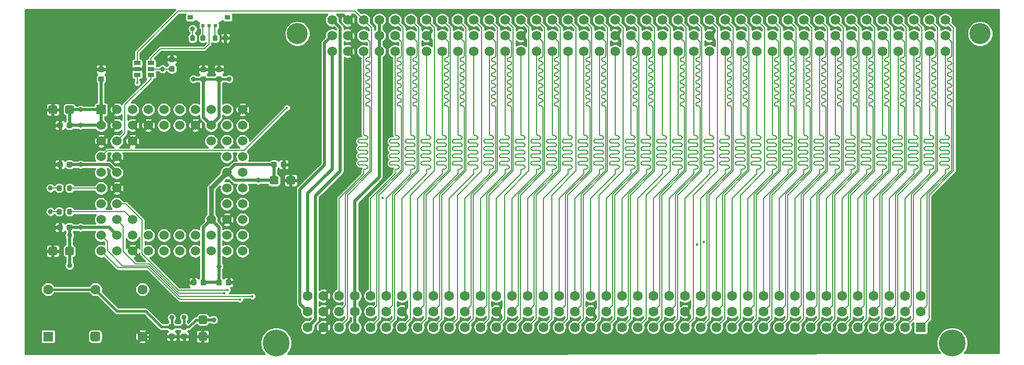
<source format=gbr>
%TF.GenerationSoftware,KiCad,Pcbnew,(5.1.9-0-10_14)*%
%TF.CreationDate,2023-05-03T15:09:16+02:00*%
%TF.ProjectId,IIsiPDSAdapter,49497369-5044-4534-9164-61707465722e,rev?*%
%TF.SameCoordinates,Original*%
%TF.FileFunction,Copper,L1,Top*%
%TF.FilePolarity,Positive*%
%FSLAX46Y46*%
G04 Gerber Fmt 4.6, Leading zero omitted, Abs format (unit mm)*
G04 Created by KiCad (PCBNEW (5.1.9-0-10_14)) date 2023-05-03 15:09:16*
%MOMM*%
%LPD*%
G01*
G04 APERTURE LIST*
%TA.AperFunction,SMDPad,CuDef*%
%ADD10R,0.900000X0.700000*%
%TD*%
%TA.AperFunction,SMDPad,CuDef*%
%ADD11R,0.600000X0.510000*%
%TD*%
%TA.AperFunction,ComponentPad*%
%ADD12C,1.600000*%
%TD*%
%TA.AperFunction,ComponentPad*%
%ADD13R,1.600000X1.600000*%
%TD*%
%TA.AperFunction,SMDPad,CuDef*%
%ADD14R,1.060000X0.650000*%
%TD*%
%TA.AperFunction,ComponentPad*%
%ADD15C,1.524000*%
%TD*%
%TA.AperFunction,ComponentPad*%
%ADD16R,1.524000X1.524000*%
%TD*%
%TA.AperFunction,ComponentPad*%
%ADD17C,4.335000*%
%TD*%
%TA.AperFunction,ComponentPad*%
%ADD18C,1.605000*%
%TD*%
%TA.AperFunction,ComponentPad*%
%ADD19R,1.605000X1.605000*%
%TD*%
%TA.AperFunction,ComponentPad*%
%ADD20C,3.403600*%
%TD*%
%TA.AperFunction,ComponentPad*%
%ADD21C,1.574800*%
%TD*%
%TA.AperFunction,ViaPad*%
%ADD22C,0.800000*%
%TD*%
%TA.AperFunction,ViaPad*%
%ADD23C,0.450000*%
%TD*%
%TA.AperFunction,Conductor*%
%ADD24C,0.508000*%
%TD*%
%TA.AperFunction,Conductor*%
%ADD25C,0.500000*%
%TD*%
%TA.AperFunction,Conductor*%
%ADD26C,0.400000*%
%TD*%
%TA.AperFunction,Conductor*%
%ADD27C,0.200000*%
%TD*%
%TA.AperFunction,Conductor*%
%ADD28C,0.300000*%
%TD*%
%TA.AperFunction,Conductor*%
%ADD29C,0.152400*%
%TD*%
%TA.AperFunction,Conductor*%
%ADD30C,0.800000*%
%TD*%
%TA.AperFunction,Conductor*%
%ADD31C,0.203200*%
%TD*%
%TA.AperFunction,Conductor*%
%ADD32C,0.254000*%
%TD*%
%TA.AperFunction,Conductor*%
%ADD33C,0.100000*%
%TD*%
G04 APERTURE END LIST*
D10*
%TO.P,S1,S2*%
%TO.N,N/C*%
X88000000Y-99925000D03*
%TO.P,S1,S1*%
X82000000Y-99925000D03*
D11*
%TO.P,S1,1*%
%TO.N,Net-(R5-Pad2)*%
X86000000Y-101280000D03*
%TO.P,S1,C*%
%TO.N,clk_ctrl*%
X85000000Y-101280000D03*
%TO.P,S1,2*%
%TO.N,Net-(R4-Pad2)*%
X84000000Y-101280000D03*
%TD*%
%TO.P,C16,2*%
%TO.N,GND*%
%TA.AperFunction,SMDPad,CuDef*%
G36*
G01*
X86870000Y-108775000D02*
X86370000Y-108775000D01*
G75*
G02*
X86145000Y-108550000I0J225000D01*
G01*
X86145000Y-108100000D01*
G75*
G02*
X86370000Y-107875000I225000J0D01*
G01*
X86870000Y-107875000D01*
G75*
G02*
X87095000Y-108100000I0J-225000D01*
G01*
X87095000Y-108550000D01*
G75*
G02*
X86870000Y-108775000I-225000J0D01*
G01*
G37*
%TD.AperFunction*%
%TO.P,C16,1*%
%TO.N,+5V*%
%TA.AperFunction,SMDPad,CuDef*%
G36*
G01*
X86870000Y-110325000D02*
X86370000Y-110325000D01*
G75*
G02*
X86145000Y-110100000I0J225000D01*
G01*
X86145000Y-109650000D01*
G75*
G02*
X86370000Y-109425000I225000J0D01*
G01*
X86870000Y-109425000D01*
G75*
G02*
X87095000Y-109650000I0J-225000D01*
G01*
X87095000Y-110100000D01*
G75*
G02*
X86870000Y-110325000I-225000J0D01*
G01*
G37*
%TD.AperFunction*%
%TD*%
%TO.P,X1,EN1*%
%TO.N,Net-(X1-PadEN1)*%
%TA.AperFunction,ComponentPad*%
G36*
G01*
X65820000Y-151900000D02*
X65820000Y-151100000D01*
G75*
G02*
X66220000Y-150700000I400000J0D01*
G01*
X67020000Y-150700000D01*
G75*
G02*
X67420000Y-151100000I0J-400000D01*
G01*
X67420000Y-151900000D01*
G75*
G02*
X67020000Y-152300000I-400000J0D01*
G01*
X66220000Y-152300000D01*
G75*
G02*
X65820000Y-151900000I0J400000D01*
G01*
G37*
%TD.AperFunction*%
D12*
%TO.P,X1,Vcc*%
%TO.N,+5V*%
X66620000Y-143880000D03*
%TO.P,X1,GND*%
%TO.N,GND*%
X74240000Y-151500000D03*
%TO.P,X1,OUT*%
%TO.N,CLK_32_000*%
X74240000Y-143880000D03*
%TO.P,X1,Vcc*%
%TO.N,+5V*%
X59000000Y-143880000D03*
D13*
%TO.P,X1,EN2*%
%TO.N,Net-(X1-PadEN2)*%
X59000000Y-151500000D03*
%TD*%
%TO.P,C15,2*%
%TO.N,GND*%
%TA.AperFunction,SMDPad,CuDef*%
G36*
G01*
X83574999Y-150800000D02*
X84425001Y-150800000D01*
G75*
G02*
X84675000Y-151049999I0J-249999D01*
G01*
X84675000Y-151950001D01*
G75*
G02*
X84425001Y-152200000I-249999J0D01*
G01*
X83574999Y-152200000D01*
G75*
G02*
X83325000Y-151950001I0J249999D01*
G01*
X83325000Y-151049999D01*
G75*
G02*
X83574999Y-150800000I249999J0D01*
G01*
G37*
%TD.AperFunction*%
%TO.P,C15,1*%
%TO.N,+5V*%
%TA.AperFunction,SMDPad,CuDef*%
G36*
G01*
X83574999Y-148100000D02*
X84425001Y-148100000D01*
G75*
G02*
X84675000Y-148349999I0J-249999D01*
G01*
X84675000Y-149250001D01*
G75*
G02*
X84425001Y-149500000I-249999J0D01*
G01*
X83574999Y-149500000D01*
G75*
G02*
X83325000Y-149250001I0J249999D01*
G01*
X83325000Y-148349999D01*
G75*
G02*
X83574999Y-148100000I249999J0D01*
G01*
G37*
%TD.AperFunction*%
%TD*%
D14*
%TO.P,U1,5*%
%TO.N,+5V*%
X75600000Y-108250000D03*
%TO.P,U1,6*%
%TO.N,clk_ctrl*%
X75600000Y-107300000D03*
%TO.P,U1,4*%
%TO.N,FPUCLK*%
X75600000Y-109200000D03*
%TO.P,U1,3*%
%TO.N,CLK_32_000*%
X73400000Y-109200000D03*
%TO.P,U1,2*%
%TO.N,GND*%
X73400000Y-108250000D03*
%TO.P,U1,1*%
%TO.N,CPUCLK*%
X73400000Y-107300000D03*
%TD*%
%TO.P,R5,2*%
%TO.N,Net-(R5-Pad2)*%
%TA.AperFunction,SMDPad,CuDef*%
G36*
G01*
X86391000Y-102975000D02*
X86391000Y-103525000D01*
G75*
G02*
X86191000Y-103725000I-200000J0D01*
G01*
X85791000Y-103725000D01*
G75*
G02*
X85591000Y-103525000I0J200000D01*
G01*
X85591000Y-102975000D01*
G75*
G02*
X85791000Y-102775000I200000J0D01*
G01*
X86191000Y-102775000D01*
G75*
G02*
X86391000Y-102975000I0J-200000D01*
G01*
G37*
%TD.AperFunction*%
%TO.P,R5,1*%
%TO.N,GND*%
%TA.AperFunction,SMDPad,CuDef*%
G36*
G01*
X88041000Y-102975000D02*
X88041000Y-103525000D01*
G75*
G02*
X87841000Y-103725000I-200000J0D01*
G01*
X87441000Y-103725000D01*
G75*
G02*
X87241000Y-103525000I0J200000D01*
G01*
X87241000Y-102975000D01*
G75*
G02*
X87441000Y-102775000I200000J0D01*
G01*
X87841000Y-102775000D01*
G75*
G02*
X88041000Y-102975000I0J-200000D01*
G01*
G37*
%TD.AperFunction*%
%TD*%
%TO.P,R4,2*%
%TO.N,Net-(R4-Pad2)*%
%TA.AperFunction,SMDPad,CuDef*%
G36*
G01*
X83600000Y-103525000D02*
X83600000Y-102975000D01*
G75*
G02*
X83800000Y-102775000I200000J0D01*
G01*
X84200000Y-102775000D01*
G75*
G02*
X84400000Y-102975000I0J-200000D01*
G01*
X84400000Y-103525000D01*
G75*
G02*
X84200000Y-103725000I-200000J0D01*
G01*
X83800000Y-103725000D01*
G75*
G02*
X83600000Y-103525000I0J200000D01*
G01*
G37*
%TD.AperFunction*%
%TO.P,R4,1*%
%TO.N,+5V*%
%TA.AperFunction,SMDPad,CuDef*%
G36*
G01*
X81950000Y-103525000D02*
X81950000Y-102975000D01*
G75*
G02*
X82150000Y-102775000I200000J0D01*
G01*
X82550000Y-102775000D01*
G75*
G02*
X82750000Y-102975000I0J-200000D01*
G01*
X82750000Y-103525000D01*
G75*
G02*
X82550000Y-103725000I-200000J0D01*
G01*
X82150000Y-103725000D01*
G75*
G02*
X81950000Y-103525000I0J200000D01*
G01*
G37*
%TD.AperFunction*%
%TD*%
%TO.P,C14,2*%
%TO.N,GND*%
%TA.AperFunction,SMDPad,CuDef*%
G36*
G01*
X79250000Y-107150000D02*
X78750000Y-107150000D01*
G75*
G02*
X78525000Y-106925000I0J225000D01*
G01*
X78525000Y-106475000D01*
G75*
G02*
X78750000Y-106250000I225000J0D01*
G01*
X79250000Y-106250000D01*
G75*
G02*
X79475000Y-106475000I0J-225000D01*
G01*
X79475000Y-106925000D01*
G75*
G02*
X79250000Y-107150000I-225000J0D01*
G01*
G37*
%TD.AperFunction*%
%TO.P,C14,1*%
%TO.N,+5V*%
%TA.AperFunction,SMDPad,CuDef*%
G36*
G01*
X79250000Y-108700000D02*
X78750000Y-108700000D01*
G75*
G02*
X78525000Y-108475000I0J225000D01*
G01*
X78525000Y-108025000D01*
G75*
G02*
X78750000Y-107800000I225000J0D01*
G01*
X79250000Y-107800000D01*
G75*
G02*
X79475000Y-108025000I0J-225000D01*
G01*
X79475000Y-108475000D01*
G75*
G02*
X79250000Y-108700000I-225000J0D01*
G01*
G37*
%TD.AperFunction*%
%TD*%
%TO.P,C7,2*%
%TO.N,GND*%
%TA.AperFunction,SMDPad,CuDef*%
G36*
G01*
X87720000Y-143013000D02*
X87720000Y-142513000D01*
G75*
G02*
X87945000Y-142288000I225000J0D01*
G01*
X88395000Y-142288000D01*
G75*
G02*
X88620000Y-142513000I0J-225000D01*
G01*
X88620000Y-143013000D01*
G75*
G02*
X88395000Y-143238000I-225000J0D01*
G01*
X87945000Y-143238000D01*
G75*
G02*
X87720000Y-143013000I0J225000D01*
G01*
G37*
%TD.AperFunction*%
%TO.P,C7,1*%
%TO.N,+5V*%
%TA.AperFunction,SMDPad,CuDef*%
G36*
G01*
X86170000Y-143013000D02*
X86170000Y-142513000D01*
G75*
G02*
X86395000Y-142288000I225000J0D01*
G01*
X86845000Y-142288000D01*
G75*
G02*
X87070000Y-142513000I0J-225000D01*
G01*
X87070000Y-143013000D01*
G75*
G02*
X86845000Y-143238000I-225000J0D01*
G01*
X86395000Y-143238000D01*
G75*
G02*
X86170000Y-143013000I0J225000D01*
G01*
G37*
%TD.AperFunction*%
%TD*%
%TO.P,C4,2*%
%TO.N,GND*%
%TA.AperFunction,SMDPad,CuDef*%
G36*
G01*
X96610000Y-123960000D02*
X96610000Y-123460000D01*
G75*
G02*
X96835000Y-123235000I225000J0D01*
G01*
X97285000Y-123235000D01*
G75*
G02*
X97510000Y-123460000I0J-225000D01*
G01*
X97510000Y-123960000D01*
G75*
G02*
X97285000Y-124185000I-225000J0D01*
G01*
X96835000Y-124185000D01*
G75*
G02*
X96610000Y-123960000I0J225000D01*
G01*
G37*
%TD.AperFunction*%
%TO.P,C4,1*%
%TO.N,+5V*%
%TA.AperFunction,SMDPad,CuDef*%
G36*
G01*
X95060000Y-123960000D02*
X95060000Y-123460000D01*
G75*
G02*
X95285000Y-123235000I225000J0D01*
G01*
X95735000Y-123235000D01*
G75*
G02*
X95960000Y-123460000I0J-225000D01*
G01*
X95960000Y-123960000D01*
G75*
G02*
X95735000Y-124185000I-225000J0D01*
G01*
X95285000Y-124185000D01*
G75*
G02*
X95060000Y-123960000I0J225000D01*
G01*
G37*
%TD.AperFunction*%
%TD*%
%TO.P,C3,2*%
%TO.N,GND*%
%TA.AperFunction,SMDPad,CuDef*%
G36*
G01*
X84330000Y-108775000D02*
X83830000Y-108775000D01*
G75*
G02*
X83605000Y-108550000I0J225000D01*
G01*
X83605000Y-108100000D01*
G75*
G02*
X83830000Y-107875000I225000J0D01*
G01*
X84330000Y-107875000D01*
G75*
G02*
X84555000Y-108100000I0J-225000D01*
G01*
X84555000Y-108550000D01*
G75*
G02*
X84330000Y-108775000I-225000J0D01*
G01*
G37*
%TD.AperFunction*%
%TO.P,C3,1*%
%TO.N,+5V*%
%TA.AperFunction,SMDPad,CuDef*%
G36*
G01*
X84330000Y-110325000D02*
X83830000Y-110325000D01*
G75*
G02*
X83605000Y-110100000I0J225000D01*
G01*
X83605000Y-109650000D01*
G75*
G02*
X83830000Y-109425000I225000J0D01*
G01*
X84330000Y-109425000D01*
G75*
G02*
X84555000Y-109650000I0J-225000D01*
G01*
X84555000Y-110100000D01*
G75*
G02*
X84330000Y-110325000I-225000J0D01*
G01*
G37*
%TD.AperFunction*%
%TD*%
%TO.P,C2,2*%
%TO.N,GND*%
%TA.AperFunction,SMDPad,CuDef*%
G36*
G01*
X61370000Y-123460000D02*
X61370000Y-123960000D01*
G75*
G02*
X61145000Y-124185000I-225000J0D01*
G01*
X60695000Y-124185000D01*
G75*
G02*
X60470000Y-123960000I0J225000D01*
G01*
X60470000Y-123460000D01*
G75*
G02*
X60695000Y-123235000I225000J0D01*
G01*
X61145000Y-123235000D01*
G75*
G02*
X61370000Y-123460000I0J-225000D01*
G01*
G37*
%TD.AperFunction*%
%TO.P,C2,1*%
%TO.N,+5V*%
%TA.AperFunction,SMDPad,CuDef*%
G36*
G01*
X62920000Y-123460000D02*
X62920000Y-123960000D01*
G75*
G02*
X62695000Y-124185000I-225000J0D01*
G01*
X62245000Y-124185000D01*
G75*
G02*
X62020000Y-123960000I0J225000D01*
G01*
X62020000Y-123460000D01*
G75*
G02*
X62245000Y-123235000I225000J0D01*
G01*
X62695000Y-123235000D01*
G75*
G02*
X62920000Y-123460000I0J-225000D01*
G01*
G37*
%TD.AperFunction*%
%TD*%
%TO.P,C1,2*%
%TO.N,GND*%
%TA.AperFunction,SMDPad,CuDef*%
G36*
G01*
X61370000Y-133620000D02*
X61370000Y-134120000D01*
G75*
G02*
X61145000Y-134345000I-225000J0D01*
G01*
X60695000Y-134345000D01*
G75*
G02*
X60470000Y-134120000I0J225000D01*
G01*
X60470000Y-133620000D01*
G75*
G02*
X60695000Y-133395000I225000J0D01*
G01*
X61145000Y-133395000D01*
G75*
G02*
X61370000Y-133620000I0J-225000D01*
G01*
G37*
%TD.AperFunction*%
%TO.P,C1,1*%
%TO.N,+5V*%
%TA.AperFunction,SMDPad,CuDef*%
G36*
G01*
X62920000Y-133620000D02*
X62920000Y-134120000D01*
G75*
G02*
X62695000Y-134345000I-225000J0D01*
G01*
X62245000Y-134345000D01*
G75*
G02*
X62020000Y-134120000I0J225000D01*
G01*
X62020000Y-133620000D01*
G75*
G02*
X62245000Y-133395000I225000J0D01*
G01*
X62695000Y-133395000D01*
G75*
G02*
X62920000Y-133620000I0J-225000D01*
G01*
G37*
%TD.AperFunction*%
%TD*%
D15*
%TO.P,J2,A10*%
%TO.N,GND*%
X90430000Y-114820000D03*
%TO.P,J2,A9*%
%TO.N,D8*%
X87890000Y-114820000D03*
%TO.P,J2,A8*%
%TO.N,D7*%
X85350000Y-114820000D03*
%TO.P,J2,A7*%
%TO.N,D6*%
X82810000Y-114820000D03*
%TO.P,J2,A6*%
%TO.N,D4*%
X80270000Y-114820000D03*
%TO.P,J2,A5*%
%TO.N,D3*%
X77730000Y-114820000D03*
%TO.P,J2,A4*%
%TO.N,D1*%
X75190000Y-114820000D03*
%TO.P,J2,A3*%
%TO.N,D0*%
X72650000Y-114820000D03*
%TO.P,J2,A2*%
%TO.N,GND*%
X70110000Y-114820000D03*
D16*
%TO.P,J2,A1*%
%TO.N,+5V*%
X67570000Y-114820000D03*
D15*
%TO.P,J2,B10*%
%TO.N,D11*%
X90430000Y-117360000D03*
%TO.P,J2,B9*%
%TO.N,D10*%
X87890000Y-117360000D03*
%TO.P,J2,B8*%
%TO.N,+5V*%
X85350000Y-117360000D03*
%TO.P,J2,B7*%
%TO.N,GND*%
X82810000Y-117360000D03*
%TO.P,J2,B6*%
%TO.N,D5*%
X80270000Y-117360000D03*
%TO.P,J2,B5*%
%TO.N,D2*%
X77730000Y-117360000D03*
%TO.P,J2,B4*%
%TO.N,GND*%
X75190000Y-117360000D03*
%TO.P,J2,B3*%
X72650000Y-117360000D03*
%TO.P,J2,B2*%
X70110000Y-117360000D03*
%TO.P,J2,B1*%
%TO.N,+5V*%
X67570000Y-117360000D03*
%TO.P,J2,C10*%
%TO.N,D14*%
X90430000Y-119900000D03*
%TO.P,J2,C9*%
%TO.N,D13*%
X87890000Y-119900000D03*
%TO.P,J2,C8*%
%TO.N,D9*%
X85350000Y-119900000D03*
%TO.P,J2,C3*%
%TO.N,GND*%
X72650000Y-119900000D03*
%TO.P,J2,C2*%
%TO.N,FPUCLK*%
X70110000Y-119900000D03*
%TO.P,J2,C1*%
%TO.N,GND*%
X67570000Y-119900000D03*
%TO.P,J2,D10*%
%TO.N,D15*%
X90430000Y-122440000D03*
%TO.P,J2,D9*%
%TO.N,D12*%
X87890000Y-122440000D03*
%TO.P,J2,D2*%
%TO.N,GND*%
X70110000Y-122440000D03*
%TO.P,J2,D1*%
%TO.N,~RESET*%
X67570000Y-122440000D03*
%TO.P,J2,E10*%
%TO.N,GND*%
X90430000Y-124980000D03*
%TO.P,J2,E9*%
%TO.N,+5V*%
X87890000Y-124980000D03*
%TO.P,J2,E2*%
X70110000Y-124980000D03*
%TO.P,J2,E1*%
%TO.N,Net-(J2-PadE1)*%
X67570000Y-124980000D03*
%TO.P,J2,F10*%
%TO.N,D16*%
X90430000Y-127520000D03*
%TO.P,J2,F9*%
%TO.N,D17*%
X87890000Y-127520000D03*
%TO.P,J2,F2*%
%TO.N,GND*%
X70110000Y-127520000D03*
%TO.P,J2,F1*%
%TO.N,Net-(J2-PadF1)*%
X67570000Y-127520000D03*
%TO.P,J2,G10*%
%TO.N,D18*%
X90430000Y-130060000D03*
%TO.P,J2,G9*%
%TO.N,D20*%
X87890000Y-130060000D03*
%TO.P,J2,G2*%
%TO.N,A4*%
X70110000Y-130060000D03*
%TO.P,J2,G1*%
%TO.N,~DS*%
X67570000Y-130060000D03*
%TO.P,J2,H10*%
%TO.N,D19*%
X90430000Y-132600000D03*
%TO.P,J2,H9*%
%TO.N,GND*%
X87890000Y-132600000D03*
%TO.P,J2,H8*%
%TO.N,+5V*%
X85350000Y-132600000D03*
%TO.P,J2,H3*%
%TO.N,Net-(J2-PadH3)*%
X72650000Y-132600000D03*
%TO.P,J2,H2*%
%TO.N,A2*%
X70110000Y-132600000D03*
%TO.P,J2,H1*%
%TO.N,~AS*%
X67570000Y-132600000D03*
%TO.P,J2,J10*%
%TO.N,D21*%
X90430000Y-135140000D03*
%TO.P,J2,J9*%
%TO.N,D23*%
X87890000Y-135140000D03*
%TO.P,J2,J8*%
%TO.N,GND*%
X85350000Y-135140000D03*
%TO.P,J2,J7*%
%TO.N,D25*%
X82810000Y-135140000D03*
%TO.P,J2,J6*%
%TO.N,D28*%
X80270000Y-135140000D03*
%TO.P,J2,J5*%
%TO.N,D31*%
X77730000Y-135140000D03*
%TO.P,J2,J4*%
%TO.N,~DSACK0*%
X75190000Y-135140000D03*
%TO.P,J2,J3*%
%TO.N,~FPU*%
X72650000Y-135140000D03*
%TO.P,J2,J2*%
%TO.N,+5V*%
X70110000Y-135140000D03*
%TO.P,J2,J1*%
%TO.N,A3*%
X67570000Y-135140000D03*
%TO.P,J2,K10*%
%TO.N,D22*%
X90430000Y-137680000D03*
%TO.P,J2,K9*%
%TO.N,D24*%
X87890000Y-137680000D03*
%TO.P,J2,K8*%
%TO.N,D26*%
X85350000Y-137680000D03*
%TO.P,J2,K7*%
%TO.N,D27*%
X82810000Y-137680000D03*
%TO.P,J2,K6*%
%TO.N,D29*%
X80270000Y-137680000D03*
%TO.P,J2,K5*%
%TO.N,D30*%
X77730000Y-137680000D03*
%TO.P,J2,K4*%
%TO.N,~DSACK1*%
X75190000Y-137680000D03*
%TO.P,J2,K3*%
%TO.N,GND*%
X72650000Y-137680000D03*
%TO.P,J2,K2*%
%TO.N,~RW*%
X70110000Y-137680000D03*
%TO.P,J2,K1*%
%TO.N,A1*%
X67570000Y-137680000D03*
%TD*%
%TO.P,C13,2*%
%TO.N,GND*%
%TA.AperFunction,SMDPad,CuDef*%
G36*
G01*
X60470000Y-137254999D02*
X60470000Y-138105001D01*
G75*
G02*
X60220001Y-138355000I-249999J0D01*
G01*
X59319999Y-138355000D01*
G75*
G02*
X59070000Y-138105001I0J249999D01*
G01*
X59070000Y-137254999D01*
G75*
G02*
X59319999Y-137005000I249999J0D01*
G01*
X60220001Y-137005000D01*
G75*
G02*
X60470000Y-137254999I0J-249999D01*
G01*
G37*
%TD.AperFunction*%
%TO.P,C13,1*%
%TO.N,+5V*%
%TA.AperFunction,SMDPad,CuDef*%
G36*
G01*
X63170000Y-137254999D02*
X63170000Y-138105001D01*
G75*
G02*
X62920001Y-138355000I-249999J0D01*
G01*
X62019999Y-138355000D01*
G75*
G02*
X61770000Y-138105001I0J249999D01*
G01*
X61770000Y-137254999D01*
G75*
G02*
X62019999Y-137005000I249999J0D01*
G01*
X62920001Y-137005000D01*
G75*
G02*
X63170000Y-137254999I0J-249999D01*
G01*
G37*
%TD.AperFunction*%
%TD*%
%TO.P,C8,2*%
%TO.N,GND*%
%TA.AperFunction,SMDPad,CuDef*%
G36*
G01*
X82980000Y-142513000D02*
X82980000Y-143013000D01*
G75*
G02*
X82755000Y-143238000I-225000J0D01*
G01*
X82305000Y-143238000D01*
G75*
G02*
X82080000Y-143013000I0J225000D01*
G01*
X82080000Y-142513000D01*
G75*
G02*
X82305000Y-142288000I225000J0D01*
G01*
X82755000Y-142288000D01*
G75*
G02*
X82980000Y-142513000I0J-225000D01*
G01*
G37*
%TD.AperFunction*%
%TO.P,C8,1*%
%TO.N,+5V*%
%TA.AperFunction,SMDPad,CuDef*%
G36*
G01*
X84530000Y-142513000D02*
X84530000Y-143013000D01*
G75*
G02*
X84305000Y-143238000I-225000J0D01*
G01*
X83855000Y-143238000D01*
G75*
G02*
X83630000Y-143013000I0J225000D01*
G01*
X83630000Y-142513000D01*
G75*
G02*
X83855000Y-142288000I225000J0D01*
G01*
X84305000Y-142288000D01*
G75*
G02*
X84530000Y-142513000I0J-225000D01*
G01*
G37*
%TD.AperFunction*%
%TD*%
%TO.P,C12,2*%
%TO.N,GND*%
%TA.AperFunction,SMDPad,CuDef*%
G36*
G01*
X60470000Y-114394999D02*
X60470000Y-115245001D01*
G75*
G02*
X60220001Y-115495000I-249999J0D01*
G01*
X59319999Y-115495000D01*
G75*
G02*
X59070000Y-115245001I0J249999D01*
G01*
X59070000Y-114394999D01*
G75*
G02*
X59319999Y-114145000I249999J0D01*
G01*
X60220001Y-114145000D01*
G75*
G02*
X60470000Y-114394999I0J-249999D01*
G01*
G37*
%TD.AperFunction*%
%TO.P,C12,1*%
%TO.N,+5V*%
%TA.AperFunction,SMDPad,CuDef*%
G36*
G01*
X63170000Y-114394999D02*
X63170000Y-115245001D01*
G75*
G02*
X62920001Y-115495000I-249999J0D01*
G01*
X62019999Y-115495000D01*
G75*
G02*
X61770000Y-115245001I0J249999D01*
G01*
X61770000Y-114394999D01*
G75*
G02*
X62019999Y-114145000I249999J0D01*
G01*
X62920001Y-114145000D01*
G75*
G02*
X63170000Y-114394999I0J-249999D01*
G01*
G37*
%TD.AperFunction*%
%TD*%
%TO.P,C11,2*%
%TO.N,GND*%
%TA.AperFunction,SMDPad,CuDef*%
G36*
G01*
X97510000Y-126675001D02*
X97510000Y-125824999D01*
G75*
G02*
X97759999Y-125575000I249999J0D01*
G01*
X98660001Y-125575000D01*
G75*
G02*
X98910000Y-125824999I0J-249999D01*
G01*
X98910000Y-126675001D01*
G75*
G02*
X98660001Y-126925000I-249999J0D01*
G01*
X97759999Y-126925000D01*
G75*
G02*
X97510000Y-126675001I0J249999D01*
G01*
G37*
%TD.AperFunction*%
%TO.P,C11,1*%
%TO.N,+5V*%
%TA.AperFunction,SMDPad,CuDef*%
G36*
G01*
X94810000Y-126675001D02*
X94810000Y-125824999D01*
G75*
G02*
X95059999Y-125575000I249999J0D01*
G01*
X95960001Y-125575000D01*
G75*
G02*
X96210000Y-125824999I0J-249999D01*
G01*
X96210000Y-126675001D01*
G75*
G02*
X95960001Y-126925000I-249999J0D01*
G01*
X95059999Y-126925000D01*
G75*
G02*
X94810000Y-126675001I0J249999D01*
G01*
G37*
%TD.AperFunction*%
%TD*%
%TO.P,C10,2*%
%TO.N,GND*%
%TA.AperFunction,SMDPad,CuDef*%
G36*
G01*
X80720000Y-151050000D02*
X81220000Y-151050000D01*
G75*
G02*
X81445000Y-151275000I0J-225000D01*
G01*
X81445000Y-151725000D01*
G75*
G02*
X81220000Y-151950000I-225000J0D01*
G01*
X80720000Y-151950000D01*
G75*
G02*
X80495000Y-151725000I0J225000D01*
G01*
X80495000Y-151275000D01*
G75*
G02*
X80720000Y-151050000I225000J0D01*
G01*
G37*
%TD.AperFunction*%
%TO.P,C10,1*%
%TO.N,+5V*%
%TA.AperFunction,SMDPad,CuDef*%
G36*
G01*
X80720000Y-149500000D02*
X81220000Y-149500000D01*
G75*
G02*
X81445000Y-149725000I0J-225000D01*
G01*
X81445000Y-150175000D01*
G75*
G02*
X81220000Y-150400000I-225000J0D01*
G01*
X80720000Y-150400000D01*
G75*
G02*
X80495000Y-150175000I0J225000D01*
G01*
X80495000Y-149725000D01*
G75*
G02*
X80720000Y-149500000I225000J0D01*
G01*
G37*
%TD.AperFunction*%
%TD*%
%TO.P,C9,2*%
%TO.N,GND*%
%TA.AperFunction,SMDPad,CuDef*%
G36*
G01*
X78720000Y-151050000D02*
X79220000Y-151050000D01*
G75*
G02*
X79445000Y-151275000I0J-225000D01*
G01*
X79445000Y-151725000D01*
G75*
G02*
X79220000Y-151950000I-225000J0D01*
G01*
X78720000Y-151950000D01*
G75*
G02*
X78495000Y-151725000I0J225000D01*
G01*
X78495000Y-151275000D01*
G75*
G02*
X78720000Y-151050000I225000J0D01*
G01*
G37*
%TD.AperFunction*%
%TO.P,C9,1*%
%TO.N,+5V*%
%TA.AperFunction,SMDPad,CuDef*%
G36*
G01*
X78720000Y-149500000D02*
X79220000Y-149500000D01*
G75*
G02*
X79445000Y-149725000I0J-225000D01*
G01*
X79445000Y-150175000D01*
G75*
G02*
X79220000Y-150400000I-225000J0D01*
G01*
X78720000Y-150400000D01*
G75*
G02*
X78495000Y-150175000I0J225000D01*
G01*
X78495000Y-149725000D01*
G75*
G02*
X78720000Y-149500000I225000J0D01*
G01*
G37*
%TD.AperFunction*%
%TD*%
%TO.P,R2,2*%
%TO.N,+5V*%
%TA.AperFunction,SMDPad,CuDef*%
G36*
G01*
X61220000Y-131055000D02*
X61220000Y-131605000D01*
G75*
G02*
X61020000Y-131805000I-200000J0D01*
G01*
X60620000Y-131805000D01*
G75*
G02*
X60420000Y-131605000I0J200000D01*
G01*
X60420000Y-131055000D01*
G75*
G02*
X60620000Y-130855000I200000J0D01*
G01*
X61020000Y-130855000D01*
G75*
G02*
X61220000Y-131055000I0J-200000D01*
G01*
G37*
%TD.AperFunction*%
%TO.P,R2,1*%
%TO.N,Net-(J2-PadH3)*%
%TA.AperFunction,SMDPad,CuDef*%
G36*
G01*
X62870000Y-131055000D02*
X62870000Y-131605000D01*
G75*
G02*
X62670000Y-131805000I-200000J0D01*
G01*
X62270000Y-131805000D01*
G75*
G02*
X62070000Y-131605000I0J200000D01*
G01*
X62070000Y-131055000D01*
G75*
G02*
X62270000Y-130855000I200000J0D01*
G01*
X62670000Y-130855000D01*
G75*
G02*
X62870000Y-131055000I0J-200000D01*
G01*
G37*
%TD.AperFunction*%
%TD*%
%TO.P,R1,2*%
%TO.N,+5V*%
%TA.AperFunction,SMDPad,CuDef*%
G36*
G01*
X61220000Y-127245000D02*
X61220000Y-127795000D01*
G75*
G02*
X61020000Y-127995000I-200000J0D01*
G01*
X60620000Y-127995000D01*
G75*
G02*
X60420000Y-127795000I0J200000D01*
G01*
X60420000Y-127245000D01*
G75*
G02*
X60620000Y-127045000I200000J0D01*
G01*
X61020000Y-127045000D01*
G75*
G02*
X61220000Y-127245000I0J-200000D01*
G01*
G37*
%TD.AperFunction*%
%TO.P,R1,1*%
%TO.N,Net-(J2-PadF1)*%
%TA.AperFunction,SMDPad,CuDef*%
G36*
G01*
X62870000Y-127245000D02*
X62870000Y-127795000D01*
G75*
G02*
X62670000Y-127995000I-200000J0D01*
G01*
X62270000Y-127995000D01*
G75*
G02*
X62070000Y-127795000I0J200000D01*
G01*
X62070000Y-127245000D01*
G75*
G02*
X62270000Y-127045000I200000J0D01*
G01*
X62670000Y-127045000D01*
G75*
G02*
X62870000Y-127245000I0J-200000D01*
G01*
G37*
%TD.AperFunction*%
%TD*%
D17*
%TO.P,J1,MH2*%
%TO.N,Net-(J1-PadMH2)*%
X95860000Y-152540000D03*
%TO.P,J1,MH1*%
%TO.N,Net-(J1-PadMH1)*%
X205080000Y-152540000D03*
D18*
%TO.P,J1,C40*%
%TO.N,+12V*%
X100940000Y-144920000D03*
%TO.P,J1,C39*%
%TO.N,GND*%
X103480000Y-144920000D03*
%TO.P,J1,C38*%
%TO.N,C16M*%
X106020000Y-144920000D03*
%TO.P,J1,C37*%
%TO.N,+5V*%
X108560000Y-144920000D03*
%TO.P,J1,C36*%
%TO.N,A0*%
X111100000Y-144920000D03*
%TO.P,J1,C35*%
%TO.N,A3*%
X113640000Y-144920000D03*
%TO.P,J1,C34*%
%TO.N,A6*%
X116180000Y-144920000D03*
%TO.P,J1,C33*%
%TO.N,A8*%
X118720000Y-144920000D03*
%TO.P,J1,C32*%
%TO.N,A11*%
X121260000Y-144920000D03*
%TO.P,J1,C31*%
%TO.N,A14*%
X123800000Y-144920000D03*
%TO.P,J1,C30*%
%TO.N,A16*%
X126340000Y-144920000D03*
%TO.P,J1,C29*%
%TO.N,A19*%
X128880000Y-144920000D03*
%TO.P,J1,C28*%
%TO.N,A22*%
X131420000Y-144920000D03*
%TO.P,J1,C27*%
%TO.N,A24*%
X133960000Y-144920000D03*
%TO.P,J1,C26*%
%TO.N,A27*%
X136500000Y-144920000D03*
%TO.P,J1,C25*%
%TO.N,A30*%
X139040000Y-144920000D03*
%TO.P,J1,C24*%
%TO.N,D31*%
X141580000Y-144920000D03*
%TO.P,J1,C23*%
%TO.N,D28*%
X144120000Y-144920000D03*
%TO.P,J1,C22*%
%TO.N,D25*%
X146660000Y-144920000D03*
%TO.P,J1,C21*%
%TO.N,D23*%
X149200000Y-144920000D03*
%TO.P,J1,C20*%
%TO.N,D20*%
X151740000Y-144920000D03*
%TO.P,J1,C19*%
%TO.N,D17*%
X154280000Y-144920000D03*
%TO.P,J1,C18*%
%TO.N,D15*%
X156820000Y-144920000D03*
%TO.P,J1,C17*%
%TO.N,D12*%
X159360000Y-144920000D03*
%TO.P,J1,C16*%
%TO.N,D9*%
X161900000Y-144920000D03*
%TO.P,J1,C15*%
%TO.N,D7*%
X164440000Y-144920000D03*
%TO.P,J1,C14*%
%TO.N,D4*%
X166980000Y-144920000D03*
%TO.P,J1,C13*%
%TO.N,D1*%
X169520000Y-144920000D03*
%TO.P,J1,C12*%
%TO.N,~HALT*%
X172060000Y-144920000D03*
%TO.P,J1,C11*%
%TO.N,FC0*%
X174600000Y-144920000D03*
%TO.P,J1,C10*%
%TO.N,~BR*%
X177140000Y-144920000D03*
%TO.P,J1,C9*%
%TO.N,~AS*%
X179680000Y-144920000D03*
%TO.P,J1,C8*%
%TO.N,~RW*%
X182220000Y-144920000D03*
%TO.P,J1,C7*%
%TO.N,~CBREQ*%
X184760000Y-144920000D03*
%TO.P,J1,C6*%
%TO.N,RMC*%
X187300000Y-144920000D03*
%TO.P,J1,C5*%
%TO.N,IPL0*%
X189840000Y-144920000D03*
%TO.P,J1,C4*%
%TO.N,~IRQ1*%
X192380000Y-144920000D03*
%TO.P,J1,C3*%
%TO.N,~TM0A*%
X194920000Y-144920000D03*
%TO.P,J1,C2*%
%TO.N,~NUBUS*%
X197460000Y-144920000D03*
%TO.P,J1,C1*%
%TO.N,~PFW*%
X200000000Y-144920000D03*
%TO.P,J1,B40*%
%TO.N,-5V*%
X100940000Y-147460000D03*
%TO.P,J1,B39*%
%TO.N,GND*%
X103480000Y-147460000D03*
%TO.P,J1,B38*%
%TO.N,ECLK*%
X106020000Y-147460000D03*
%TO.P,J1,B37*%
%TO.N,+5V*%
X108560000Y-147460000D03*
%TO.P,J1,B36*%
%TO.N,A1*%
X111100000Y-147460000D03*
%TO.P,J1,B35*%
%TO.N,A4*%
X113640000Y-147460000D03*
%TO.P,J1,B34*%
%TO.N,GND*%
X116180000Y-147460000D03*
%TO.P,J1,B33*%
%TO.N,A9*%
X118720000Y-147460000D03*
%TO.P,J1,B32*%
%TO.N,A12*%
X121260000Y-147460000D03*
%TO.P,J1,B31*%
%TO.N,+5V*%
X123800000Y-147460000D03*
%TO.P,J1,B30*%
%TO.N,A17*%
X126340000Y-147460000D03*
%TO.P,J1,B29*%
%TO.N,A20*%
X128880000Y-147460000D03*
%TO.P,J1,B28*%
%TO.N,GND*%
X131420000Y-147460000D03*
%TO.P,J1,B27*%
%TO.N,A25*%
X133960000Y-147460000D03*
%TO.P,J1,B26*%
%TO.N,A28*%
X136500000Y-147460000D03*
%TO.P,J1,B25*%
%TO.N,+5V*%
X139040000Y-147460000D03*
%TO.P,J1,B24*%
%TO.N,D30*%
X141580000Y-147460000D03*
%TO.P,J1,B23*%
%TO.N,D27*%
X144120000Y-147460000D03*
%TO.P,J1,B22*%
%TO.N,GND*%
X146660000Y-147460000D03*
%TO.P,J1,B21*%
%TO.N,D22*%
X149200000Y-147460000D03*
%TO.P,J1,B20*%
%TO.N,D19*%
X151740000Y-147460000D03*
%TO.P,J1,B19*%
%TO.N,+5V*%
X154280000Y-147460000D03*
%TO.P,J1,B18*%
%TO.N,D14*%
X156820000Y-147460000D03*
%TO.P,J1,B17*%
%TO.N,D11*%
X159360000Y-147460000D03*
%TO.P,J1,B16*%
%TO.N,GND*%
X161900000Y-147460000D03*
%TO.P,J1,B15*%
%TO.N,D6*%
X164440000Y-147460000D03*
%TO.P,J1,B14*%
%TO.N,D3*%
X166980000Y-147460000D03*
%TO.P,J1,B13*%
%TO.N,+5V*%
X169520000Y-147460000D03*
%TO.P,J1,B12*%
%TO.N,~BERR*%
X172060000Y-147460000D03*
%TO.P,J1,B11*%
%TO.N,FC1*%
X174600000Y-147460000D03*
%TO.P,J1,B10*%
%TO.N,~BG*%
X177140000Y-147460000D03*
%TO.P,J1,B9*%
%TO.N,SIZ0*%
X179680000Y-147460000D03*
%TO.P,J1,B8*%
%TO.N,~DSACK0*%
X182220000Y-147460000D03*
%TO.P,J1,B7*%
%TO.N,~CBACK*%
X184760000Y-147460000D03*
%TO.P,J1,B6*%
%TO.N,~DS*%
X187300000Y-147460000D03*
%TO.P,J1,B5*%
%TO.N,IPL1*%
X189840000Y-147460000D03*
%TO.P,J1,B4*%
%TO.N,~IRQ2*%
X192380000Y-147460000D03*
%TO.P,J1,B3*%
%TO.N,~TM1A*%
X194920000Y-147460000D03*
%TO.P,J1,B2*%
%TO.N,CACHE*%
X197460000Y-147460000D03*
%TO.P,J1,B1*%
%TO.N,C40M*%
X200000000Y-147460000D03*
%TO.P,J1,A40*%
%TO.N,-12V*%
X100940000Y-150000000D03*
%TO.P,J1,A39*%
%TO.N,GND*%
X103480000Y-150000000D03*
%TO.P,J1,A38*%
%TO.N,CPUCLK*%
X106020000Y-150000000D03*
%TO.P,J1,A37*%
%TO.N,+5V*%
X108560000Y-150000000D03*
%TO.P,J1,A36*%
%TO.N,A2*%
X111100000Y-150000000D03*
%TO.P,J1,A35*%
%TO.N,A5*%
X113640000Y-150000000D03*
%TO.P,J1,A34*%
%TO.N,A7*%
X116180000Y-150000000D03*
%TO.P,J1,A33*%
%TO.N,A10*%
X118720000Y-150000000D03*
%TO.P,J1,A32*%
%TO.N,A13*%
X121260000Y-150000000D03*
%TO.P,J1,A31*%
%TO.N,A15*%
X123800000Y-150000000D03*
%TO.P,J1,A30*%
%TO.N,A18*%
X126340000Y-150000000D03*
%TO.P,J1,A29*%
%TO.N,A21*%
X128880000Y-150000000D03*
%TO.P,J1,A28*%
%TO.N,A23*%
X131420000Y-150000000D03*
%TO.P,J1,A27*%
%TO.N,A26*%
X133960000Y-150000000D03*
%TO.P,J1,A26*%
%TO.N,A29*%
X136500000Y-150000000D03*
%TO.P,J1,A25*%
%TO.N,A31*%
X139040000Y-150000000D03*
%TO.P,J1,A24*%
%TO.N,D29*%
X141580000Y-150000000D03*
%TO.P,J1,A23*%
%TO.N,D26*%
X144120000Y-150000000D03*
%TO.P,J1,A22*%
%TO.N,D24*%
X146660000Y-150000000D03*
%TO.P,J1,A21*%
%TO.N,D21*%
X149200000Y-150000000D03*
%TO.P,J1,A20*%
%TO.N,D18*%
X151740000Y-150000000D03*
%TO.P,J1,A19*%
%TO.N,D16*%
X154280000Y-150000000D03*
%TO.P,J1,A18*%
%TO.N,D13*%
X156820000Y-150000000D03*
%TO.P,J1,A17*%
%TO.N,D10*%
X159360000Y-150000000D03*
%TO.P,J1,A16*%
%TO.N,D8*%
X161900000Y-150000000D03*
%TO.P,J1,A15*%
%TO.N,D5*%
X164440000Y-150000000D03*
%TO.P,J1,A14*%
%TO.N,D2*%
X166980000Y-150000000D03*
%TO.P,J1,A13*%
%TO.N,D0*%
X169520000Y-150000000D03*
%TO.P,J1,A12*%
%TO.N,~RESET*%
X172060000Y-150000000D03*
%TO.P,J1,A11*%
%TO.N,FC2*%
X174600000Y-150000000D03*
%TO.P,J1,A10*%
%TO.N,~BGACK*%
X177140000Y-150000000D03*
%TO.P,J1,A9*%
%TO.N,SIZ1*%
X179680000Y-150000000D03*
%TO.P,J1,A8*%
%TO.N,~DSACK1*%
X182220000Y-150000000D03*
%TO.P,J1,A7*%
%TO.N,~STERM*%
X184760000Y-150000000D03*
%TO.P,J1,A6*%
%TO.N,~CIOUT*%
X187300000Y-150000000D03*
%TO.P,J1,A5*%
%TO.N,IPL2*%
X189840000Y-150000000D03*
%TO.P,J1,A4*%
%TO.N,~IRQ3*%
X192380000Y-150000000D03*
%TO.P,J1,A3*%
%TO.N,~BUSLOCk*%
X194920000Y-150000000D03*
%TO.P,J1,A2*%
%TO.N,~FPU*%
X197460000Y-150000000D03*
D19*
%TO.P,J1,A1*%
%TO.N,~RBV*%
X200000000Y-150000000D03*
%TD*%
%TO.P,C5,2*%
%TO.N,GND*%
%TA.AperFunction,SMDPad,CuDef*%
G36*
G01*
X61370000Y-117110000D02*
X61370000Y-117610000D01*
G75*
G02*
X61145000Y-117835000I-225000J0D01*
G01*
X60695000Y-117835000D01*
G75*
G02*
X60470000Y-117610000I0J225000D01*
G01*
X60470000Y-117110000D01*
G75*
G02*
X60695000Y-116885000I225000J0D01*
G01*
X61145000Y-116885000D01*
G75*
G02*
X61370000Y-117110000I0J-225000D01*
G01*
G37*
%TD.AperFunction*%
%TO.P,C5,1*%
%TO.N,+5V*%
%TA.AperFunction,SMDPad,CuDef*%
G36*
G01*
X62920000Y-117110000D02*
X62920000Y-117610000D01*
G75*
G02*
X62695000Y-117835000I-225000J0D01*
G01*
X62245000Y-117835000D01*
G75*
G02*
X62020000Y-117610000I0J225000D01*
G01*
X62020000Y-117110000D01*
G75*
G02*
X62245000Y-116885000I225000J0D01*
G01*
X62695000Y-116885000D01*
G75*
G02*
X62920000Y-117110000I0J-225000D01*
G01*
G37*
%TD.AperFunction*%
%TD*%
%TO.P,C6,2*%
%TO.N,GND*%
%TA.AperFunction,SMDPad,CuDef*%
G36*
G01*
X67820000Y-108775000D02*
X67320000Y-108775000D01*
G75*
G02*
X67095000Y-108550000I0J225000D01*
G01*
X67095000Y-108100000D01*
G75*
G02*
X67320000Y-107875000I225000J0D01*
G01*
X67820000Y-107875000D01*
G75*
G02*
X68045000Y-108100000I0J-225000D01*
G01*
X68045000Y-108550000D01*
G75*
G02*
X67820000Y-108775000I-225000J0D01*
G01*
G37*
%TD.AperFunction*%
%TO.P,C6,1*%
%TO.N,+5V*%
%TA.AperFunction,SMDPad,CuDef*%
G36*
G01*
X67820000Y-110325000D02*
X67320000Y-110325000D01*
G75*
G02*
X67095000Y-110100000I0J225000D01*
G01*
X67095000Y-109650000D01*
G75*
G02*
X67320000Y-109425000I225000J0D01*
G01*
X67820000Y-109425000D01*
G75*
G02*
X68045000Y-109650000I0J-225000D01*
G01*
X68045000Y-110100000D01*
G75*
G02*
X67820000Y-110325000I-225000J0D01*
G01*
G37*
%TD.AperFunction*%
%TD*%
D20*
%TO.P,J3,122*%
%TO.N,N/C*%
X209576100Y-102535200D03*
%TO.P,J3,121*%
X99263900Y-102535200D03*
D21*
%TO.P,J3,C40*%
%TO.N,+12V*%
X104890000Y-105380000D03*
%TO.P,J3,C39*%
%TO.N,GND*%
X107430000Y-105380000D03*
%TO.P,J3,C38*%
%TO.N,C16M*%
X109970000Y-105380000D03*
%TO.P,J3,C37*%
%TO.N,+5V*%
X112510000Y-105380000D03*
%TO.P,J3,C36*%
%TO.N,A0*%
X115050000Y-105380000D03*
%TO.P,J3,C35*%
%TO.N,A3*%
X117590000Y-105380000D03*
%TO.P,J3,C34*%
%TO.N,A6*%
X120130000Y-105380000D03*
%TO.P,J3,C33*%
%TO.N,A8*%
X122670000Y-105380000D03*
%TO.P,J3,C32*%
%TO.N,A11*%
X125210000Y-105380000D03*
%TO.P,J3,C31*%
%TO.N,A14*%
X127750000Y-105380000D03*
%TO.P,J3,C30*%
%TO.N,A16*%
X130290000Y-105380000D03*
%TO.P,J3,C29*%
%TO.N,A19*%
X132830000Y-105380000D03*
%TO.P,J3,C28*%
%TO.N,A22*%
X135370000Y-105380000D03*
%TO.P,J3,C27*%
%TO.N,A24*%
X137910000Y-105380000D03*
%TO.P,J3,C26*%
%TO.N,A27*%
X140450000Y-105380000D03*
%TO.P,J3,C25*%
%TO.N,A30*%
X142990000Y-105380000D03*
%TO.P,J3,C24*%
%TO.N,D31*%
X145530000Y-105380000D03*
%TO.P,J3,C23*%
%TO.N,D28*%
X148070000Y-105380000D03*
%TO.P,J3,C22*%
%TO.N,D25*%
X150610000Y-105380000D03*
%TO.P,J3,C21*%
%TO.N,D23*%
X153150000Y-105380000D03*
%TO.P,J3,C20*%
%TO.N,D20*%
X155690000Y-105380000D03*
%TO.P,J3,C19*%
%TO.N,D17*%
X158230000Y-105380000D03*
%TO.P,J3,C18*%
%TO.N,D15*%
X160770000Y-105380000D03*
%TO.P,J3,C17*%
%TO.N,D12*%
X163310000Y-105380000D03*
%TO.P,J3,C16*%
%TO.N,D9*%
X165850000Y-105380000D03*
%TO.P,J3,C15*%
%TO.N,D7*%
X168390000Y-105380000D03*
%TO.P,J3,C14*%
%TO.N,D4*%
X170930000Y-105380000D03*
%TO.P,J3,C13*%
%TO.N,D1*%
X173470000Y-105380000D03*
%TO.P,J3,C12*%
%TO.N,~HALT*%
X176010000Y-105380000D03*
%TO.P,J3,C11*%
%TO.N,FC0*%
X178550000Y-105380000D03*
%TO.P,J3,C10*%
%TO.N,~BR*%
X181090000Y-105380000D03*
%TO.P,J3,C9*%
%TO.N,~AS*%
X183630000Y-105380000D03*
%TO.P,J3,C8*%
%TO.N,~RW*%
X186170000Y-105380000D03*
%TO.P,J3,C7*%
%TO.N,~CBREQ*%
X188710000Y-105380000D03*
%TO.P,J3,C6*%
%TO.N,RMC*%
X191250000Y-105380000D03*
%TO.P,J3,C5*%
%TO.N,IPL0*%
X193790000Y-105380000D03*
%TO.P,J3,C4*%
%TO.N,~IRQ1*%
X196330000Y-105380000D03*
%TO.P,J3,C3*%
%TO.N,~TM0A*%
X198870000Y-105380000D03*
%TO.P,J3,C2*%
%TO.N,~NUBUS*%
X201410000Y-105380000D03*
%TO.P,J3,C1*%
%TO.N,~PFW*%
X203950000Y-105380000D03*
%TO.P,J3,B40*%
%TO.N,-5V*%
X104890000Y-102840000D03*
%TO.P,J3,B39*%
%TO.N,GND*%
X107430000Y-102840000D03*
%TO.P,J3,B38*%
%TO.N,ECLK*%
X109970000Y-102840000D03*
%TO.P,J3,B37*%
%TO.N,+5V*%
X112510000Y-102840000D03*
%TO.P,J3,B36*%
%TO.N,A1*%
X115050000Y-102840000D03*
%TO.P,J3,B35*%
%TO.N,A4*%
X117590000Y-102840000D03*
%TO.P,J3,B34*%
%TO.N,GND*%
X120130000Y-102840000D03*
%TO.P,J3,B33*%
%TO.N,A9*%
X122670000Y-102840000D03*
%TO.P,J3,B32*%
%TO.N,A12*%
X125210000Y-102840000D03*
%TO.P,J3,B31*%
%TO.N,+5V*%
X127750000Y-102840000D03*
%TO.P,J3,B30*%
%TO.N,A17*%
X130290000Y-102840000D03*
%TO.P,J3,B29*%
%TO.N,A20*%
X132830000Y-102840000D03*
%TO.P,J3,B28*%
%TO.N,GND*%
X135370000Y-102840000D03*
%TO.P,J3,B27*%
%TO.N,A25*%
X137910000Y-102840000D03*
%TO.P,J3,B26*%
%TO.N,A28*%
X140450000Y-102840000D03*
%TO.P,J3,B25*%
%TO.N,+5V*%
X142990000Y-102840000D03*
%TO.P,J3,B24*%
%TO.N,D30*%
X145530000Y-102840000D03*
%TO.P,J3,B23*%
%TO.N,D27*%
X148070000Y-102840000D03*
%TO.P,J3,B22*%
%TO.N,GND*%
X150610000Y-102840000D03*
%TO.P,J3,B21*%
%TO.N,D22*%
X153150000Y-102840000D03*
%TO.P,J3,B20*%
%TO.N,D19*%
X155690000Y-102840000D03*
%TO.P,J3,B19*%
%TO.N,+5V*%
X158230000Y-102840000D03*
%TO.P,J3,B18*%
%TO.N,D14*%
X160770000Y-102840000D03*
%TO.P,J3,B17*%
%TO.N,D11*%
X163310000Y-102840000D03*
%TO.P,J3,B16*%
%TO.N,GND*%
X165850000Y-102840000D03*
%TO.P,J3,B15*%
%TO.N,D6*%
X168390000Y-102840000D03*
%TO.P,J3,B14*%
%TO.N,D3*%
X170930000Y-102840000D03*
%TO.P,J3,B13*%
%TO.N,+5V*%
X173470000Y-102840000D03*
%TO.P,J3,B12*%
%TO.N,~BERR*%
X176010000Y-102840000D03*
%TO.P,J3,B11*%
%TO.N,FC1*%
X178550000Y-102840000D03*
%TO.P,J3,B10*%
%TO.N,~BG*%
X181090000Y-102840000D03*
%TO.P,J3,B9*%
%TO.N,SIZ0*%
X183630000Y-102840000D03*
%TO.P,J3,B8*%
%TO.N,~DSACK0*%
X186170000Y-102840000D03*
%TO.P,J3,B7*%
%TO.N,~CBACK*%
X188710000Y-102840000D03*
%TO.P,J3,B6*%
%TO.N,~DS*%
X191250000Y-102840000D03*
%TO.P,J3,B5*%
%TO.N,IPL1*%
X193790000Y-102840000D03*
%TO.P,J3,B4*%
%TO.N,~IRQ2*%
X196330000Y-102840000D03*
%TO.P,J3,B3*%
%TO.N,~TM1A*%
X198870000Y-102840000D03*
%TO.P,J3,B2*%
%TO.N,CACHE*%
X201410000Y-102840000D03*
%TO.P,J3,B1*%
%TO.N,C40M*%
X203950000Y-102840000D03*
%TO.P,J3,A40*%
%TO.N,-12V*%
X104890000Y-100300000D03*
%TO.P,J3,A39*%
%TO.N,GND*%
X107430000Y-100300000D03*
%TO.P,J3,A38*%
%TO.N,CPUCLK*%
X109970000Y-100300000D03*
%TO.P,J3,A37*%
%TO.N,+5V*%
X112510000Y-100300000D03*
%TO.P,J3,A36*%
%TO.N,A2*%
X115050000Y-100300000D03*
%TO.P,J3,A35*%
%TO.N,A5*%
X117590000Y-100300000D03*
%TO.P,J3,A34*%
%TO.N,A7*%
X120130000Y-100300000D03*
%TO.P,J3,A33*%
%TO.N,A10*%
X122670000Y-100300000D03*
%TO.P,J3,A32*%
%TO.N,A13*%
X125210000Y-100300000D03*
%TO.P,J3,A31*%
%TO.N,A15*%
X127750000Y-100300000D03*
%TO.P,J3,A30*%
%TO.N,A18*%
X130290000Y-100300000D03*
%TO.P,J3,A29*%
%TO.N,A21*%
X132830000Y-100300000D03*
%TO.P,J3,A28*%
%TO.N,A23*%
X135370000Y-100300000D03*
%TO.P,J3,A27*%
%TO.N,A26*%
X137910000Y-100300000D03*
%TO.P,J3,A26*%
%TO.N,A29*%
X140450000Y-100300000D03*
%TO.P,J3,A25*%
%TO.N,A31*%
X142990000Y-100300000D03*
%TO.P,J3,A24*%
%TO.N,D29*%
X145530000Y-100300000D03*
%TO.P,J3,A23*%
%TO.N,D26*%
X148070000Y-100300000D03*
%TO.P,J3,A22*%
%TO.N,D24*%
X150610000Y-100300000D03*
%TO.P,J3,A21*%
%TO.N,D21*%
X153150000Y-100300000D03*
%TO.P,J3,A20*%
%TO.N,D18*%
X155690000Y-100300000D03*
%TO.P,J3,A19*%
%TO.N,D16*%
X158230000Y-100300000D03*
%TO.P,J3,A18*%
%TO.N,D13*%
X160770000Y-100300000D03*
%TO.P,J3,A17*%
%TO.N,D10*%
X163310000Y-100300000D03*
%TO.P,J3,A16*%
%TO.N,D8*%
X165850000Y-100300000D03*
%TO.P,J3,A15*%
%TO.N,D5*%
X168390000Y-100300000D03*
%TO.P,J3,A14*%
%TO.N,D2*%
X170930000Y-100300000D03*
%TO.P,J3,A13*%
%TO.N,D0*%
X173470000Y-100300000D03*
%TO.P,J3,A12*%
%TO.N,~RESET*%
X176010000Y-100300000D03*
%TO.P,J3,A11*%
%TO.N,FC2*%
X178550000Y-100300000D03*
%TO.P,J3,A10*%
%TO.N,~BGACK*%
X181090000Y-100300000D03*
%TO.P,J3,A9*%
%TO.N,SIZ1*%
X183630000Y-100300000D03*
%TO.P,J3,A8*%
%TO.N,~DSACK1*%
X186170000Y-100300000D03*
%TO.P,J3,A7*%
%TO.N,~STERM*%
X188710000Y-100300000D03*
%TO.P,J3,A6*%
%TO.N,~CIOUT*%
X191250000Y-100300000D03*
%TO.P,J3,A5*%
%TO.N,IPL2*%
X193790000Y-100300000D03*
%TO.P,J3,A4*%
%TO.N,~IRQ3*%
X196330000Y-100300000D03*
%TO.P,J3,A3*%
%TO.N,~BUSLOCk*%
X198870000Y-100300000D03*
%TO.P,J3,A2*%
%TO.N,~FPU*%
X201410000Y-100300000D03*
%TO.P,J3,A1*%
%TO.N,~RBV*%
X203950000Y-100300000D03*
%TD*%
D22*
%TO.N,GND*%
X102000000Y-153000000D03*
X108250000Y-115500000D03*
X68000000Y-100000000D03*
X81750000Y-140500000D03*
X91000000Y-143500000D03*
X101000000Y-115500000D03*
X96000000Y-130500000D03*
X210000000Y-110000000D03*
X205000000Y-130000000D03*
X205000000Y-140000000D03*
X205000000Y-135000000D03*
X210000000Y-115000000D03*
X210000000Y-120000000D03*
X59445000Y-133870000D03*
X69000000Y-108325000D03*
X82500000Y-108325000D03*
X59445000Y-123710000D03*
X59770000Y-112750000D03*
X59770000Y-110000000D03*
X87641000Y-101750000D03*
X77500000Y-106700000D03*
X71750000Y-108250000D03*
X78970000Y-152950000D03*
X80970000Y-152950000D03*
X85750000Y-151500000D03*
X210000000Y-125000000D03*
X210000000Y-130000000D03*
X210000000Y-135000000D03*
X210000000Y-140000000D03*
X60920000Y-119000000D03*
X73000000Y-100000000D03*
X68000000Y-105000000D03*
X112000000Y-153000000D03*
X122000000Y-153000000D03*
X132000000Y-153000000D03*
X142000000Y-153000000D03*
X152000000Y-153000000D03*
X162000000Y-153000000D03*
X172000000Y-153000000D03*
X182000000Y-153000000D03*
X192000000Y-153000000D03*
X88250000Y-108325000D03*
%TO.N,+5V*%
X59395000Y-127520000D03*
X59395000Y-131330000D03*
X86620000Y-140170000D03*
X85350000Y-127520000D03*
X62470000Y-140000000D03*
X62470000Y-135140000D03*
X64250000Y-114820000D03*
X64250000Y-117360000D03*
X64250000Y-123710000D03*
X64250000Y-133870000D03*
X92950000Y-126250000D03*
X82350000Y-101750000D03*
X77500000Y-108250000D03*
X80970000Y-148450000D03*
X78970000Y-148450000D03*
X85750000Y-148800000D03*
X82500000Y-109875000D03*
X88250000Y-109875000D03*
D23*
%TO.N,A3*%
X92000000Y-145000000D03*
%TO.N,~AS*%
X164911799Y-136178201D03*
%TO.N,~RW*%
X163868201Y-136641799D03*
%TO.N,A1*%
X90000000Y-145500000D03*
%TO.N,A4*%
X88000000Y-144000000D03*
%TO.N,~DS*%
X113050601Y-129069399D03*
%TO.N,A2*%
X87500000Y-144500000D03*
%TO.N,~RESET*%
X97590000Y-114530000D03*
%TO.N,CLK_32_000*%
X73400000Y-110500000D03*
%TD*%
D24*
%TO.N,+12V*%
X100940000Y-144920000D02*
X100940000Y-128380000D01*
X104890000Y-124430000D02*
X104890000Y-105380000D01*
X100940000Y-128380000D02*
X104890000Y-124430000D01*
D25*
%TO.N,GND*%
X88170000Y-142763000D02*
X90263000Y-142763000D01*
X90263000Y-142763000D02*
X91000000Y-143500000D01*
X60920000Y-133870000D02*
X59445000Y-133870000D01*
X67570000Y-108325000D02*
X69000000Y-108325000D01*
D26*
X84080000Y-108325000D02*
X82500000Y-108325000D01*
D25*
X60920000Y-123710000D02*
X59445000Y-123710000D01*
D27*
X79000000Y-106700000D02*
X77500000Y-106700000D01*
D28*
X71750000Y-108250000D02*
X73400000Y-108250000D01*
D26*
X80970000Y-152950000D02*
X80970000Y-151500000D01*
X78970000Y-152950000D02*
X78970000Y-151500000D01*
X78970000Y-151500000D02*
X80970000Y-151500000D01*
D27*
X87641000Y-103250000D02*
X87641000Y-101750000D01*
D26*
X80970000Y-151500000D02*
X84000000Y-151500000D01*
D25*
X85750000Y-151500000D02*
X84000000Y-151500000D01*
D26*
X74240000Y-151500000D02*
X78970000Y-151500000D01*
D25*
X59770000Y-114820000D02*
X59770000Y-112750000D01*
D26*
X60920000Y-119000000D02*
X60920000Y-117360000D01*
X84080000Y-108325000D02*
X86620000Y-108325000D01*
X88250000Y-108325000D02*
X86620000Y-108325000D01*
D29*
%TO.N,C16M*%
X110620787Y-121840165D02*
X110642975Y-121776756D01*
X110585046Y-119497046D02*
X110620787Y-119440165D01*
X110035450Y-124522953D02*
X110082953Y-124475450D01*
X109970000Y-125200000D02*
X109970000Y-124710000D01*
X109097025Y-123443243D02*
X109119213Y-123379834D01*
X110585046Y-123922953D02*
X110537543Y-123875450D01*
X109154954Y-122497046D02*
X109119213Y-122440165D01*
X109119213Y-122440165D02*
X109097025Y-122376756D01*
X110642975Y-119243243D02*
X110620787Y-119179834D01*
X110585046Y-121522953D02*
X110537543Y-121475450D01*
X110417253Y-123817521D02*
X110350497Y-123810000D01*
X110139834Y-124439709D02*
X110203243Y-124417521D01*
X110642975Y-121776756D02*
X110650497Y-121710000D01*
X109089503Y-123510000D02*
X109097025Y-123443243D01*
X109202457Y-123744549D02*
X109154954Y-123697046D01*
X109322747Y-120817521D02*
X109389503Y-120810000D01*
X109999709Y-124579834D02*
X110035450Y-124522953D01*
X106020000Y-144920000D02*
X106020000Y-129150000D01*
X110620787Y-124240165D02*
X110642975Y-124176756D01*
X109322747Y-121402478D02*
X109259338Y-121380290D01*
X110537543Y-121475450D02*
X110480662Y-121439709D01*
X109154954Y-123697046D02*
X109119213Y-123640165D01*
X109154954Y-122122953D02*
X109202457Y-122075450D01*
X110620787Y-121579834D02*
X110585046Y-121522953D01*
X109389503Y-119610000D02*
X110350497Y-119610000D01*
X109097025Y-121043243D02*
X109119213Y-120979834D01*
X110417253Y-124402478D02*
X110480662Y-124380290D01*
X109389503Y-122010000D02*
X110350497Y-122010000D01*
X109259338Y-123780290D02*
X109202457Y-123744549D01*
X109322747Y-123217521D02*
X109389503Y-123210000D01*
X110350497Y-124410000D02*
X110417253Y-124402478D01*
X109097025Y-121176756D02*
X109089503Y-121110000D01*
X110203243Y-124417521D02*
X110270000Y-124410000D01*
X110139834Y-118980290D02*
X110082953Y-118944549D01*
X109259338Y-120839709D02*
X109322747Y-120817521D01*
X110620787Y-122779834D02*
X110585046Y-122722953D01*
X110082953Y-118944549D02*
X110035450Y-118897046D01*
X110585046Y-124297046D02*
X110620787Y-124240165D01*
X109970000Y-118710000D02*
X109970000Y-115682392D01*
X109202457Y-119675450D02*
X109259338Y-119639709D01*
X110620787Y-123040165D02*
X110642975Y-122976756D01*
X110350497Y-123210000D02*
X110417253Y-123202478D01*
X110350497Y-123810000D02*
X109389503Y-123810000D01*
X109259338Y-122039709D02*
X109322747Y-122017521D01*
X110642975Y-121643243D02*
X110620787Y-121579834D01*
X110350497Y-119010000D02*
X110270000Y-119010000D01*
X109259338Y-123239709D02*
X109322747Y-123217521D01*
X110585046Y-119122953D02*
X110537543Y-119075450D01*
X110650497Y-124110000D02*
X110642975Y-124043243D01*
X110417253Y-120217521D02*
X110350497Y-120210000D01*
X109977521Y-124643243D02*
X109999709Y-124579834D01*
X110537543Y-119544549D02*
X110585046Y-119497046D01*
X109119213Y-123379834D02*
X109154954Y-123322953D01*
X110270000Y-124410000D02*
X110350497Y-124410000D01*
X110480662Y-123839709D02*
X110417253Y-123817521D01*
X110537543Y-122675450D02*
X110480662Y-122639709D01*
X110417253Y-123202478D02*
X110480662Y-123180290D01*
X110480662Y-123180290D02*
X110537543Y-123144549D01*
X110537543Y-123144549D02*
X110585046Y-123097046D01*
X110620787Y-119179834D02*
X110585046Y-119122953D01*
X110650497Y-122910000D02*
X110642975Y-122843243D01*
X109389503Y-123210000D02*
X110350497Y-123210000D01*
X109097025Y-119976756D02*
X109089503Y-119910000D01*
X109097025Y-119843243D02*
X109119213Y-119779834D01*
X109322747Y-122017521D02*
X109389503Y-122010000D01*
X110203243Y-119002478D02*
X110139834Y-118980290D01*
X109259338Y-120180290D02*
X109202457Y-120144549D01*
X109322747Y-120202478D02*
X109259338Y-120180290D01*
X110480662Y-120239709D02*
X110417253Y-120217521D01*
X109259338Y-121380290D02*
X109202457Y-121344549D01*
X110642975Y-124176756D02*
X110650497Y-124110000D01*
X110620787Y-120379834D02*
X110585046Y-120322953D01*
X109089503Y-119910000D02*
X109097025Y-119843243D01*
X109119213Y-120040165D02*
X109097025Y-119976756D01*
X109119213Y-120979834D02*
X109154954Y-120922953D01*
X109202457Y-121344549D02*
X109154954Y-121297046D01*
X110417253Y-122617521D02*
X110350497Y-122610000D01*
X110350497Y-120810000D02*
X110417253Y-120802478D01*
X110417253Y-120802478D02*
X110480662Y-120780290D01*
X110350497Y-122010000D02*
X110417253Y-122002478D01*
X110350497Y-120210000D02*
X109389503Y-120210000D01*
X109119213Y-122179834D02*
X109154954Y-122122953D01*
X109970000Y-124710000D02*
X109977521Y-124643243D01*
X110350497Y-122610000D02*
X109389503Y-122610000D01*
X110642975Y-124043243D02*
X110620787Y-123979834D01*
X110650497Y-120510000D02*
X110642975Y-120443243D01*
X109097025Y-122243243D02*
X109119213Y-122179834D01*
X109097025Y-123576756D02*
X109089503Y-123510000D01*
X110620787Y-120640165D02*
X110642975Y-120576756D01*
X109970000Y-115682392D02*
X109970000Y-105380000D01*
X109154954Y-119722953D02*
X109202457Y-119675450D01*
X109202457Y-120144549D02*
X109154954Y-120097046D01*
X110620787Y-123979834D02*
X110585046Y-123922953D01*
X110480662Y-119039709D02*
X110417253Y-119017521D01*
X109389503Y-120210000D02*
X109322747Y-120202478D01*
X110585046Y-121897046D02*
X110620787Y-121840165D01*
X109999709Y-118840165D02*
X109977521Y-118776756D01*
X109202457Y-123275450D02*
X109259338Y-123239709D01*
X110350497Y-119610000D02*
X110417253Y-119602478D01*
X110537543Y-119075450D02*
X110480662Y-119039709D01*
X110480662Y-122639709D02*
X110417253Y-122617521D01*
X109119213Y-121240165D02*
X109097025Y-121176756D01*
X110650497Y-119310000D02*
X110642975Y-119243243D01*
X109119213Y-119779834D02*
X109154954Y-119722953D01*
X110620787Y-119440165D02*
X110642975Y-119376756D01*
X110480662Y-119580290D02*
X110537543Y-119544549D01*
X110480662Y-120780290D02*
X110537543Y-120744549D01*
X110035450Y-118897046D02*
X109999709Y-118840165D01*
X110642975Y-119376756D02*
X110650497Y-119310000D01*
X110642975Y-120576756D02*
X110650497Y-120510000D01*
X110642975Y-120443243D02*
X110620787Y-120379834D01*
X109154954Y-120097046D02*
X109119213Y-120040165D01*
X109202457Y-122075450D02*
X109259338Y-122039709D01*
X110417253Y-122002478D02*
X110480662Y-121980290D01*
X109389503Y-120810000D02*
X110350497Y-120810000D01*
X110480662Y-121439709D02*
X110417253Y-121417521D01*
X110537543Y-120275450D02*
X110480662Y-120239709D01*
X110585046Y-120322953D02*
X110537543Y-120275450D01*
X109202457Y-120875450D02*
X109259338Y-120839709D01*
X110082953Y-124475450D02*
X110139834Y-124439709D01*
X110537543Y-120744549D02*
X110585046Y-120697046D01*
X109322747Y-122602478D02*
X109259338Y-122580290D01*
X109154954Y-120922953D02*
X109202457Y-120875450D01*
X109202457Y-122544549D02*
X109154954Y-122497046D01*
X109259338Y-122580290D02*
X109202457Y-122544549D01*
X109389503Y-122610000D02*
X109322747Y-122602478D01*
X109322747Y-123802478D02*
X109259338Y-123780290D01*
X110537543Y-124344549D02*
X110585046Y-124297046D01*
X110417253Y-119017521D02*
X110350497Y-119010000D01*
X110585046Y-120697046D02*
X110620787Y-120640165D01*
X110642975Y-122843243D02*
X110620787Y-122779834D01*
X110480662Y-124380290D02*
X110537543Y-124344549D01*
X110650497Y-121710000D02*
X110642975Y-121643243D01*
X110417253Y-121417521D02*
X110350497Y-121410000D01*
X109389503Y-123810000D02*
X109322747Y-123802478D01*
X109154954Y-121297046D02*
X109119213Y-121240165D01*
X110480662Y-121980290D02*
X110537543Y-121944549D01*
X110585046Y-122722953D02*
X110537543Y-122675450D01*
X110270000Y-119010000D02*
X110203243Y-119002478D01*
X109154954Y-123322953D02*
X109202457Y-123275450D01*
X110537543Y-121944549D02*
X110585046Y-121897046D01*
X110585046Y-123097046D02*
X110620787Y-123040165D01*
X109259338Y-119639709D02*
X109322747Y-119617521D01*
X110417253Y-119602478D02*
X110480662Y-119580290D01*
X106020000Y-129150000D02*
X109970000Y-125200000D01*
X109119213Y-123640165D02*
X109097025Y-123576756D01*
X110642975Y-122976756D02*
X110650497Y-122910000D01*
X110350497Y-121410000D02*
X109389503Y-121410000D01*
X109322747Y-119617521D02*
X109389503Y-119610000D01*
X109389503Y-121410000D02*
X109322747Y-121402478D01*
X109089503Y-122310000D02*
X109097025Y-122243243D01*
X110537543Y-123875450D02*
X110480662Y-123839709D01*
X109097025Y-122376756D02*
X109089503Y-122310000D01*
X109089503Y-121110000D02*
X109097025Y-121043243D01*
X109977521Y-118776756D02*
X109970000Y-118710000D01*
D25*
%TO.N,+5V*%
X67570000Y-114820000D02*
X67570000Y-109875000D01*
X84080000Y-116090000D02*
X85350000Y-117360000D01*
X84080000Y-109875000D02*
X84080000Y-116090000D01*
X89160000Y-123710000D02*
X87890000Y-124980000D01*
X95510000Y-123710000D02*
X89160000Y-123710000D01*
X86620000Y-133870000D02*
X85350000Y-132600000D01*
X86620000Y-142763000D02*
X86620000Y-140170000D01*
X68840000Y-133870000D02*
X70110000Y-135140000D01*
D27*
X60820000Y-131330000D02*
X59395000Y-131330000D01*
X60820000Y-127520000D02*
X59395000Y-127520000D01*
D25*
X86620000Y-140170000D02*
X86620000Y-133870000D01*
D30*
X85350000Y-132600000D02*
X85350000Y-127520000D01*
X87890000Y-124980000D02*
X85350000Y-127520000D01*
D25*
X95510000Y-123710000D02*
X95510000Y-126250000D01*
X89160000Y-126250000D02*
X87890000Y-124980000D01*
X95510000Y-126250000D02*
X92950000Y-126250000D01*
X68840000Y-123710000D02*
X70110000Y-124980000D01*
D24*
X108560000Y-144920000D02*
X108560000Y-129650000D01*
X108560000Y-129650000D02*
X112510000Y-125700000D01*
X112510000Y-125700000D02*
X112510000Y-105380000D01*
X112510000Y-100300000D02*
X112510000Y-102840000D01*
X112510000Y-105380000D02*
X112510000Y-102840000D01*
X108560000Y-150000000D02*
X108560000Y-147460000D01*
X108560000Y-147460000D02*
X108560000Y-144920000D01*
D25*
X67570000Y-114820000D02*
X67570000Y-117360000D01*
X84080000Y-133870000D02*
X85350000Y-132600000D01*
X84080000Y-142763000D02*
X84080000Y-133870000D01*
X86620000Y-142763000D02*
X84080000Y-142763000D01*
X62470000Y-137680000D02*
X62470000Y-135140000D01*
X62470000Y-135140000D02*
X62470000Y-133870000D01*
X62470000Y-140000000D02*
X62470000Y-137680000D01*
X62470000Y-117360000D02*
X62470000Y-114820000D01*
X62470000Y-114820000D02*
X64250000Y-114820000D01*
X64250000Y-114820000D02*
X67570000Y-114820000D01*
X62470000Y-117360000D02*
X64250000Y-117360000D01*
X64250000Y-117360000D02*
X67570000Y-117360000D01*
X62470000Y-123710000D02*
X64250000Y-123710000D01*
X64250000Y-123710000D02*
X68840000Y-123710000D01*
X68840000Y-133870000D02*
X64250000Y-133870000D01*
X64250000Y-133870000D02*
X62470000Y-133870000D01*
X92950000Y-126250000D02*
X89160000Y-126250000D01*
D27*
X79000000Y-108250000D02*
X77500000Y-108250000D01*
X77500000Y-108250000D02*
X75600000Y-108250000D01*
D26*
X80970000Y-149950000D02*
X80970000Y-148450000D01*
X78970000Y-149950000D02*
X78970000Y-148450000D01*
X78970000Y-149950000D02*
X80970000Y-149950000D01*
D27*
X82350000Y-103250000D02*
X82350000Y-101750000D01*
D26*
X59000000Y-143880000D02*
X66620000Y-143880000D01*
X80970000Y-149950000D02*
X81750000Y-149950000D01*
X81750000Y-149950000D02*
X82900000Y-148800000D01*
X82900000Y-148800000D02*
X84000000Y-148800000D01*
D25*
X85750000Y-148800000D02*
X84000000Y-148800000D01*
D26*
X78970000Y-149950000D02*
X77280000Y-149950000D01*
X77280000Y-149950000D02*
X74740000Y-147410000D01*
X70150000Y-147410000D02*
X66620000Y-143880000D01*
X74740000Y-147410000D02*
X70150000Y-147410000D01*
X82500000Y-109875000D02*
X84080000Y-109875000D01*
X86620000Y-109875000D02*
X84080000Y-109875000D01*
D25*
X86620000Y-116090000D02*
X86620000Y-109875000D01*
X85350000Y-117360000D02*
X86620000Y-116090000D01*
D26*
X88250000Y-109875000D02*
X86620000Y-109875000D01*
D29*
%TO.N,A0*%
X115700787Y-121840165D02*
X115722975Y-121776756D01*
X115665046Y-119497046D02*
X115700787Y-119440165D01*
X115115450Y-124522953D02*
X115162953Y-124475450D01*
X115050000Y-125200000D02*
X115050000Y-124710000D01*
X114177025Y-123443243D02*
X114199213Y-123379834D01*
X115665046Y-123922953D02*
X115617543Y-123875450D01*
X114234954Y-122497046D02*
X114199213Y-122440165D01*
X114199213Y-122440165D02*
X114177025Y-122376756D01*
X115722975Y-119243243D02*
X115700787Y-119179834D01*
X115665046Y-121522953D02*
X115617543Y-121475450D01*
X115497253Y-123817521D02*
X115430497Y-123810000D01*
X115219834Y-124439709D02*
X115283243Y-124417521D01*
X115722975Y-121776756D02*
X115730497Y-121710000D01*
X114169503Y-123510000D02*
X114177025Y-123443243D01*
X114282457Y-123744549D02*
X114234954Y-123697046D01*
X114402747Y-120817521D02*
X114469503Y-120810000D01*
X115079709Y-124579834D02*
X115115450Y-124522953D01*
X111100000Y-144920000D02*
X111100000Y-129150000D01*
X115700787Y-124240165D02*
X115722975Y-124176756D01*
X114402747Y-121402478D02*
X114339338Y-121380290D01*
X115617543Y-121475450D02*
X115560662Y-121439709D01*
X114234954Y-123697046D02*
X114199213Y-123640165D01*
X114234954Y-122122953D02*
X114282457Y-122075450D01*
X115700787Y-121579834D02*
X115665046Y-121522953D01*
X114469503Y-119610000D02*
X115430497Y-119610000D01*
X114177025Y-121043243D02*
X114199213Y-120979834D01*
X115497253Y-124402478D02*
X115560662Y-124380290D01*
X114469503Y-122010000D02*
X115430497Y-122010000D01*
X114339338Y-123780290D02*
X114282457Y-123744549D01*
X114402747Y-123217521D02*
X114469503Y-123210000D01*
X115430497Y-124410000D02*
X115497253Y-124402478D01*
X114177025Y-121176756D02*
X114169503Y-121110000D01*
X115283243Y-124417521D02*
X115350000Y-124410000D01*
X115219834Y-118980290D02*
X115162953Y-118944549D01*
X114339338Y-120839709D02*
X114402747Y-120817521D01*
X115700787Y-122779834D02*
X115665046Y-122722953D01*
X115162953Y-118944549D02*
X115115450Y-118897046D01*
X115665046Y-124297046D02*
X115700787Y-124240165D01*
X115050000Y-118710000D02*
X115050000Y-115682392D01*
X114282457Y-119675450D02*
X114339338Y-119639709D01*
X115700787Y-123040165D02*
X115722975Y-122976756D01*
X115430497Y-123210000D02*
X115497253Y-123202478D01*
X115430497Y-123810000D02*
X114469503Y-123810000D01*
X114339338Y-122039709D02*
X114402747Y-122017521D01*
X115722975Y-121643243D02*
X115700787Y-121579834D01*
X115430497Y-119010000D02*
X115350000Y-119010000D01*
X114339338Y-123239709D02*
X114402747Y-123217521D01*
X115665046Y-119122953D02*
X115617543Y-119075450D01*
X115730497Y-124110000D02*
X115722975Y-124043243D01*
X115497253Y-120217521D02*
X115430497Y-120210000D01*
X115057521Y-124643243D02*
X115079709Y-124579834D01*
X115617543Y-119544549D02*
X115665046Y-119497046D01*
X114199213Y-123379834D02*
X114234954Y-123322953D01*
X115350000Y-124410000D02*
X115430497Y-124410000D01*
X115560662Y-123839709D02*
X115497253Y-123817521D01*
X115617543Y-122675450D02*
X115560662Y-122639709D01*
X115497253Y-123202478D02*
X115560662Y-123180290D01*
X115560662Y-123180290D02*
X115617543Y-123144549D01*
X115617543Y-123144549D02*
X115665046Y-123097046D01*
X115700787Y-119179834D02*
X115665046Y-119122953D01*
X115730497Y-122910000D02*
X115722975Y-122843243D01*
X114469503Y-123210000D02*
X115430497Y-123210000D01*
X114177025Y-119976756D02*
X114169503Y-119910000D01*
X114177025Y-119843243D02*
X114199213Y-119779834D01*
X114402747Y-122017521D02*
X114469503Y-122010000D01*
X115283243Y-119002478D02*
X115219834Y-118980290D01*
X114339338Y-120180290D02*
X114282457Y-120144549D01*
X114402747Y-120202478D02*
X114339338Y-120180290D01*
X115560662Y-120239709D02*
X115497253Y-120217521D01*
X114339338Y-121380290D02*
X114282457Y-121344549D01*
X115722975Y-124176756D02*
X115730497Y-124110000D01*
X115700787Y-120379834D02*
X115665046Y-120322953D01*
X114169503Y-119910000D02*
X114177025Y-119843243D01*
X114199213Y-120040165D02*
X114177025Y-119976756D01*
X114199213Y-120979834D02*
X114234954Y-120922953D01*
X114282457Y-121344549D02*
X114234954Y-121297046D01*
X115497253Y-122617521D02*
X115430497Y-122610000D01*
X115430497Y-120810000D02*
X115497253Y-120802478D01*
X115497253Y-120802478D02*
X115560662Y-120780290D01*
X115430497Y-122010000D02*
X115497253Y-122002478D01*
X115430497Y-120210000D02*
X114469503Y-120210000D01*
X114199213Y-122179834D02*
X114234954Y-122122953D01*
X115050000Y-124710000D02*
X115057521Y-124643243D01*
X115430497Y-122610000D02*
X114469503Y-122610000D01*
X115722975Y-124043243D02*
X115700787Y-123979834D01*
X115730497Y-120510000D02*
X115722975Y-120443243D01*
X114177025Y-122243243D02*
X114199213Y-122179834D01*
X114177025Y-123576756D02*
X114169503Y-123510000D01*
X115700787Y-120640165D02*
X115722975Y-120576756D01*
X115050000Y-115682392D02*
X115050000Y-105380000D01*
X114234954Y-119722953D02*
X114282457Y-119675450D01*
X114282457Y-120144549D02*
X114234954Y-120097046D01*
X115700787Y-123979834D02*
X115665046Y-123922953D01*
X115560662Y-119039709D02*
X115497253Y-119017521D01*
X114469503Y-120210000D02*
X114402747Y-120202478D01*
X115665046Y-121897046D02*
X115700787Y-121840165D01*
X115079709Y-118840165D02*
X115057521Y-118776756D01*
X114282457Y-123275450D02*
X114339338Y-123239709D01*
X115430497Y-119610000D02*
X115497253Y-119602478D01*
X115617543Y-119075450D02*
X115560662Y-119039709D01*
X115560662Y-122639709D02*
X115497253Y-122617521D01*
X114199213Y-121240165D02*
X114177025Y-121176756D01*
X115730497Y-119310000D02*
X115722975Y-119243243D01*
X114199213Y-119779834D02*
X114234954Y-119722953D01*
X115700787Y-119440165D02*
X115722975Y-119376756D01*
X115560662Y-119580290D02*
X115617543Y-119544549D01*
X115560662Y-120780290D02*
X115617543Y-120744549D01*
X115115450Y-118897046D02*
X115079709Y-118840165D01*
X115722975Y-119376756D02*
X115730497Y-119310000D01*
X115722975Y-120576756D02*
X115730497Y-120510000D01*
X115722975Y-120443243D02*
X115700787Y-120379834D01*
X114234954Y-120097046D02*
X114199213Y-120040165D01*
X114282457Y-122075450D02*
X114339338Y-122039709D01*
X115497253Y-122002478D02*
X115560662Y-121980290D01*
X114469503Y-120810000D02*
X115430497Y-120810000D01*
X115560662Y-121439709D02*
X115497253Y-121417521D01*
X115617543Y-120275450D02*
X115560662Y-120239709D01*
X115665046Y-120322953D02*
X115617543Y-120275450D01*
X114282457Y-120875450D02*
X114339338Y-120839709D01*
X115162953Y-124475450D02*
X115219834Y-124439709D01*
X115617543Y-120744549D02*
X115665046Y-120697046D01*
X114402747Y-122602478D02*
X114339338Y-122580290D01*
X114234954Y-120922953D02*
X114282457Y-120875450D01*
X114282457Y-122544549D02*
X114234954Y-122497046D01*
X114339338Y-122580290D02*
X114282457Y-122544549D01*
X114469503Y-122610000D02*
X114402747Y-122602478D01*
X114402747Y-123802478D02*
X114339338Y-123780290D01*
X115617543Y-124344549D02*
X115665046Y-124297046D01*
X115497253Y-119017521D02*
X115430497Y-119010000D01*
X115665046Y-120697046D02*
X115700787Y-120640165D01*
X115722975Y-122843243D02*
X115700787Y-122779834D01*
X115560662Y-124380290D02*
X115617543Y-124344549D01*
X115730497Y-121710000D02*
X115722975Y-121643243D01*
X115497253Y-121417521D02*
X115430497Y-121410000D01*
X114469503Y-123810000D02*
X114402747Y-123802478D01*
X114234954Y-121297046D02*
X114199213Y-121240165D01*
X115560662Y-121980290D02*
X115617543Y-121944549D01*
X115665046Y-122722953D02*
X115617543Y-122675450D01*
X115350000Y-119010000D02*
X115283243Y-119002478D01*
X114234954Y-123322953D02*
X114282457Y-123275450D01*
X115617543Y-121944549D02*
X115665046Y-121897046D01*
X115665046Y-123097046D02*
X115700787Y-123040165D01*
X114339338Y-119639709D02*
X114402747Y-119617521D01*
X115497253Y-119602478D02*
X115560662Y-119580290D01*
X111100000Y-129150000D02*
X115050000Y-125200000D01*
X114199213Y-123640165D02*
X114177025Y-123576756D01*
X115722975Y-122976756D02*
X115730497Y-122910000D01*
X115430497Y-121410000D02*
X114469503Y-121410000D01*
X114402747Y-119617521D02*
X114469503Y-119610000D01*
X114469503Y-121410000D02*
X114402747Y-121402478D01*
X114169503Y-122310000D02*
X114177025Y-122243243D01*
X115617543Y-123875450D02*
X115560662Y-123839709D01*
X114177025Y-122376756D02*
X114169503Y-122310000D01*
X114169503Y-121110000D02*
X114177025Y-121043243D01*
X115057521Y-118776756D02*
X115050000Y-118710000D01*
%TO.N,A3*%
X67570000Y-135140000D02*
X68560601Y-136130601D01*
X68560601Y-136130601D02*
X68560601Y-137560601D01*
X118240787Y-121840165D02*
X118262975Y-121776756D01*
X118205046Y-119497046D02*
X118240787Y-119440165D01*
X117655450Y-124522953D02*
X117702953Y-124475450D01*
X117590000Y-125200000D02*
X117590000Y-124710000D01*
X116717025Y-123443243D02*
X116739213Y-123379834D01*
X118205046Y-123922953D02*
X118157543Y-123875450D01*
X116774954Y-122497046D02*
X116739213Y-122440165D01*
X116739213Y-122440165D02*
X116717025Y-122376756D01*
X118262975Y-119243243D02*
X118240787Y-119179834D01*
X118205046Y-121522953D02*
X118157543Y-121475450D01*
X118037253Y-123817521D02*
X117970497Y-123810000D01*
X117759834Y-124439709D02*
X117823243Y-124417521D01*
X118262975Y-121776756D02*
X118270497Y-121710000D01*
X116709503Y-123510000D02*
X116717025Y-123443243D01*
X116822457Y-123744549D02*
X116774954Y-123697046D01*
X116942747Y-120817521D02*
X117009503Y-120810000D01*
X117619709Y-124579834D02*
X117655450Y-124522953D01*
X113640000Y-144920000D02*
X113640000Y-129150000D01*
X118240787Y-124240165D02*
X118262975Y-124176756D01*
X116942747Y-121402478D02*
X116879338Y-121380290D01*
X118157543Y-121475450D02*
X118100662Y-121439709D01*
X116774954Y-123697046D02*
X116739213Y-123640165D01*
X116774954Y-122122953D02*
X116822457Y-122075450D01*
X118240787Y-121579834D02*
X118205046Y-121522953D01*
X117009503Y-119610000D02*
X117970497Y-119610000D01*
X116717025Y-121043243D02*
X116739213Y-120979834D01*
X118037253Y-124402478D02*
X118100662Y-124380290D01*
X117009503Y-122010000D02*
X117970497Y-122010000D01*
X116879338Y-123780290D02*
X116822457Y-123744549D01*
X116942747Y-123217521D02*
X117009503Y-123210000D01*
X117970497Y-124410000D02*
X118037253Y-124402478D01*
X116717025Y-121176756D02*
X116709503Y-121110000D01*
X117823243Y-124417521D02*
X117890000Y-124410000D01*
X117759834Y-118980290D02*
X117702953Y-118944549D01*
X116879338Y-120839709D02*
X116942747Y-120817521D01*
X118240787Y-122779834D02*
X118205046Y-122722953D01*
X117702953Y-118944549D02*
X117655450Y-118897046D01*
X118205046Y-124297046D02*
X118240787Y-124240165D01*
X117590000Y-118710000D02*
X117590000Y-115682392D01*
X116822457Y-119675450D02*
X116879338Y-119639709D01*
X118240787Y-123040165D02*
X118262975Y-122976756D01*
X117970497Y-123210000D02*
X118037253Y-123202478D01*
X117970497Y-123810000D02*
X117009503Y-123810000D01*
X116879338Y-122039709D02*
X116942747Y-122017521D01*
X118262975Y-121643243D02*
X118240787Y-121579834D01*
X117970497Y-119010000D02*
X117890000Y-119010000D01*
X116879338Y-123239709D02*
X116942747Y-123217521D01*
X118205046Y-119122953D02*
X118157543Y-119075450D01*
X118270497Y-124110000D02*
X118262975Y-124043243D01*
X118037253Y-120217521D02*
X117970497Y-120210000D01*
X117597521Y-124643243D02*
X117619709Y-124579834D01*
X118157543Y-119544549D02*
X118205046Y-119497046D01*
X116739213Y-123379834D02*
X116774954Y-123322953D01*
X117890000Y-124410000D02*
X117970497Y-124410000D01*
X118100662Y-123839709D02*
X118037253Y-123817521D01*
X118157543Y-122675450D02*
X118100662Y-122639709D01*
X118037253Y-123202478D02*
X118100662Y-123180290D01*
X118100662Y-123180290D02*
X118157543Y-123144549D01*
X118157543Y-123144549D02*
X118205046Y-123097046D01*
X118240787Y-119179834D02*
X118205046Y-119122953D01*
X118270497Y-122910000D02*
X118262975Y-122843243D01*
X117009503Y-123210000D02*
X117970497Y-123210000D01*
X116717025Y-119976756D02*
X116709503Y-119910000D01*
X116717025Y-119843243D02*
X116739213Y-119779834D01*
X116942747Y-122017521D02*
X117009503Y-122010000D01*
X117823243Y-119002478D02*
X117759834Y-118980290D01*
X116879338Y-120180290D02*
X116822457Y-120144549D01*
X116942747Y-120202478D02*
X116879338Y-120180290D01*
X118100662Y-120239709D02*
X118037253Y-120217521D01*
X116879338Y-121380290D02*
X116822457Y-121344549D01*
X118262975Y-124176756D02*
X118270497Y-124110000D01*
X118240787Y-120379834D02*
X118205046Y-120322953D01*
X116709503Y-119910000D02*
X116717025Y-119843243D01*
X116739213Y-120040165D02*
X116717025Y-119976756D01*
X116739213Y-120979834D02*
X116774954Y-120922953D01*
X116822457Y-121344549D02*
X116774954Y-121297046D01*
X118037253Y-122617521D02*
X117970497Y-122610000D01*
X117970497Y-120810000D02*
X118037253Y-120802478D01*
X118037253Y-120802478D02*
X118100662Y-120780290D01*
X117970497Y-122010000D02*
X118037253Y-122002478D01*
X117970497Y-120210000D02*
X117009503Y-120210000D01*
X116739213Y-122179834D02*
X116774954Y-122122953D01*
X117590000Y-124710000D02*
X117597521Y-124643243D01*
X117970497Y-122610000D02*
X117009503Y-122610000D01*
X118262975Y-124043243D02*
X118240787Y-123979834D01*
X118270497Y-120510000D02*
X118262975Y-120443243D01*
X116717025Y-122243243D02*
X116739213Y-122179834D01*
X116717025Y-123576756D02*
X116709503Y-123510000D01*
X118240787Y-120640165D02*
X118262975Y-120576756D01*
X117590000Y-115682392D02*
X117590000Y-105380000D01*
X116774954Y-119722953D02*
X116822457Y-119675450D01*
X116822457Y-120144549D02*
X116774954Y-120097046D01*
X118240787Y-123979834D02*
X118205046Y-123922953D01*
X118100662Y-119039709D02*
X118037253Y-119017521D01*
X117009503Y-120210000D02*
X116942747Y-120202478D01*
X118205046Y-121897046D02*
X118240787Y-121840165D01*
X117619709Y-118840165D02*
X117597521Y-118776756D01*
X116822457Y-123275450D02*
X116879338Y-123239709D01*
X117970497Y-119610000D02*
X118037253Y-119602478D01*
X118157543Y-119075450D02*
X118100662Y-119039709D01*
X118100662Y-122639709D02*
X118037253Y-122617521D01*
X116739213Y-121240165D02*
X116717025Y-121176756D01*
X118270497Y-119310000D02*
X118262975Y-119243243D01*
X116739213Y-119779834D02*
X116774954Y-119722953D01*
X118240787Y-119440165D02*
X118262975Y-119376756D01*
X118100662Y-119580290D02*
X118157543Y-119544549D01*
X118100662Y-120780290D02*
X118157543Y-120744549D01*
X117655450Y-118897046D02*
X117619709Y-118840165D01*
X118262975Y-119376756D02*
X118270497Y-119310000D01*
X118262975Y-120576756D02*
X118270497Y-120510000D01*
X118262975Y-120443243D02*
X118240787Y-120379834D01*
X116774954Y-120097046D02*
X116739213Y-120040165D01*
X116822457Y-122075450D02*
X116879338Y-122039709D01*
X118037253Y-122002478D02*
X118100662Y-121980290D01*
X117009503Y-120810000D02*
X117970497Y-120810000D01*
X118100662Y-121439709D02*
X118037253Y-121417521D01*
X118157543Y-120275450D02*
X118100662Y-120239709D01*
X118205046Y-120322953D02*
X118157543Y-120275450D01*
X116822457Y-120875450D02*
X116879338Y-120839709D01*
X117702953Y-124475450D02*
X117759834Y-124439709D01*
X118157543Y-120744549D02*
X118205046Y-120697046D01*
X116942747Y-122602478D02*
X116879338Y-122580290D01*
X116774954Y-120922953D02*
X116822457Y-120875450D01*
X116822457Y-122544549D02*
X116774954Y-122497046D01*
X116879338Y-122580290D02*
X116822457Y-122544549D01*
X117009503Y-122610000D02*
X116942747Y-122602478D01*
X116942747Y-123802478D02*
X116879338Y-123780290D01*
X118157543Y-124344549D02*
X118205046Y-124297046D01*
X118037253Y-119017521D02*
X117970497Y-119010000D01*
X118205046Y-120697046D02*
X118240787Y-120640165D01*
X118262975Y-122843243D02*
X118240787Y-122779834D01*
X118100662Y-124380290D02*
X118157543Y-124344549D01*
X118270497Y-121710000D02*
X118262975Y-121643243D01*
X118037253Y-121417521D02*
X117970497Y-121410000D01*
X117009503Y-123810000D02*
X116942747Y-123802478D01*
X116774954Y-121297046D02*
X116739213Y-121240165D01*
X118100662Y-121980290D02*
X118157543Y-121944549D01*
X118205046Y-122722953D02*
X118157543Y-122675450D01*
X117890000Y-119010000D02*
X117823243Y-119002478D01*
X116774954Y-123322953D02*
X116822457Y-123275450D01*
X118157543Y-121944549D02*
X118205046Y-121897046D01*
X118205046Y-123097046D02*
X118240787Y-123040165D01*
X116879338Y-119639709D02*
X116942747Y-119617521D01*
X118037253Y-119602478D02*
X118100662Y-119580290D01*
X113640000Y-129150000D02*
X117590000Y-125200000D01*
X116739213Y-123640165D02*
X116717025Y-123576756D01*
X118262975Y-122976756D02*
X118270497Y-122910000D01*
X117970497Y-121410000D02*
X117009503Y-121410000D01*
X116942747Y-119617521D02*
X117009503Y-119610000D01*
X117009503Y-121410000D02*
X116942747Y-121402478D01*
X116709503Y-122310000D02*
X116717025Y-122243243D01*
X118157543Y-123875450D02*
X118100662Y-123839709D01*
X116717025Y-122376756D02*
X116709503Y-122310000D01*
X116709503Y-121110000D02*
X116717025Y-121043243D01*
X117597521Y-118776756D02*
X117590000Y-118710000D01*
X92000000Y-145000000D02*
X80197868Y-145000000D01*
X71075343Y-140075343D02*
X68560601Y-137560601D01*
X80197868Y-145000000D02*
X75273211Y-140075343D01*
X75273211Y-140075343D02*
X71075343Y-140075343D01*
%TO.N,A6*%
X120780787Y-121840165D02*
X120802975Y-121776756D01*
X120745046Y-119497046D02*
X120780787Y-119440165D01*
X120195450Y-124522953D02*
X120242953Y-124475450D01*
X120130000Y-125200000D02*
X120130000Y-124710000D01*
X119257025Y-123443243D02*
X119279213Y-123379834D01*
X120745046Y-123922953D02*
X120697543Y-123875450D01*
X119314954Y-122497046D02*
X119279213Y-122440165D01*
X119279213Y-122440165D02*
X119257025Y-122376756D01*
X120802975Y-119243243D02*
X120780787Y-119179834D01*
X120745046Y-121522953D02*
X120697543Y-121475450D01*
X120577253Y-123817521D02*
X120510497Y-123810000D01*
X120299834Y-124439709D02*
X120363243Y-124417521D01*
X120802975Y-121776756D02*
X120810497Y-121710000D01*
X119249503Y-123510000D02*
X119257025Y-123443243D01*
X119362457Y-123744549D02*
X119314954Y-123697046D01*
X119482747Y-120817521D02*
X119549503Y-120810000D01*
X120159709Y-124579834D02*
X120195450Y-124522953D01*
X116180000Y-144920000D02*
X116180000Y-129150000D01*
X120780787Y-124240165D02*
X120802975Y-124176756D01*
X119482747Y-121402478D02*
X119419338Y-121380290D01*
X120697543Y-121475450D02*
X120640662Y-121439709D01*
X119314954Y-123697046D02*
X119279213Y-123640165D01*
X119314954Y-122122953D02*
X119362457Y-122075450D01*
X120780787Y-121579834D02*
X120745046Y-121522953D01*
X119549503Y-119610000D02*
X120510497Y-119610000D01*
X119257025Y-121043243D02*
X119279213Y-120979834D01*
X120577253Y-124402478D02*
X120640662Y-124380290D01*
X119549503Y-122010000D02*
X120510497Y-122010000D01*
X119419338Y-123780290D02*
X119362457Y-123744549D01*
X119482747Y-123217521D02*
X119549503Y-123210000D01*
X120510497Y-124410000D02*
X120577253Y-124402478D01*
X119257025Y-121176756D02*
X119249503Y-121110000D01*
X120363243Y-124417521D02*
X120430000Y-124410000D01*
X120299834Y-118980290D02*
X120242953Y-118944549D01*
X119419338Y-120839709D02*
X119482747Y-120817521D01*
X120780787Y-122779834D02*
X120745046Y-122722953D01*
X120242953Y-118944549D02*
X120195450Y-118897046D01*
X120745046Y-124297046D02*
X120780787Y-124240165D01*
X120130000Y-118710000D02*
X120130000Y-115682392D01*
X119362457Y-119675450D02*
X119419338Y-119639709D01*
X120780787Y-123040165D02*
X120802975Y-122976756D01*
X120510497Y-123210000D02*
X120577253Y-123202478D01*
X120510497Y-123810000D02*
X119549503Y-123810000D01*
X119419338Y-122039709D02*
X119482747Y-122017521D01*
X120802975Y-121643243D02*
X120780787Y-121579834D01*
X120510497Y-119010000D02*
X120430000Y-119010000D01*
X119419338Y-123239709D02*
X119482747Y-123217521D01*
X120745046Y-119122953D02*
X120697543Y-119075450D01*
X120810497Y-124110000D02*
X120802975Y-124043243D01*
X120577253Y-120217521D02*
X120510497Y-120210000D01*
X120137521Y-124643243D02*
X120159709Y-124579834D01*
X120697543Y-119544549D02*
X120745046Y-119497046D01*
X119279213Y-123379834D02*
X119314954Y-123322953D01*
X120430000Y-124410000D02*
X120510497Y-124410000D01*
X120640662Y-123839709D02*
X120577253Y-123817521D01*
X120697543Y-122675450D02*
X120640662Y-122639709D01*
X120577253Y-123202478D02*
X120640662Y-123180290D01*
X120640662Y-123180290D02*
X120697543Y-123144549D01*
X120697543Y-123144549D02*
X120745046Y-123097046D01*
X120780787Y-119179834D02*
X120745046Y-119122953D01*
X120810497Y-122910000D02*
X120802975Y-122843243D01*
X119549503Y-123210000D02*
X120510497Y-123210000D01*
X119257025Y-119976756D02*
X119249503Y-119910000D01*
X119257025Y-119843243D02*
X119279213Y-119779834D01*
X119482747Y-122017521D02*
X119549503Y-122010000D01*
X120363243Y-119002478D02*
X120299834Y-118980290D01*
X119419338Y-120180290D02*
X119362457Y-120144549D01*
X119482747Y-120202478D02*
X119419338Y-120180290D01*
X120640662Y-120239709D02*
X120577253Y-120217521D01*
X119419338Y-121380290D02*
X119362457Y-121344549D01*
X120802975Y-124176756D02*
X120810497Y-124110000D01*
X120780787Y-120379834D02*
X120745046Y-120322953D01*
X119249503Y-119910000D02*
X119257025Y-119843243D01*
X119279213Y-120040165D02*
X119257025Y-119976756D01*
X119279213Y-120979834D02*
X119314954Y-120922953D01*
X119362457Y-121344549D02*
X119314954Y-121297046D01*
X120577253Y-122617521D02*
X120510497Y-122610000D01*
X120510497Y-120810000D02*
X120577253Y-120802478D01*
X120577253Y-120802478D02*
X120640662Y-120780290D01*
X120510497Y-122010000D02*
X120577253Y-122002478D01*
X120510497Y-120210000D02*
X119549503Y-120210000D01*
X119279213Y-122179834D02*
X119314954Y-122122953D01*
X120130000Y-124710000D02*
X120137521Y-124643243D01*
X120510497Y-122610000D02*
X119549503Y-122610000D01*
X120802975Y-124043243D02*
X120780787Y-123979834D01*
X120810497Y-120510000D02*
X120802975Y-120443243D01*
X119257025Y-122243243D02*
X119279213Y-122179834D01*
X119257025Y-123576756D02*
X119249503Y-123510000D01*
X120780787Y-120640165D02*
X120802975Y-120576756D01*
X120130000Y-115682392D02*
X120130000Y-105380000D01*
X119314954Y-119722953D02*
X119362457Y-119675450D01*
X119362457Y-120144549D02*
X119314954Y-120097046D01*
X120780787Y-123979834D02*
X120745046Y-123922953D01*
X120640662Y-119039709D02*
X120577253Y-119017521D01*
X119549503Y-120210000D02*
X119482747Y-120202478D01*
X120745046Y-121897046D02*
X120780787Y-121840165D01*
X120159709Y-118840165D02*
X120137521Y-118776756D01*
X119362457Y-123275450D02*
X119419338Y-123239709D01*
X120510497Y-119610000D02*
X120577253Y-119602478D01*
X120697543Y-119075450D02*
X120640662Y-119039709D01*
X120640662Y-122639709D02*
X120577253Y-122617521D01*
X119279213Y-121240165D02*
X119257025Y-121176756D01*
X120810497Y-119310000D02*
X120802975Y-119243243D01*
X119279213Y-119779834D02*
X119314954Y-119722953D01*
X120780787Y-119440165D02*
X120802975Y-119376756D01*
X120640662Y-119580290D02*
X120697543Y-119544549D01*
X120640662Y-120780290D02*
X120697543Y-120744549D01*
X120195450Y-118897046D02*
X120159709Y-118840165D01*
X120802975Y-119376756D02*
X120810497Y-119310000D01*
X120802975Y-120576756D02*
X120810497Y-120510000D01*
X120802975Y-120443243D02*
X120780787Y-120379834D01*
X119314954Y-120097046D02*
X119279213Y-120040165D01*
X119362457Y-122075450D02*
X119419338Y-122039709D01*
X120577253Y-122002478D02*
X120640662Y-121980290D01*
X119549503Y-120810000D02*
X120510497Y-120810000D01*
X120640662Y-121439709D02*
X120577253Y-121417521D01*
X120697543Y-120275450D02*
X120640662Y-120239709D01*
X120745046Y-120322953D02*
X120697543Y-120275450D01*
X119362457Y-120875450D02*
X119419338Y-120839709D01*
X120242953Y-124475450D02*
X120299834Y-124439709D01*
X120697543Y-120744549D02*
X120745046Y-120697046D01*
X119482747Y-122602478D02*
X119419338Y-122580290D01*
X119314954Y-120922953D02*
X119362457Y-120875450D01*
X119362457Y-122544549D02*
X119314954Y-122497046D01*
X119419338Y-122580290D02*
X119362457Y-122544549D01*
X119549503Y-122610000D02*
X119482747Y-122602478D01*
X119482747Y-123802478D02*
X119419338Y-123780290D01*
X120697543Y-124344549D02*
X120745046Y-124297046D01*
X120577253Y-119017521D02*
X120510497Y-119010000D01*
X120745046Y-120697046D02*
X120780787Y-120640165D01*
X120802975Y-122843243D02*
X120780787Y-122779834D01*
X120640662Y-124380290D02*
X120697543Y-124344549D01*
X120810497Y-121710000D02*
X120802975Y-121643243D01*
X120577253Y-121417521D02*
X120510497Y-121410000D01*
X119549503Y-123810000D02*
X119482747Y-123802478D01*
X119314954Y-121297046D02*
X119279213Y-121240165D01*
X120640662Y-121980290D02*
X120697543Y-121944549D01*
X120745046Y-122722953D02*
X120697543Y-122675450D01*
X120430000Y-119010000D02*
X120363243Y-119002478D01*
X119314954Y-123322953D02*
X119362457Y-123275450D01*
X120697543Y-121944549D02*
X120745046Y-121897046D01*
X120745046Y-123097046D02*
X120780787Y-123040165D01*
X119419338Y-119639709D02*
X119482747Y-119617521D01*
X120577253Y-119602478D02*
X120640662Y-119580290D01*
X116180000Y-129150000D02*
X120130000Y-125200000D01*
X119279213Y-123640165D02*
X119257025Y-123576756D01*
X120802975Y-122976756D02*
X120810497Y-122910000D01*
X120510497Y-121410000D02*
X119549503Y-121410000D01*
X119482747Y-119617521D02*
X119549503Y-119610000D01*
X119549503Y-121410000D02*
X119482747Y-121402478D01*
X119249503Y-122310000D02*
X119257025Y-122243243D01*
X120697543Y-123875450D02*
X120640662Y-123839709D01*
X119257025Y-122376756D02*
X119249503Y-122310000D01*
X119249503Y-121110000D02*
X119257025Y-121043243D01*
X120137521Y-118776756D02*
X120130000Y-118710000D01*
%TO.N,A8*%
X123320787Y-121840165D02*
X123342975Y-121776756D01*
X123285046Y-119497046D02*
X123320787Y-119440165D01*
X122735450Y-124522953D02*
X122782953Y-124475450D01*
X122670000Y-125200000D02*
X122670000Y-124710000D01*
X121797025Y-123443243D02*
X121819213Y-123379834D01*
X123285046Y-123922953D02*
X123237543Y-123875450D01*
X121854954Y-122497046D02*
X121819213Y-122440165D01*
X121819213Y-122440165D02*
X121797025Y-122376756D01*
X123342975Y-119243243D02*
X123320787Y-119179834D01*
X123285046Y-121522953D02*
X123237543Y-121475450D01*
X123117253Y-123817521D02*
X123050497Y-123810000D01*
X122839834Y-124439709D02*
X122903243Y-124417521D01*
X123342975Y-121776756D02*
X123350497Y-121710000D01*
X121789503Y-123510000D02*
X121797025Y-123443243D01*
X121902457Y-123744549D02*
X121854954Y-123697046D01*
X122022747Y-120817521D02*
X122089503Y-120810000D01*
X122699709Y-124579834D02*
X122735450Y-124522953D01*
X118720000Y-144920000D02*
X118720000Y-129150000D01*
X123320787Y-124240165D02*
X123342975Y-124176756D01*
X122022747Y-121402478D02*
X121959338Y-121380290D01*
X123237543Y-121475450D02*
X123180662Y-121439709D01*
X121854954Y-123697046D02*
X121819213Y-123640165D01*
X121854954Y-122122953D02*
X121902457Y-122075450D01*
X123320787Y-121579834D02*
X123285046Y-121522953D01*
X122089503Y-119610000D02*
X123050497Y-119610000D01*
X121797025Y-121043243D02*
X121819213Y-120979834D01*
X123117253Y-124402478D02*
X123180662Y-124380290D01*
X122089503Y-122010000D02*
X123050497Y-122010000D01*
X121959338Y-123780290D02*
X121902457Y-123744549D01*
X122022747Y-123217521D02*
X122089503Y-123210000D01*
X123050497Y-124410000D02*
X123117253Y-124402478D01*
X121797025Y-121176756D02*
X121789503Y-121110000D01*
X122903243Y-124417521D02*
X122970000Y-124410000D01*
X122839834Y-118980290D02*
X122782953Y-118944549D01*
X121959338Y-120839709D02*
X122022747Y-120817521D01*
X123320787Y-122779834D02*
X123285046Y-122722953D01*
X122782953Y-118944549D02*
X122735450Y-118897046D01*
X123285046Y-124297046D02*
X123320787Y-124240165D01*
X122670000Y-118710000D02*
X122670000Y-115682392D01*
X121902457Y-119675450D02*
X121959338Y-119639709D01*
X123320787Y-123040165D02*
X123342975Y-122976756D01*
X123050497Y-123210000D02*
X123117253Y-123202478D01*
X123050497Y-123810000D02*
X122089503Y-123810000D01*
X121959338Y-122039709D02*
X122022747Y-122017521D01*
X123342975Y-121643243D02*
X123320787Y-121579834D01*
X123050497Y-119010000D02*
X122970000Y-119010000D01*
X121959338Y-123239709D02*
X122022747Y-123217521D01*
X123285046Y-119122953D02*
X123237543Y-119075450D01*
X123350497Y-124110000D02*
X123342975Y-124043243D01*
X123117253Y-120217521D02*
X123050497Y-120210000D01*
X122677521Y-124643243D02*
X122699709Y-124579834D01*
X123237543Y-119544549D02*
X123285046Y-119497046D01*
X121819213Y-123379834D02*
X121854954Y-123322953D01*
X122970000Y-124410000D02*
X123050497Y-124410000D01*
X123180662Y-123839709D02*
X123117253Y-123817521D01*
X123237543Y-122675450D02*
X123180662Y-122639709D01*
X123117253Y-123202478D02*
X123180662Y-123180290D01*
X123180662Y-123180290D02*
X123237543Y-123144549D01*
X123237543Y-123144549D02*
X123285046Y-123097046D01*
X123320787Y-119179834D02*
X123285046Y-119122953D01*
X123350497Y-122910000D02*
X123342975Y-122843243D01*
X122089503Y-123210000D02*
X123050497Y-123210000D01*
X121797025Y-119976756D02*
X121789503Y-119910000D01*
X121797025Y-119843243D02*
X121819213Y-119779834D01*
X122022747Y-122017521D02*
X122089503Y-122010000D01*
X122903243Y-119002478D02*
X122839834Y-118980290D01*
X121959338Y-120180290D02*
X121902457Y-120144549D01*
X122022747Y-120202478D02*
X121959338Y-120180290D01*
X123180662Y-120239709D02*
X123117253Y-120217521D01*
X121959338Y-121380290D02*
X121902457Y-121344549D01*
X123342975Y-124176756D02*
X123350497Y-124110000D01*
X123320787Y-120379834D02*
X123285046Y-120322953D01*
X121789503Y-119910000D02*
X121797025Y-119843243D01*
X121819213Y-120040165D02*
X121797025Y-119976756D01*
X121819213Y-120979834D02*
X121854954Y-120922953D01*
X121902457Y-121344549D02*
X121854954Y-121297046D01*
X123117253Y-122617521D02*
X123050497Y-122610000D01*
X123050497Y-120810000D02*
X123117253Y-120802478D01*
X123117253Y-120802478D02*
X123180662Y-120780290D01*
X123050497Y-122010000D02*
X123117253Y-122002478D01*
X123050497Y-120210000D02*
X122089503Y-120210000D01*
X121819213Y-122179834D02*
X121854954Y-122122953D01*
X122670000Y-124710000D02*
X122677521Y-124643243D01*
X123050497Y-122610000D02*
X122089503Y-122610000D01*
X123342975Y-124043243D02*
X123320787Y-123979834D01*
X123350497Y-120510000D02*
X123342975Y-120443243D01*
X121797025Y-122243243D02*
X121819213Y-122179834D01*
X121797025Y-123576756D02*
X121789503Y-123510000D01*
X123320787Y-120640165D02*
X123342975Y-120576756D01*
X122670000Y-115682392D02*
X122670000Y-105380000D01*
X121854954Y-119722953D02*
X121902457Y-119675450D01*
X121902457Y-120144549D02*
X121854954Y-120097046D01*
X123320787Y-123979834D02*
X123285046Y-123922953D01*
X123180662Y-119039709D02*
X123117253Y-119017521D01*
X122089503Y-120210000D02*
X122022747Y-120202478D01*
X123285046Y-121897046D02*
X123320787Y-121840165D01*
X122699709Y-118840165D02*
X122677521Y-118776756D01*
X121902457Y-123275450D02*
X121959338Y-123239709D01*
X123050497Y-119610000D02*
X123117253Y-119602478D01*
X123237543Y-119075450D02*
X123180662Y-119039709D01*
X123180662Y-122639709D02*
X123117253Y-122617521D01*
X121819213Y-121240165D02*
X121797025Y-121176756D01*
X123350497Y-119310000D02*
X123342975Y-119243243D01*
X121819213Y-119779834D02*
X121854954Y-119722953D01*
X123320787Y-119440165D02*
X123342975Y-119376756D01*
X123180662Y-119580290D02*
X123237543Y-119544549D01*
X123180662Y-120780290D02*
X123237543Y-120744549D01*
X122735450Y-118897046D02*
X122699709Y-118840165D01*
X123342975Y-119376756D02*
X123350497Y-119310000D01*
X123342975Y-120576756D02*
X123350497Y-120510000D01*
X123342975Y-120443243D02*
X123320787Y-120379834D01*
X121854954Y-120097046D02*
X121819213Y-120040165D01*
X121902457Y-122075450D02*
X121959338Y-122039709D01*
X123117253Y-122002478D02*
X123180662Y-121980290D01*
X122089503Y-120810000D02*
X123050497Y-120810000D01*
X123180662Y-121439709D02*
X123117253Y-121417521D01*
X123237543Y-120275450D02*
X123180662Y-120239709D01*
X123285046Y-120322953D02*
X123237543Y-120275450D01*
X121902457Y-120875450D02*
X121959338Y-120839709D01*
X122782953Y-124475450D02*
X122839834Y-124439709D01*
X123237543Y-120744549D02*
X123285046Y-120697046D01*
X122022747Y-122602478D02*
X121959338Y-122580290D01*
X121854954Y-120922953D02*
X121902457Y-120875450D01*
X121902457Y-122544549D02*
X121854954Y-122497046D01*
X121959338Y-122580290D02*
X121902457Y-122544549D01*
X122089503Y-122610000D02*
X122022747Y-122602478D01*
X122022747Y-123802478D02*
X121959338Y-123780290D01*
X123237543Y-124344549D02*
X123285046Y-124297046D01*
X123117253Y-119017521D02*
X123050497Y-119010000D01*
X123285046Y-120697046D02*
X123320787Y-120640165D01*
X123342975Y-122843243D02*
X123320787Y-122779834D01*
X123180662Y-124380290D02*
X123237543Y-124344549D01*
X123350497Y-121710000D02*
X123342975Y-121643243D01*
X123117253Y-121417521D02*
X123050497Y-121410000D01*
X122089503Y-123810000D02*
X122022747Y-123802478D01*
X121854954Y-121297046D02*
X121819213Y-121240165D01*
X123180662Y-121980290D02*
X123237543Y-121944549D01*
X123285046Y-122722953D02*
X123237543Y-122675450D01*
X122970000Y-119010000D02*
X122903243Y-119002478D01*
X121854954Y-123322953D02*
X121902457Y-123275450D01*
X123237543Y-121944549D02*
X123285046Y-121897046D01*
X123285046Y-123097046D02*
X123320787Y-123040165D01*
X121959338Y-119639709D02*
X122022747Y-119617521D01*
X123117253Y-119602478D02*
X123180662Y-119580290D01*
X118720000Y-129150000D02*
X122670000Y-125200000D01*
X121819213Y-123640165D02*
X121797025Y-123576756D01*
X123342975Y-122976756D02*
X123350497Y-122910000D01*
X123050497Y-121410000D02*
X122089503Y-121410000D01*
X122022747Y-119617521D02*
X122089503Y-119610000D01*
X122089503Y-121410000D02*
X122022747Y-121402478D01*
X121789503Y-122310000D02*
X121797025Y-122243243D01*
X123237543Y-123875450D02*
X123180662Y-123839709D01*
X121797025Y-122376756D02*
X121789503Y-122310000D01*
X121789503Y-121110000D02*
X121797025Y-121043243D01*
X122677521Y-118776756D02*
X122670000Y-118710000D01*
%TO.N,A11*%
X125860787Y-121840165D02*
X125882975Y-121776756D01*
X125825046Y-119497046D02*
X125860787Y-119440165D01*
X125275450Y-124522953D02*
X125322953Y-124475450D01*
X125210000Y-125200000D02*
X125210000Y-124710000D01*
X124337025Y-123443243D02*
X124359213Y-123379834D01*
X125825046Y-123922953D02*
X125777543Y-123875450D01*
X124394954Y-122497046D02*
X124359213Y-122440165D01*
X124359213Y-122440165D02*
X124337025Y-122376756D01*
X125882975Y-119243243D02*
X125860787Y-119179834D01*
X125825046Y-121522953D02*
X125777543Y-121475450D01*
X125657253Y-123817521D02*
X125590497Y-123810000D01*
X125379834Y-124439709D02*
X125443243Y-124417521D01*
X125882975Y-121776756D02*
X125890497Y-121710000D01*
X124329503Y-123510000D02*
X124337025Y-123443243D01*
X124442457Y-123744549D02*
X124394954Y-123697046D01*
X124562747Y-120817521D02*
X124629503Y-120810000D01*
X125239709Y-124579834D02*
X125275450Y-124522953D01*
X121260000Y-144920000D02*
X121260000Y-129150000D01*
X125860787Y-124240165D02*
X125882975Y-124176756D01*
X124562747Y-121402478D02*
X124499338Y-121380290D01*
X125777543Y-121475450D02*
X125720662Y-121439709D01*
X124394954Y-123697046D02*
X124359213Y-123640165D01*
X124394954Y-122122953D02*
X124442457Y-122075450D01*
X125860787Y-121579834D02*
X125825046Y-121522953D01*
X124629503Y-119610000D02*
X125590497Y-119610000D01*
X124337025Y-121043243D02*
X124359213Y-120979834D01*
X125657253Y-124402478D02*
X125720662Y-124380290D01*
X124629503Y-122010000D02*
X125590497Y-122010000D01*
X124499338Y-123780290D02*
X124442457Y-123744549D01*
X124562747Y-123217521D02*
X124629503Y-123210000D01*
X125590497Y-124410000D02*
X125657253Y-124402478D01*
X124337025Y-121176756D02*
X124329503Y-121110000D01*
X125443243Y-124417521D02*
X125510000Y-124410000D01*
X125379834Y-118980290D02*
X125322953Y-118944549D01*
X124499338Y-120839709D02*
X124562747Y-120817521D01*
X125860787Y-122779834D02*
X125825046Y-122722953D01*
X125322953Y-118944549D02*
X125275450Y-118897046D01*
X125825046Y-124297046D02*
X125860787Y-124240165D01*
X125210000Y-118710000D02*
X125210000Y-115682392D01*
X124442457Y-119675450D02*
X124499338Y-119639709D01*
X125860787Y-123040165D02*
X125882975Y-122976756D01*
X125590497Y-123210000D02*
X125657253Y-123202478D01*
X125590497Y-123810000D02*
X124629503Y-123810000D01*
X124499338Y-122039709D02*
X124562747Y-122017521D01*
X125882975Y-121643243D02*
X125860787Y-121579834D01*
X125590497Y-119010000D02*
X125510000Y-119010000D01*
X124499338Y-123239709D02*
X124562747Y-123217521D01*
X125825046Y-119122953D02*
X125777543Y-119075450D01*
X125890497Y-124110000D02*
X125882975Y-124043243D01*
X125657253Y-120217521D02*
X125590497Y-120210000D01*
X125217521Y-124643243D02*
X125239709Y-124579834D01*
X125777543Y-119544549D02*
X125825046Y-119497046D01*
X124359213Y-123379834D02*
X124394954Y-123322953D01*
X125510000Y-124410000D02*
X125590497Y-124410000D01*
X125720662Y-123839709D02*
X125657253Y-123817521D01*
X125777543Y-122675450D02*
X125720662Y-122639709D01*
X125657253Y-123202478D02*
X125720662Y-123180290D01*
X125720662Y-123180290D02*
X125777543Y-123144549D01*
X125777543Y-123144549D02*
X125825046Y-123097046D01*
X125860787Y-119179834D02*
X125825046Y-119122953D01*
X125890497Y-122910000D02*
X125882975Y-122843243D01*
X124629503Y-123210000D02*
X125590497Y-123210000D01*
X124337025Y-119976756D02*
X124329503Y-119910000D01*
X124337025Y-119843243D02*
X124359213Y-119779834D01*
X124562747Y-122017521D02*
X124629503Y-122010000D01*
X125443243Y-119002478D02*
X125379834Y-118980290D01*
X124499338Y-120180290D02*
X124442457Y-120144549D01*
X124562747Y-120202478D02*
X124499338Y-120180290D01*
X125720662Y-120239709D02*
X125657253Y-120217521D01*
X124499338Y-121380290D02*
X124442457Y-121344549D01*
X125882975Y-124176756D02*
X125890497Y-124110000D01*
X125860787Y-120379834D02*
X125825046Y-120322953D01*
X124329503Y-119910000D02*
X124337025Y-119843243D01*
X124359213Y-120040165D02*
X124337025Y-119976756D01*
X124359213Y-120979834D02*
X124394954Y-120922953D01*
X124442457Y-121344549D02*
X124394954Y-121297046D01*
X125657253Y-122617521D02*
X125590497Y-122610000D01*
X125590497Y-120810000D02*
X125657253Y-120802478D01*
X125657253Y-120802478D02*
X125720662Y-120780290D01*
X125590497Y-122010000D02*
X125657253Y-122002478D01*
X125590497Y-120210000D02*
X124629503Y-120210000D01*
X124359213Y-122179834D02*
X124394954Y-122122953D01*
X125210000Y-124710000D02*
X125217521Y-124643243D01*
X125590497Y-122610000D02*
X124629503Y-122610000D01*
X125882975Y-124043243D02*
X125860787Y-123979834D01*
X125890497Y-120510000D02*
X125882975Y-120443243D01*
X124337025Y-122243243D02*
X124359213Y-122179834D01*
X124337025Y-123576756D02*
X124329503Y-123510000D01*
X125860787Y-120640165D02*
X125882975Y-120576756D01*
X125210000Y-115682392D02*
X125210000Y-105380000D01*
X124394954Y-119722953D02*
X124442457Y-119675450D01*
X124442457Y-120144549D02*
X124394954Y-120097046D01*
X125860787Y-123979834D02*
X125825046Y-123922953D01*
X125720662Y-119039709D02*
X125657253Y-119017521D01*
X124629503Y-120210000D02*
X124562747Y-120202478D01*
X125825046Y-121897046D02*
X125860787Y-121840165D01*
X125239709Y-118840165D02*
X125217521Y-118776756D01*
X124442457Y-123275450D02*
X124499338Y-123239709D01*
X125590497Y-119610000D02*
X125657253Y-119602478D01*
X125777543Y-119075450D02*
X125720662Y-119039709D01*
X125720662Y-122639709D02*
X125657253Y-122617521D01*
X124359213Y-121240165D02*
X124337025Y-121176756D01*
X125890497Y-119310000D02*
X125882975Y-119243243D01*
X124359213Y-119779834D02*
X124394954Y-119722953D01*
X125860787Y-119440165D02*
X125882975Y-119376756D01*
X125720662Y-119580290D02*
X125777543Y-119544549D01*
X125720662Y-120780290D02*
X125777543Y-120744549D01*
X125275450Y-118897046D02*
X125239709Y-118840165D01*
X125882975Y-119376756D02*
X125890497Y-119310000D01*
X125882975Y-120576756D02*
X125890497Y-120510000D01*
X125882975Y-120443243D02*
X125860787Y-120379834D01*
X124394954Y-120097046D02*
X124359213Y-120040165D01*
X124442457Y-122075450D02*
X124499338Y-122039709D01*
X125657253Y-122002478D02*
X125720662Y-121980290D01*
X124629503Y-120810000D02*
X125590497Y-120810000D01*
X125720662Y-121439709D02*
X125657253Y-121417521D01*
X125777543Y-120275450D02*
X125720662Y-120239709D01*
X125825046Y-120322953D02*
X125777543Y-120275450D01*
X124442457Y-120875450D02*
X124499338Y-120839709D01*
X125322953Y-124475450D02*
X125379834Y-124439709D01*
X125777543Y-120744549D02*
X125825046Y-120697046D01*
X124562747Y-122602478D02*
X124499338Y-122580290D01*
X124394954Y-120922953D02*
X124442457Y-120875450D01*
X124442457Y-122544549D02*
X124394954Y-122497046D01*
X124499338Y-122580290D02*
X124442457Y-122544549D01*
X124629503Y-122610000D02*
X124562747Y-122602478D01*
X124562747Y-123802478D02*
X124499338Y-123780290D01*
X125777543Y-124344549D02*
X125825046Y-124297046D01*
X125657253Y-119017521D02*
X125590497Y-119010000D01*
X125825046Y-120697046D02*
X125860787Y-120640165D01*
X125882975Y-122843243D02*
X125860787Y-122779834D01*
X125720662Y-124380290D02*
X125777543Y-124344549D01*
X125890497Y-121710000D02*
X125882975Y-121643243D01*
X125657253Y-121417521D02*
X125590497Y-121410000D01*
X124629503Y-123810000D02*
X124562747Y-123802478D01*
X124394954Y-121297046D02*
X124359213Y-121240165D01*
X125720662Y-121980290D02*
X125777543Y-121944549D01*
X125825046Y-122722953D02*
X125777543Y-122675450D01*
X125510000Y-119010000D02*
X125443243Y-119002478D01*
X124394954Y-123322953D02*
X124442457Y-123275450D01*
X125777543Y-121944549D02*
X125825046Y-121897046D01*
X125825046Y-123097046D02*
X125860787Y-123040165D01*
X124499338Y-119639709D02*
X124562747Y-119617521D01*
X125657253Y-119602478D02*
X125720662Y-119580290D01*
X121260000Y-129150000D02*
X125210000Y-125200000D01*
X124359213Y-123640165D02*
X124337025Y-123576756D01*
X125882975Y-122976756D02*
X125890497Y-122910000D01*
X125590497Y-121410000D02*
X124629503Y-121410000D01*
X124562747Y-119617521D02*
X124629503Y-119610000D01*
X124629503Y-121410000D02*
X124562747Y-121402478D01*
X124329503Y-122310000D02*
X124337025Y-122243243D01*
X125777543Y-123875450D02*
X125720662Y-123839709D01*
X124337025Y-122376756D02*
X124329503Y-122310000D01*
X124329503Y-121110000D02*
X124337025Y-121043243D01*
X125217521Y-118776756D02*
X125210000Y-118710000D01*
%TO.N,A14*%
X128400787Y-121840165D02*
X128422975Y-121776756D01*
X128365046Y-119497046D02*
X128400787Y-119440165D01*
X127815450Y-124522953D02*
X127862953Y-124475450D01*
X127750000Y-125200000D02*
X127750000Y-124710000D01*
X126877025Y-123443243D02*
X126899213Y-123379834D01*
X128365046Y-123922953D02*
X128317543Y-123875450D01*
X126934954Y-122497046D02*
X126899213Y-122440165D01*
X126899213Y-122440165D02*
X126877025Y-122376756D01*
X128422975Y-119243243D02*
X128400787Y-119179834D01*
X128365046Y-121522953D02*
X128317543Y-121475450D01*
X128197253Y-123817521D02*
X128130497Y-123810000D01*
X127919834Y-124439709D02*
X127983243Y-124417521D01*
X128422975Y-121776756D02*
X128430497Y-121710000D01*
X126869503Y-123510000D02*
X126877025Y-123443243D01*
X126982457Y-123744549D02*
X126934954Y-123697046D01*
X127102747Y-120817521D02*
X127169503Y-120810000D01*
X127779709Y-124579834D02*
X127815450Y-124522953D01*
X123800000Y-144920000D02*
X123800000Y-129150000D01*
X128400787Y-124240165D02*
X128422975Y-124176756D01*
X127102747Y-121402478D02*
X127039338Y-121380290D01*
X128317543Y-121475450D02*
X128260662Y-121439709D01*
X126934954Y-123697046D02*
X126899213Y-123640165D01*
X126934954Y-122122953D02*
X126982457Y-122075450D01*
X128400787Y-121579834D02*
X128365046Y-121522953D01*
X127169503Y-119610000D02*
X128130497Y-119610000D01*
X126877025Y-121043243D02*
X126899213Y-120979834D01*
X128197253Y-124402478D02*
X128260662Y-124380290D01*
X127169503Y-122010000D02*
X128130497Y-122010000D01*
X127039338Y-123780290D02*
X126982457Y-123744549D01*
X127102747Y-123217521D02*
X127169503Y-123210000D01*
X128130497Y-124410000D02*
X128197253Y-124402478D01*
X126877025Y-121176756D02*
X126869503Y-121110000D01*
X127983243Y-124417521D02*
X128050000Y-124410000D01*
X127919834Y-118980290D02*
X127862953Y-118944549D01*
X127039338Y-120839709D02*
X127102747Y-120817521D01*
X128400787Y-122779834D02*
X128365046Y-122722953D01*
X127862953Y-118944549D02*
X127815450Y-118897046D01*
X128365046Y-124297046D02*
X128400787Y-124240165D01*
X127750000Y-118710000D02*
X127750000Y-115682392D01*
X126982457Y-119675450D02*
X127039338Y-119639709D01*
X128400787Y-123040165D02*
X128422975Y-122976756D01*
X128130497Y-123210000D02*
X128197253Y-123202478D01*
X128130497Y-123810000D02*
X127169503Y-123810000D01*
X127039338Y-122039709D02*
X127102747Y-122017521D01*
X128422975Y-121643243D02*
X128400787Y-121579834D01*
X128130497Y-119010000D02*
X128050000Y-119010000D01*
X127039338Y-123239709D02*
X127102747Y-123217521D01*
X128365046Y-119122953D02*
X128317543Y-119075450D01*
X128430497Y-124110000D02*
X128422975Y-124043243D01*
X128197253Y-120217521D02*
X128130497Y-120210000D01*
X127757521Y-124643243D02*
X127779709Y-124579834D01*
X128317543Y-119544549D02*
X128365046Y-119497046D01*
X126899213Y-123379834D02*
X126934954Y-123322953D01*
X128050000Y-124410000D02*
X128130497Y-124410000D01*
X128260662Y-123839709D02*
X128197253Y-123817521D01*
X128317543Y-122675450D02*
X128260662Y-122639709D01*
X128197253Y-123202478D02*
X128260662Y-123180290D01*
X128260662Y-123180290D02*
X128317543Y-123144549D01*
X128317543Y-123144549D02*
X128365046Y-123097046D01*
X128400787Y-119179834D02*
X128365046Y-119122953D01*
X128430497Y-122910000D02*
X128422975Y-122843243D01*
X127169503Y-123210000D02*
X128130497Y-123210000D01*
X126877025Y-119976756D02*
X126869503Y-119910000D01*
X126877025Y-119843243D02*
X126899213Y-119779834D01*
X127102747Y-122017521D02*
X127169503Y-122010000D01*
X127983243Y-119002478D02*
X127919834Y-118980290D01*
X127039338Y-120180290D02*
X126982457Y-120144549D01*
X127102747Y-120202478D02*
X127039338Y-120180290D01*
X128260662Y-120239709D02*
X128197253Y-120217521D01*
X127039338Y-121380290D02*
X126982457Y-121344549D01*
X128422975Y-124176756D02*
X128430497Y-124110000D01*
X128400787Y-120379834D02*
X128365046Y-120322953D01*
X126869503Y-119910000D02*
X126877025Y-119843243D01*
X126899213Y-120040165D02*
X126877025Y-119976756D01*
X126899213Y-120979834D02*
X126934954Y-120922953D01*
X126982457Y-121344549D02*
X126934954Y-121297046D01*
X128197253Y-122617521D02*
X128130497Y-122610000D01*
X128130497Y-120810000D02*
X128197253Y-120802478D01*
X128197253Y-120802478D02*
X128260662Y-120780290D01*
X128130497Y-122010000D02*
X128197253Y-122002478D01*
X128130497Y-120210000D02*
X127169503Y-120210000D01*
X126899213Y-122179834D02*
X126934954Y-122122953D01*
X127750000Y-124710000D02*
X127757521Y-124643243D01*
X128130497Y-122610000D02*
X127169503Y-122610000D01*
X128422975Y-124043243D02*
X128400787Y-123979834D01*
X128430497Y-120510000D02*
X128422975Y-120443243D01*
X126877025Y-122243243D02*
X126899213Y-122179834D01*
X126877025Y-123576756D02*
X126869503Y-123510000D01*
X128400787Y-120640165D02*
X128422975Y-120576756D01*
X127750000Y-115682392D02*
X127750000Y-105380000D01*
X126934954Y-119722953D02*
X126982457Y-119675450D01*
X126982457Y-120144549D02*
X126934954Y-120097046D01*
X128400787Y-123979834D02*
X128365046Y-123922953D01*
X128260662Y-119039709D02*
X128197253Y-119017521D01*
X127169503Y-120210000D02*
X127102747Y-120202478D01*
X128365046Y-121897046D02*
X128400787Y-121840165D01*
X127779709Y-118840165D02*
X127757521Y-118776756D01*
X126982457Y-123275450D02*
X127039338Y-123239709D01*
X128130497Y-119610000D02*
X128197253Y-119602478D01*
X128317543Y-119075450D02*
X128260662Y-119039709D01*
X128260662Y-122639709D02*
X128197253Y-122617521D01*
X126899213Y-121240165D02*
X126877025Y-121176756D01*
X128430497Y-119310000D02*
X128422975Y-119243243D01*
X126899213Y-119779834D02*
X126934954Y-119722953D01*
X128400787Y-119440165D02*
X128422975Y-119376756D01*
X128260662Y-119580290D02*
X128317543Y-119544549D01*
X128260662Y-120780290D02*
X128317543Y-120744549D01*
X127815450Y-118897046D02*
X127779709Y-118840165D01*
X128422975Y-119376756D02*
X128430497Y-119310000D01*
X128422975Y-120576756D02*
X128430497Y-120510000D01*
X128422975Y-120443243D02*
X128400787Y-120379834D01*
X126934954Y-120097046D02*
X126899213Y-120040165D01*
X126982457Y-122075450D02*
X127039338Y-122039709D01*
X128197253Y-122002478D02*
X128260662Y-121980290D01*
X127169503Y-120810000D02*
X128130497Y-120810000D01*
X128260662Y-121439709D02*
X128197253Y-121417521D01*
X128317543Y-120275450D02*
X128260662Y-120239709D01*
X128365046Y-120322953D02*
X128317543Y-120275450D01*
X126982457Y-120875450D02*
X127039338Y-120839709D01*
X127862953Y-124475450D02*
X127919834Y-124439709D01*
X128317543Y-120744549D02*
X128365046Y-120697046D01*
X127102747Y-122602478D02*
X127039338Y-122580290D01*
X126934954Y-120922953D02*
X126982457Y-120875450D01*
X126982457Y-122544549D02*
X126934954Y-122497046D01*
X127039338Y-122580290D02*
X126982457Y-122544549D01*
X127169503Y-122610000D02*
X127102747Y-122602478D01*
X127102747Y-123802478D02*
X127039338Y-123780290D01*
X128317543Y-124344549D02*
X128365046Y-124297046D01*
X128197253Y-119017521D02*
X128130497Y-119010000D01*
X128365046Y-120697046D02*
X128400787Y-120640165D01*
X128422975Y-122843243D02*
X128400787Y-122779834D01*
X128260662Y-124380290D02*
X128317543Y-124344549D01*
X128430497Y-121710000D02*
X128422975Y-121643243D01*
X128197253Y-121417521D02*
X128130497Y-121410000D01*
X127169503Y-123810000D02*
X127102747Y-123802478D01*
X126934954Y-121297046D02*
X126899213Y-121240165D01*
X128260662Y-121980290D02*
X128317543Y-121944549D01*
X128365046Y-122722953D02*
X128317543Y-122675450D01*
X128050000Y-119010000D02*
X127983243Y-119002478D01*
X126934954Y-123322953D02*
X126982457Y-123275450D01*
X128317543Y-121944549D02*
X128365046Y-121897046D01*
X128365046Y-123097046D02*
X128400787Y-123040165D01*
X127039338Y-119639709D02*
X127102747Y-119617521D01*
X128197253Y-119602478D02*
X128260662Y-119580290D01*
X123800000Y-129150000D02*
X127750000Y-125200000D01*
X126899213Y-123640165D02*
X126877025Y-123576756D01*
X128422975Y-122976756D02*
X128430497Y-122910000D01*
X128130497Y-121410000D02*
X127169503Y-121410000D01*
X127102747Y-119617521D02*
X127169503Y-119610000D01*
X127169503Y-121410000D02*
X127102747Y-121402478D01*
X126869503Y-122310000D02*
X126877025Y-122243243D01*
X128317543Y-123875450D02*
X128260662Y-123839709D01*
X126877025Y-122376756D02*
X126869503Y-122310000D01*
X126869503Y-121110000D02*
X126877025Y-121043243D01*
X127757521Y-118776756D02*
X127750000Y-118710000D01*
%TO.N,A16*%
X130940787Y-121840165D02*
X130962975Y-121776756D01*
X130905046Y-119497046D02*
X130940787Y-119440165D01*
X130355450Y-124522953D02*
X130402953Y-124475450D01*
X130290000Y-125200000D02*
X130290000Y-124710000D01*
X129417025Y-123443243D02*
X129439213Y-123379834D01*
X130905046Y-123922953D02*
X130857543Y-123875450D01*
X129474954Y-122497046D02*
X129439213Y-122440165D01*
X129439213Y-122440165D02*
X129417025Y-122376756D01*
X130962975Y-119243243D02*
X130940787Y-119179834D01*
X130905046Y-121522953D02*
X130857543Y-121475450D01*
X130737253Y-123817521D02*
X130670497Y-123810000D01*
X130459834Y-124439709D02*
X130523243Y-124417521D01*
X130962975Y-121776756D02*
X130970497Y-121710000D01*
X129409503Y-123510000D02*
X129417025Y-123443243D01*
X129522457Y-123744549D02*
X129474954Y-123697046D01*
X129642747Y-120817521D02*
X129709503Y-120810000D01*
X130319709Y-124579834D02*
X130355450Y-124522953D01*
X126340000Y-144920000D02*
X126340000Y-129150000D01*
X130940787Y-124240165D02*
X130962975Y-124176756D01*
X129642747Y-121402478D02*
X129579338Y-121380290D01*
X130857543Y-121475450D02*
X130800662Y-121439709D01*
X129474954Y-123697046D02*
X129439213Y-123640165D01*
X129474954Y-122122953D02*
X129522457Y-122075450D01*
X130940787Y-121579834D02*
X130905046Y-121522953D01*
X129709503Y-119610000D02*
X130670497Y-119610000D01*
X129417025Y-121043243D02*
X129439213Y-120979834D01*
X130737253Y-124402478D02*
X130800662Y-124380290D01*
X129709503Y-122010000D02*
X130670497Y-122010000D01*
X129579338Y-123780290D02*
X129522457Y-123744549D01*
X129642747Y-123217521D02*
X129709503Y-123210000D01*
X130670497Y-124410000D02*
X130737253Y-124402478D01*
X129417025Y-121176756D02*
X129409503Y-121110000D01*
X130523243Y-124417521D02*
X130590000Y-124410000D01*
X130459834Y-118980290D02*
X130402953Y-118944549D01*
X129579338Y-120839709D02*
X129642747Y-120817521D01*
X130940787Y-122779834D02*
X130905046Y-122722953D01*
X130402953Y-118944549D02*
X130355450Y-118897046D01*
X130905046Y-124297046D02*
X130940787Y-124240165D01*
X130290000Y-118710000D02*
X130290000Y-115682392D01*
X129522457Y-119675450D02*
X129579338Y-119639709D01*
X130940787Y-123040165D02*
X130962975Y-122976756D01*
X130670497Y-123210000D02*
X130737253Y-123202478D01*
X130670497Y-123810000D02*
X129709503Y-123810000D01*
X129579338Y-122039709D02*
X129642747Y-122017521D01*
X130962975Y-121643243D02*
X130940787Y-121579834D01*
X130670497Y-119010000D02*
X130590000Y-119010000D01*
X129579338Y-123239709D02*
X129642747Y-123217521D01*
X130905046Y-119122953D02*
X130857543Y-119075450D01*
X130970497Y-124110000D02*
X130962975Y-124043243D01*
X130737253Y-120217521D02*
X130670497Y-120210000D01*
X130297521Y-124643243D02*
X130319709Y-124579834D01*
X130857543Y-119544549D02*
X130905046Y-119497046D01*
X129439213Y-123379834D02*
X129474954Y-123322953D01*
X130590000Y-124410000D02*
X130670497Y-124410000D01*
X130800662Y-123839709D02*
X130737253Y-123817521D01*
X130857543Y-122675450D02*
X130800662Y-122639709D01*
X130737253Y-123202478D02*
X130800662Y-123180290D01*
X130800662Y-123180290D02*
X130857543Y-123144549D01*
X130857543Y-123144549D02*
X130905046Y-123097046D01*
X130940787Y-119179834D02*
X130905046Y-119122953D01*
X130970497Y-122910000D02*
X130962975Y-122843243D01*
X129709503Y-123210000D02*
X130670497Y-123210000D01*
X129417025Y-119976756D02*
X129409503Y-119910000D01*
X129417025Y-119843243D02*
X129439213Y-119779834D01*
X129642747Y-122017521D02*
X129709503Y-122010000D01*
X130523243Y-119002478D02*
X130459834Y-118980290D01*
X129579338Y-120180290D02*
X129522457Y-120144549D01*
X129642747Y-120202478D02*
X129579338Y-120180290D01*
X130800662Y-120239709D02*
X130737253Y-120217521D01*
X129579338Y-121380290D02*
X129522457Y-121344549D01*
X130962975Y-124176756D02*
X130970497Y-124110000D01*
X130940787Y-120379834D02*
X130905046Y-120322953D01*
X129409503Y-119910000D02*
X129417025Y-119843243D01*
X129439213Y-120040165D02*
X129417025Y-119976756D01*
X129439213Y-120979834D02*
X129474954Y-120922953D01*
X129522457Y-121344549D02*
X129474954Y-121297046D01*
X130737253Y-122617521D02*
X130670497Y-122610000D01*
X130670497Y-120810000D02*
X130737253Y-120802478D01*
X130737253Y-120802478D02*
X130800662Y-120780290D01*
X130670497Y-122010000D02*
X130737253Y-122002478D01*
X130670497Y-120210000D02*
X129709503Y-120210000D01*
X129439213Y-122179834D02*
X129474954Y-122122953D01*
X130290000Y-124710000D02*
X130297521Y-124643243D01*
X130670497Y-122610000D02*
X129709503Y-122610000D01*
X130962975Y-124043243D02*
X130940787Y-123979834D01*
X130970497Y-120510000D02*
X130962975Y-120443243D01*
X129417025Y-122243243D02*
X129439213Y-122179834D01*
X129417025Y-123576756D02*
X129409503Y-123510000D01*
X130940787Y-120640165D02*
X130962975Y-120576756D01*
X130290000Y-115682392D02*
X130290000Y-105380000D01*
X129474954Y-119722953D02*
X129522457Y-119675450D01*
X129522457Y-120144549D02*
X129474954Y-120097046D01*
X130940787Y-123979834D02*
X130905046Y-123922953D01*
X130800662Y-119039709D02*
X130737253Y-119017521D01*
X129709503Y-120210000D02*
X129642747Y-120202478D01*
X130905046Y-121897046D02*
X130940787Y-121840165D01*
X130319709Y-118840165D02*
X130297521Y-118776756D01*
X129522457Y-123275450D02*
X129579338Y-123239709D01*
X130670497Y-119610000D02*
X130737253Y-119602478D01*
X130857543Y-119075450D02*
X130800662Y-119039709D01*
X130800662Y-122639709D02*
X130737253Y-122617521D01*
X129439213Y-121240165D02*
X129417025Y-121176756D01*
X130970497Y-119310000D02*
X130962975Y-119243243D01*
X129439213Y-119779834D02*
X129474954Y-119722953D01*
X130940787Y-119440165D02*
X130962975Y-119376756D01*
X130800662Y-119580290D02*
X130857543Y-119544549D01*
X130800662Y-120780290D02*
X130857543Y-120744549D01*
X130355450Y-118897046D02*
X130319709Y-118840165D01*
X130962975Y-119376756D02*
X130970497Y-119310000D01*
X130962975Y-120576756D02*
X130970497Y-120510000D01*
X130962975Y-120443243D02*
X130940787Y-120379834D01*
X129474954Y-120097046D02*
X129439213Y-120040165D01*
X129522457Y-122075450D02*
X129579338Y-122039709D01*
X130737253Y-122002478D02*
X130800662Y-121980290D01*
X129709503Y-120810000D02*
X130670497Y-120810000D01*
X130800662Y-121439709D02*
X130737253Y-121417521D01*
X130857543Y-120275450D02*
X130800662Y-120239709D01*
X130905046Y-120322953D02*
X130857543Y-120275450D01*
X129522457Y-120875450D02*
X129579338Y-120839709D01*
X130402953Y-124475450D02*
X130459834Y-124439709D01*
X130857543Y-120744549D02*
X130905046Y-120697046D01*
X129642747Y-122602478D02*
X129579338Y-122580290D01*
X129474954Y-120922953D02*
X129522457Y-120875450D01*
X129522457Y-122544549D02*
X129474954Y-122497046D01*
X129579338Y-122580290D02*
X129522457Y-122544549D01*
X129709503Y-122610000D02*
X129642747Y-122602478D01*
X129642747Y-123802478D02*
X129579338Y-123780290D01*
X130857543Y-124344549D02*
X130905046Y-124297046D01*
X130737253Y-119017521D02*
X130670497Y-119010000D01*
X130905046Y-120697046D02*
X130940787Y-120640165D01*
X130962975Y-122843243D02*
X130940787Y-122779834D01*
X130800662Y-124380290D02*
X130857543Y-124344549D01*
X130970497Y-121710000D02*
X130962975Y-121643243D01*
X130737253Y-121417521D02*
X130670497Y-121410000D01*
X129709503Y-123810000D02*
X129642747Y-123802478D01*
X129474954Y-121297046D02*
X129439213Y-121240165D01*
X130800662Y-121980290D02*
X130857543Y-121944549D01*
X130905046Y-122722953D02*
X130857543Y-122675450D01*
X130590000Y-119010000D02*
X130523243Y-119002478D01*
X129474954Y-123322953D02*
X129522457Y-123275450D01*
X130857543Y-121944549D02*
X130905046Y-121897046D01*
X130905046Y-123097046D02*
X130940787Y-123040165D01*
X129579338Y-119639709D02*
X129642747Y-119617521D01*
X130737253Y-119602478D02*
X130800662Y-119580290D01*
X126340000Y-129150000D02*
X130290000Y-125200000D01*
X129439213Y-123640165D02*
X129417025Y-123576756D01*
X130962975Y-122976756D02*
X130970497Y-122910000D01*
X130670497Y-121410000D02*
X129709503Y-121410000D01*
X129642747Y-119617521D02*
X129709503Y-119610000D01*
X129709503Y-121410000D02*
X129642747Y-121402478D01*
X129409503Y-122310000D02*
X129417025Y-122243243D01*
X130857543Y-123875450D02*
X130800662Y-123839709D01*
X129417025Y-122376756D02*
X129409503Y-122310000D01*
X129409503Y-121110000D02*
X129417025Y-121043243D01*
X130297521Y-118776756D02*
X130290000Y-118710000D01*
%TO.N,A19*%
X133480787Y-121840165D02*
X133502975Y-121776756D01*
X133445046Y-119497046D02*
X133480787Y-119440165D01*
X132895450Y-124522953D02*
X132942953Y-124475450D01*
X132830000Y-125200000D02*
X132830000Y-124710000D01*
X131957025Y-123443243D02*
X131979213Y-123379834D01*
X133445046Y-123922953D02*
X133397543Y-123875450D01*
X132014954Y-122497046D02*
X131979213Y-122440165D01*
X131979213Y-122440165D02*
X131957025Y-122376756D01*
X133502975Y-119243243D02*
X133480787Y-119179834D01*
X133445046Y-121522953D02*
X133397543Y-121475450D01*
X133277253Y-123817521D02*
X133210497Y-123810000D01*
X132999834Y-124439709D02*
X133063243Y-124417521D01*
X133502975Y-121776756D02*
X133510497Y-121710000D01*
X131949503Y-123510000D02*
X131957025Y-123443243D01*
X132062457Y-123744549D02*
X132014954Y-123697046D01*
X132182747Y-120817521D02*
X132249503Y-120810000D01*
X132859709Y-124579834D02*
X132895450Y-124522953D01*
X128880000Y-144920000D02*
X128880000Y-129150000D01*
X133480787Y-124240165D02*
X133502975Y-124176756D01*
X132182747Y-121402478D02*
X132119338Y-121380290D01*
X133397543Y-121475450D02*
X133340662Y-121439709D01*
X132014954Y-123697046D02*
X131979213Y-123640165D01*
X132014954Y-122122953D02*
X132062457Y-122075450D01*
X133480787Y-121579834D02*
X133445046Y-121522953D01*
X132249503Y-119610000D02*
X133210497Y-119610000D01*
X131957025Y-121043243D02*
X131979213Y-120979834D01*
X133277253Y-124402478D02*
X133340662Y-124380290D01*
X132249503Y-122010000D02*
X133210497Y-122010000D01*
X132119338Y-123780290D02*
X132062457Y-123744549D01*
X132182747Y-123217521D02*
X132249503Y-123210000D01*
X133210497Y-124410000D02*
X133277253Y-124402478D01*
X131957025Y-121176756D02*
X131949503Y-121110000D01*
X133063243Y-124417521D02*
X133130000Y-124410000D01*
X132999834Y-118980290D02*
X132942953Y-118944549D01*
X132119338Y-120839709D02*
X132182747Y-120817521D01*
X133480787Y-122779834D02*
X133445046Y-122722953D01*
X132942953Y-118944549D02*
X132895450Y-118897046D01*
X133445046Y-124297046D02*
X133480787Y-124240165D01*
X132830000Y-118710000D02*
X132830000Y-115682392D01*
X132062457Y-119675450D02*
X132119338Y-119639709D01*
X133480787Y-123040165D02*
X133502975Y-122976756D01*
X133210497Y-123210000D02*
X133277253Y-123202478D01*
X133210497Y-123810000D02*
X132249503Y-123810000D01*
X132119338Y-122039709D02*
X132182747Y-122017521D01*
X133502975Y-121643243D02*
X133480787Y-121579834D01*
X133210497Y-119010000D02*
X133130000Y-119010000D01*
X132119338Y-123239709D02*
X132182747Y-123217521D01*
X133445046Y-119122953D02*
X133397543Y-119075450D01*
X133510497Y-124110000D02*
X133502975Y-124043243D01*
X133277253Y-120217521D02*
X133210497Y-120210000D01*
X132837521Y-124643243D02*
X132859709Y-124579834D01*
X133397543Y-119544549D02*
X133445046Y-119497046D01*
X131979213Y-123379834D02*
X132014954Y-123322953D01*
X133130000Y-124410000D02*
X133210497Y-124410000D01*
X133340662Y-123839709D02*
X133277253Y-123817521D01*
X133397543Y-122675450D02*
X133340662Y-122639709D01*
X133277253Y-123202478D02*
X133340662Y-123180290D01*
X133340662Y-123180290D02*
X133397543Y-123144549D01*
X133397543Y-123144549D02*
X133445046Y-123097046D01*
X133480787Y-119179834D02*
X133445046Y-119122953D01*
X133510497Y-122910000D02*
X133502975Y-122843243D01*
X132249503Y-123210000D02*
X133210497Y-123210000D01*
X131957025Y-119976756D02*
X131949503Y-119910000D01*
X131957025Y-119843243D02*
X131979213Y-119779834D01*
X132182747Y-122017521D02*
X132249503Y-122010000D01*
X133063243Y-119002478D02*
X132999834Y-118980290D01*
X132119338Y-120180290D02*
X132062457Y-120144549D01*
X132182747Y-120202478D02*
X132119338Y-120180290D01*
X133340662Y-120239709D02*
X133277253Y-120217521D01*
X132119338Y-121380290D02*
X132062457Y-121344549D01*
X133502975Y-124176756D02*
X133510497Y-124110000D01*
X133480787Y-120379834D02*
X133445046Y-120322953D01*
X131949503Y-119910000D02*
X131957025Y-119843243D01*
X131979213Y-120040165D02*
X131957025Y-119976756D01*
X131979213Y-120979834D02*
X132014954Y-120922953D01*
X132062457Y-121344549D02*
X132014954Y-121297046D01*
X133277253Y-122617521D02*
X133210497Y-122610000D01*
X133210497Y-120810000D02*
X133277253Y-120802478D01*
X133277253Y-120802478D02*
X133340662Y-120780290D01*
X133210497Y-122010000D02*
X133277253Y-122002478D01*
X133210497Y-120210000D02*
X132249503Y-120210000D01*
X131979213Y-122179834D02*
X132014954Y-122122953D01*
X132830000Y-124710000D02*
X132837521Y-124643243D01*
X133210497Y-122610000D02*
X132249503Y-122610000D01*
X133502975Y-124043243D02*
X133480787Y-123979834D01*
X133510497Y-120510000D02*
X133502975Y-120443243D01*
X131957025Y-122243243D02*
X131979213Y-122179834D01*
X131957025Y-123576756D02*
X131949503Y-123510000D01*
X133480787Y-120640165D02*
X133502975Y-120576756D01*
X132830000Y-115682392D02*
X132830000Y-105380000D01*
X132014954Y-119722953D02*
X132062457Y-119675450D01*
X132062457Y-120144549D02*
X132014954Y-120097046D01*
X133480787Y-123979834D02*
X133445046Y-123922953D01*
X133340662Y-119039709D02*
X133277253Y-119017521D01*
X132249503Y-120210000D02*
X132182747Y-120202478D01*
X133445046Y-121897046D02*
X133480787Y-121840165D01*
X132859709Y-118840165D02*
X132837521Y-118776756D01*
X132062457Y-123275450D02*
X132119338Y-123239709D01*
X133210497Y-119610000D02*
X133277253Y-119602478D01*
X133397543Y-119075450D02*
X133340662Y-119039709D01*
X133340662Y-122639709D02*
X133277253Y-122617521D01*
X131979213Y-121240165D02*
X131957025Y-121176756D01*
X133510497Y-119310000D02*
X133502975Y-119243243D01*
X131979213Y-119779834D02*
X132014954Y-119722953D01*
X133480787Y-119440165D02*
X133502975Y-119376756D01*
X133340662Y-119580290D02*
X133397543Y-119544549D01*
X133340662Y-120780290D02*
X133397543Y-120744549D01*
X132895450Y-118897046D02*
X132859709Y-118840165D01*
X133502975Y-119376756D02*
X133510497Y-119310000D01*
X133502975Y-120576756D02*
X133510497Y-120510000D01*
X133502975Y-120443243D02*
X133480787Y-120379834D01*
X132014954Y-120097046D02*
X131979213Y-120040165D01*
X132062457Y-122075450D02*
X132119338Y-122039709D01*
X133277253Y-122002478D02*
X133340662Y-121980290D01*
X132249503Y-120810000D02*
X133210497Y-120810000D01*
X133340662Y-121439709D02*
X133277253Y-121417521D01*
X133397543Y-120275450D02*
X133340662Y-120239709D01*
X133445046Y-120322953D02*
X133397543Y-120275450D01*
X132062457Y-120875450D02*
X132119338Y-120839709D01*
X132942953Y-124475450D02*
X132999834Y-124439709D01*
X133397543Y-120744549D02*
X133445046Y-120697046D01*
X132182747Y-122602478D02*
X132119338Y-122580290D01*
X132014954Y-120922953D02*
X132062457Y-120875450D01*
X132062457Y-122544549D02*
X132014954Y-122497046D01*
X132119338Y-122580290D02*
X132062457Y-122544549D01*
X132249503Y-122610000D02*
X132182747Y-122602478D01*
X132182747Y-123802478D02*
X132119338Y-123780290D01*
X133397543Y-124344549D02*
X133445046Y-124297046D01*
X133277253Y-119017521D02*
X133210497Y-119010000D01*
X133445046Y-120697046D02*
X133480787Y-120640165D01*
X133502975Y-122843243D02*
X133480787Y-122779834D01*
X133340662Y-124380290D02*
X133397543Y-124344549D01*
X133510497Y-121710000D02*
X133502975Y-121643243D01*
X133277253Y-121417521D02*
X133210497Y-121410000D01*
X132249503Y-123810000D02*
X132182747Y-123802478D01*
X132014954Y-121297046D02*
X131979213Y-121240165D01*
X133340662Y-121980290D02*
X133397543Y-121944549D01*
X133445046Y-122722953D02*
X133397543Y-122675450D01*
X133130000Y-119010000D02*
X133063243Y-119002478D01*
X132014954Y-123322953D02*
X132062457Y-123275450D01*
X133397543Y-121944549D02*
X133445046Y-121897046D01*
X133445046Y-123097046D02*
X133480787Y-123040165D01*
X132119338Y-119639709D02*
X132182747Y-119617521D01*
X133277253Y-119602478D02*
X133340662Y-119580290D01*
X128880000Y-129150000D02*
X132830000Y-125200000D01*
X131979213Y-123640165D02*
X131957025Y-123576756D01*
X133502975Y-122976756D02*
X133510497Y-122910000D01*
X133210497Y-121410000D02*
X132249503Y-121410000D01*
X132182747Y-119617521D02*
X132249503Y-119610000D01*
X132249503Y-121410000D02*
X132182747Y-121402478D01*
X131949503Y-122310000D02*
X131957025Y-122243243D01*
X133397543Y-123875450D02*
X133340662Y-123839709D01*
X131957025Y-122376756D02*
X131949503Y-122310000D01*
X131949503Y-121110000D02*
X131957025Y-121043243D01*
X132837521Y-118776756D02*
X132830000Y-118710000D01*
%TO.N,A22*%
X136020787Y-121840165D02*
X136042975Y-121776756D01*
X135985046Y-119497046D02*
X136020787Y-119440165D01*
X135435450Y-124522953D02*
X135482953Y-124475450D01*
X135370000Y-125200000D02*
X135370000Y-124710000D01*
X134497025Y-123443243D02*
X134519213Y-123379834D01*
X135985046Y-123922953D02*
X135937543Y-123875450D01*
X134554954Y-122497046D02*
X134519213Y-122440165D01*
X134519213Y-122440165D02*
X134497025Y-122376756D01*
X136042975Y-119243243D02*
X136020787Y-119179834D01*
X135985046Y-121522953D02*
X135937543Y-121475450D01*
X135817253Y-123817521D02*
X135750497Y-123810000D01*
X135539834Y-124439709D02*
X135603243Y-124417521D01*
X136042975Y-121776756D02*
X136050497Y-121710000D01*
X134489503Y-123510000D02*
X134497025Y-123443243D01*
X134602457Y-123744549D02*
X134554954Y-123697046D01*
X134722747Y-120817521D02*
X134789503Y-120810000D01*
X135399709Y-124579834D02*
X135435450Y-124522953D01*
X131420000Y-144920000D02*
X131420000Y-129150000D01*
X136020787Y-124240165D02*
X136042975Y-124176756D01*
X134722747Y-121402478D02*
X134659338Y-121380290D01*
X135937543Y-121475450D02*
X135880662Y-121439709D01*
X134554954Y-123697046D02*
X134519213Y-123640165D01*
X134554954Y-122122953D02*
X134602457Y-122075450D01*
X136020787Y-121579834D02*
X135985046Y-121522953D01*
X134789503Y-119610000D02*
X135750497Y-119610000D01*
X134497025Y-121043243D02*
X134519213Y-120979834D01*
X135817253Y-124402478D02*
X135880662Y-124380290D01*
X134789503Y-122010000D02*
X135750497Y-122010000D01*
X134659338Y-123780290D02*
X134602457Y-123744549D01*
X134722747Y-123217521D02*
X134789503Y-123210000D01*
X135750497Y-124410000D02*
X135817253Y-124402478D01*
X134497025Y-121176756D02*
X134489503Y-121110000D01*
X135603243Y-124417521D02*
X135670000Y-124410000D01*
X135539834Y-118980290D02*
X135482953Y-118944549D01*
X134659338Y-120839709D02*
X134722747Y-120817521D01*
X136020787Y-122779834D02*
X135985046Y-122722953D01*
X135482953Y-118944549D02*
X135435450Y-118897046D01*
X135985046Y-124297046D02*
X136020787Y-124240165D01*
X135370000Y-118710000D02*
X135370000Y-115682392D01*
X134602457Y-119675450D02*
X134659338Y-119639709D01*
X136020787Y-123040165D02*
X136042975Y-122976756D01*
X135750497Y-123210000D02*
X135817253Y-123202478D01*
X135750497Y-123810000D02*
X134789503Y-123810000D01*
X134659338Y-122039709D02*
X134722747Y-122017521D01*
X136042975Y-121643243D02*
X136020787Y-121579834D01*
X135750497Y-119010000D02*
X135670000Y-119010000D01*
X134659338Y-123239709D02*
X134722747Y-123217521D01*
X135985046Y-119122953D02*
X135937543Y-119075450D01*
X136050497Y-124110000D02*
X136042975Y-124043243D01*
X135817253Y-120217521D02*
X135750497Y-120210000D01*
X135377521Y-124643243D02*
X135399709Y-124579834D01*
X135937543Y-119544549D02*
X135985046Y-119497046D01*
X134519213Y-123379834D02*
X134554954Y-123322953D01*
X135670000Y-124410000D02*
X135750497Y-124410000D01*
X135880662Y-123839709D02*
X135817253Y-123817521D01*
X135937543Y-122675450D02*
X135880662Y-122639709D01*
X135817253Y-123202478D02*
X135880662Y-123180290D01*
X135880662Y-123180290D02*
X135937543Y-123144549D01*
X135937543Y-123144549D02*
X135985046Y-123097046D01*
X136020787Y-119179834D02*
X135985046Y-119122953D01*
X136050497Y-122910000D02*
X136042975Y-122843243D01*
X134789503Y-123210000D02*
X135750497Y-123210000D01*
X134497025Y-119976756D02*
X134489503Y-119910000D01*
X134497025Y-119843243D02*
X134519213Y-119779834D01*
X134722747Y-122017521D02*
X134789503Y-122010000D01*
X135603243Y-119002478D02*
X135539834Y-118980290D01*
X134659338Y-120180290D02*
X134602457Y-120144549D01*
X134722747Y-120202478D02*
X134659338Y-120180290D01*
X135880662Y-120239709D02*
X135817253Y-120217521D01*
X134659338Y-121380290D02*
X134602457Y-121344549D01*
X136042975Y-124176756D02*
X136050497Y-124110000D01*
X136020787Y-120379834D02*
X135985046Y-120322953D01*
X134489503Y-119910000D02*
X134497025Y-119843243D01*
X134519213Y-120040165D02*
X134497025Y-119976756D01*
X134519213Y-120979834D02*
X134554954Y-120922953D01*
X134602457Y-121344549D02*
X134554954Y-121297046D01*
X135817253Y-122617521D02*
X135750497Y-122610000D01*
X135750497Y-120810000D02*
X135817253Y-120802478D01*
X135817253Y-120802478D02*
X135880662Y-120780290D01*
X135750497Y-122010000D02*
X135817253Y-122002478D01*
X135750497Y-120210000D02*
X134789503Y-120210000D01*
X134519213Y-122179834D02*
X134554954Y-122122953D01*
X135370000Y-124710000D02*
X135377521Y-124643243D01*
X135750497Y-122610000D02*
X134789503Y-122610000D01*
X136042975Y-124043243D02*
X136020787Y-123979834D01*
X136050497Y-120510000D02*
X136042975Y-120443243D01*
X134497025Y-122243243D02*
X134519213Y-122179834D01*
X134497025Y-123576756D02*
X134489503Y-123510000D01*
X136020787Y-120640165D02*
X136042975Y-120576756D01*
X135370000Y-115682392D02*
X135370000Y-105380000D01*
X134554954Y-119722953D02*
X134602457Y-119675450D01*
X134602457Y-120144549D02*
X134554954Y-120097046D01*
X136020787Y-123979834D02*
X135985046Y-123922953D01*
X135880662Y-119039709D02*
X135817253Y-119017521D01*
X134789503Y-120210000D02*
X134722747Y-120202478D01*
X135985046Y-121897046D02*
X136020787Y-121840165D01*
X135399709Y-118840165D02*
X135377521Y-118776756D01*
X134602457Y-123275450D02*
X134659338Y-123239709D01*
X135750497Y-119610000D02*
X135817253Y-119602478D01*
X135937543Y-119075450D02*
X135880662Y-119039709D01*
X135880662Y-122639709D02*
X135817253Y-122617521D01*
X134519213Y-121240165D02*
X134497025Y-121176756D01*
X136050497Y-119310000D02*
X136042975Y-119243243D01*
X134519213Y-119779834D02*
X134554954Y-119722953D01*
X136020787Y-119440165D02*
X136042975Y-119376756D01*
X135880662Y-119580290D02*
X135937543Y-119544549D01*
X135880662Y-120780290D02*
X135937543Y-120744549D01*
X135435450Y-118897046D02*
X135399709Y-118840165D01*
X136042975Y-119376756D02*
X136050497Y-119310000D01*
X136042975Y-120576756D02*
X136050497Y-120510000D01*
X136042975Y-120443243D02*
X136020787Y-120379834D01*
X134554954Y-120097046D02*
X134519213Y-120040165D01*
X134602457Y-122075450D02*
X134659338Y-122039709D01*
X135817253Y-122002478D02*
X135880662Y-121980290D01*
X134789503Y-120810000D02*
X135750497Y-120810000D01*
X135880662Y-121439709D02*
X135817253Y-121417521D01*
X135937543Y-120275450D02*
X135880662Y-120239709D01*
X135985046Y-120322953D02*
X135937543Y-120275450D01*
X134602457Y-120875450D02*
X134659338Y-120839709D01*
X135482953Y-124475450D02*
X135539834Y-124439709D01*
X135937543Y-120744549D02*
X135985046Y-120697046D01*
X134722747Y-122602478D02*
X134659338Y-122580290D01*
X134554954Y-120922953D02*
X134602457Y-120875450D01*
X134602457Y-122544549D02*
X134554954Y-122497046D01*
X134659338Y-122580290D02*
X134602457Y-122544549D01*
X134789503Y-122610000D02*
X134722747Y-122602478D01*
X134722747Y-123802478D02*
X134659338Y-123780290D01*
X135937543Y-124344549D02*
X135985046Y-124297046D01*
X135817253Y-119017521D02*
X135750497Y-119010000D01*
X135985046Y-120697046D02*
X136020787Y-120640165D01*
X136042975Y-122843243D02*
X136020787Y-122779834D01*
X135880662Y-124380290D02*
X135937543Y-124344549D01*
X136050497Y-121710000D02*
X136042975Y-121643243D01*
X135817253Y-121417521D02*
X135750497Y-121410000D01*
X134789503Y-123810000D02*
X134722747Y-123802478D01*
X134554954Y-121297046D02*
X134519213Y-121240165D01*
X135880662Y-121980290D02*
X135937543Y-121944549D01*
X135985046Y-122722953D02*
X135937543Y-122675450D01*
X135670000Y-119010000D02*
X135603243Y-119002478D01*
X134554954Y-123322953D02*
X134602457Y-123275450D01*
X135937543Y-121944549D02*
X135985046Y-121897046D01*
X135985046Y-123097046D02*
X136020787Y-123040165D01*
X134659338Y-119639709D02*
X134722747Y-119617521D01*
X135817253Y-119602478D02*
X135880662Y-119580290D01*
X131420000Y-129150000D02*
X135370000Y-125200000D01*
X134519213Y-123640165D02*
X134497025Y-123576756D01*
X136042975Y-122976756D02*
X136050497Y-122910000D01*
X135750497Y-121410000D02*
X134789503Y-121410000D01*
X134722747Y-119617521D02*
X134789503Y-119610000D01*
X134789503Y-121410000D02*
X134722747Y-121402478D01*
X134489503Y-122310000D02*
X134497025Y-122243243D01*
X135937543Y-123875450D02*
X135880662Y-123839709D01*
X134497025Y-122376756D02*
X134489503Y-122310000D01*
X134489503Y-121110000D02*
X134497025Y-121043243D01*
X135377521Y-118776756D02*
X135370000Y-118710000D01*
%TO.N,A24*%
X138560787Y-121840165D02*
X138582975Y-121776756D01*
X138525046Y-119497046D02*
X138560787Y-119440165D01*
X137975450Y-124522953D02*
X138022953Y-124475450D01*
X137910000Y-125200000D02*
X137910000Y-124710000D01*
X137037025Y-123443243D02*
X137059213Y-123379834D01*
X138525046Y-123922953D02*
X138477543Y-123875450D01*
X137094954Y-122497046D02*
X137059213Y-122440165D01*
X137059213Y-122440165D02*
X137037025Y-122376756D01*
X138582975Y-119243243D02*
X138560787Y-119179834D01*
X138525046Y-121522953D02*
X138477543Y-121475450D01*
X138357253Y-123817521D02*
X138290497Y-123810000D01*
X138079834Y-124439709D02*
X138143243Y-124417521D01*
X138582975Y-121776756D02*
X138590497Y-121710000D01*
X137029503Y-123510000D02*
X137037025Y-123443243D01*
X137142457Y-123744549D02*
X137094954Y-123697046D01*
X137262747Y-120817521D02*
X137329503Y-120810000D01*
X137939709Y-124579834D02*
X137975450Y-124522953D01*
X133960000Y-144920000D02*
X133960000Y-129150000D01*
X138560787Y-124240165D02*
X138582975Y-124176756D01*
X137262747Y-121402478D02*
X137199338Y-121380290D01*
X138477543Y-121475450D02*
X138420662Y-121439709D01*
X137094954Y-123697046D02*
X137059213Y-123640165D01*
X137094954Y-122122953D02*
X137142457Y-122075450D01*
X138560787Y-121579834D02*
X138525046Y-121522953D01*
X137329503Y-119610000D02*
X138290497Y-119610000D01*
X137037025Y-121043243D02*
X137059213Y-120979834D01*
X138357253Y-124402478D02*
X138420662Y-124380290D01*
X137329503Y-122010000D02*
X138290497Y-122010000D01*
X137199338Y-123780290D02*
X137142457Y-123744549D01*
X137262747Y-123217521D02*
X137329503Y-123210000D01*
X138290497Y-124410000D02*
X138357253Y-124402478D01*
X137037025Y-121176756D02*
X137029503Y-121110000D01*
X138143243Y-124417521D02*
X138210000Y-124410000D01*
X138079834Y-118980290D02*
X138022953Y-118944549D01*
X137199338Y-120839709D02*
X137262747Y-120817521D01*
X138560787Y-122779834D02*
X138525046Y-122722953D01*
X138022953Y-118944549D02*
X137975450Y-118897046D01*
X138525046Y-124297046D02*
X138560787Y-124240165D01*
X137910000Y-118710000D02*
X137910000Y-115682392D01*
X137142457Y-119675450D02*
X137199338Y-119639709D01*
X138560787Y-123040165D02*
X138582975Y-122976756D01*
X138290497Y-123210000D02*
X138357253Y-123202478D01*
X138290497Y-123810000D02*
X137329503Y-123810000D01*
X137199338Y-122039709D02*
X137262747Y-122017521D01*
X138582975Y-121643243D02*
X138560787Y-121579834D01*
X138290497Y-119010000D02*
X138210000Y-119010000D01*
X137199338Y-123239709D02*
X137262747Y-123217521D01*
X138525046Y-119122953D02*
X138477543Y-119075450D01*
X138590497Y-124110000D02*
X138582975Y-124043243D01*
X138357253Y-120217521D02*
X138290497Y-120210000D01*
X137917521Y-124643243D02*
X137939709Y-124579834D01*
X138477543Y-119544549D02*
X138525046Y-119497046D01*
X137059213Y-123379834D02*
X137094954Y-123322953D01*
X138210000Y-124410000D02*
X138290497Y-124410000D01*
X138420662Y-123839709D02*
X138357253Y-123817521D01*
X138477543Y-122675450D02*
X138420662Y-122639709D01*
X138357253Y-123202478D02*
X138420662Y-123180290D01*
X138420662Y-123180290D02*
X138477543Y-123144549D01*
X138477543Y-123144549D02*
X138525046Y-123097046D01*
X138560787Y-119179834D02*
X138525046Y-119122953D01*
X138590497Y-122910000D02*
X138582975Y-122843243D01*
X137329503Y-123210000D02*
X138290497Y-123210000D01*
X137037025Y-119976756D02*
X137029503Y-119910000D01*
X137037025Y-119843243D02*
X137059213Y-119779834D01*
X137262747Y-122017521D02*
X137329503Y-122010000D01*
X138143243Y-119002478D02*
X138079834Y-118980290D01*
X137199338Y-120180290D02*
X137142457Y-120144549D01*
X137262747Y-120202478D02*
X137199338Y-120180290D01*
X138420662Y-120239709D02*
X138357253Y-120217521D01*
X137199338Y-121380290D02*
X137142457Y-121344549D01*
X138582975Y-124176756D02*
X138590497Y-124110000D01*
X138560787Y-120379834D02*
X138525046Y-120322953D01*
X137029503Y-119910000D02*
X137037025Y-119843243D01*
X137059213Y-120040165D02*
X137037025Y-119976756D01*
X137059213Y-120979834D02*
X137094954Y-120922953D01*
X137142457Y-121344549D02*
X137094954Y-121297046D01*
X138357253Y-122617521D02*
X138290497Y-122610000D01*
X138290497Y-120810000D02*
X138357253Y-120802478D01*
X138357253Y-120802478D02*
X138420662Y-120780290D01*
X138290497Y-122010000D02*
X138357253Y-122002478D01*
X138290497Y-120210000D02*
X137329503Y-120210000D01*
X137059213Y-122179834D02*
X137094954Y-122122953D01*
X137910000Y-124710000D02*
X137917521Y-124643243D01*
X138290497Y-122610000D02*
X137329503Y-122610000D01*
X138582975Y-124043243D02*
X138560787Y-123979834D01*
X138590497Y-120510000D02*
X138582975Y-120443243D01*
X137037025Y-122243243D02*
X137059213Y-122179834D01*
X137037025Y-123576756D02*
X137029503Y-123510000D01*
X138560787Y-120640165D02*
X138582975Y-120576756D01*
X137910000Y-115682392D02*
X137910000Y-105380000D01*
X137094954Y-119722953D02*
X137142457Y-119675450D01*
X137142457Y-120144549D02*
X137094954Y-120097046D01*
X138560787Y-123979834D02*
X138525046Y-123922953D01*
X138420662Y-119039709D02*
X138357253Y-119017521D01*
X137329503Y-120210000D02*
X137262747Y-120202478D01*
X138525046Y-121897046D02*
X138560787Y-121840165D01*
X137939709Y-118840165D02*
X137917521Y-118776756D01*
X137142457Y-123275450D02*
X137199338Y-123239709D01*
X138290497Y-119610000D02*
X138357253Y-119602478D01*
X138477543Y-119075450D02*
X138420662Y-119039709D01*
X138420662Y-122639709D02*
X138357253Y-122617521D01*
X137059213Y-121240165D02*
X137037025Y-121176756D01*
X138590497Y-119310000D02*
X138582975Y-119243243D01*
X137059213Y-119779834D02*
X137094954Y-119722953D01*
X138560787Y-119440165D02*
X138582975Y-119376756D01*
X138420662Y-119580290D02*
X138477543Y-119544549D01*
X138420662Y-120780290D02*
X138477543Y-120744549D01*
X137975450Y-118897046D02*
X137939709Y-118840165D01*
X138582975Y-119376756D02*
X138590497Y-119310000D01*
X138582975Y-120576756D02*
X138590497Y-120510000D01*
X138582975Y-120443243D02*
X138560787Y-120379834D01*
X137094954Y-120097046D02*
X137059213Y-120040165D01*
X137142457Y-122075450D02*
X137199338Y-122039709D01*
X138357253Y-122002478D02*
X138420662Y-121980290D01*
X137329503Y-120810000D02*
X138290497Y-120810000D01*
X138420662Y-121439709D02*
X138357253Y-121417521D01*
X138477543Y-120275450D02*
X138420662Y-120239709D01*
X138525046Y-120322953D02*
X138477543Y-120275450D01*
X137142457Y-120875450D02*
X137199338Y-120839709D01*
X138022953Y-124475450D02*
X138079834Y-124439709D01*
X138477543Y-120744549D02*
X138525046Y-120697046D01*
X137262747Y-122602478D02*
X137199338Y-122580290D01*
X137094954Y-120922953D02*
X137142457Y-120875450D01*
X137142457Y-122544549D02*
X137094954Y-122497046D01*
X137199338Y-122580290D02*
X137142457Y-122544549D01*
X137329503Y-122610000D02*
X137262747Y-122602478D01*
X137262747Y-123802478D02*
X137199338Y-123780290D01*
X138477543Y-124344549D02*
X138525046Y-124297046D01*
X138357253Y-119017521D02*
X138290497Y-119010000D01*
X138525046Y-120697046D02*
X138560787Y-120640165D01*
X138582975Y-122843243D02*
X138560787Y-122779834D01*
X138420662Y-124380290D02*
X138477543Y-124344549D01*
X138590497Y-121710000D02*
X138582975Y-121643243D01*
X138357253Y-121417521D02*
X138290497Y-121410000D01*
X137329503Y-123810000D02*
X137262747Y-123802478D01*
X137094954Y-121297046D02*
X137059213Y-121240165D01*
X138420662Y-121980290D02*
X138477543Y-121944549D01*
X138525046Y-122722953D02*
X138477543Y-122675450D01*
X138210000Y-119010000D02*
X138143243Y-119002478D01*
X137094954Y-123322953D02*
X137142457Y-123275450D01*
X138477543Y-121944549D02*
X138525046Y-121897046D01*
X138525046Y-123097046D02*
X138560787Y-123040165D01*
X137199338Y-119639709D02*
X137262747Y-119617521D01*
X138357253Y-119602478D02*
X138420662Y-119580290D01*
X133960000Y-129150000D02*
X137910000Y-125200000D01*
X137059213Y-123640165D02*
X137037025Y-123576756D01*
X138582975Y-122976756D02*
X138590497Y-122910000D01*
X138290497Y-121410000D02*
X137329503Y-121410000D01*
X137262747Y-119617521D02*
X137329503Y-119610000D01*
X137329503Y-121410000D02*
X137262747Y-121402478D01*
X137029503Y-122310000D02*
X137037025Y-122243243D01*
X138477543Y-123875450D02*
X138420662Y-123839709D01*
X137037025Y-122376756D02*
X137029503Y-122310000D01*
X137029503Y-121110000D02*
X137037025Y-121043243D01*
X137917521Y-118776756D02*
X137910000Y-118710000D01*
%TO.N,A27*%
X141100787Y-121840165D02*
X141122975Y-121776756D01*
X141065046Y-119497046D02*
X141100787Y-119440165D01*
X140515450Y-124522953D02*
X140562953Y-124475450D01*
X140450000Y-125200000D02*
X140450000Y-124710000D01*
X139577025Y-123443243D02*
X139599213Y-123379834D01*
X141065046Y-123922953D02*
X141017543Y-123875450D01*
X139634954Y-122497046D02*
X139599213Y-122440165D01*
X139599213Y-122440165D02*
X139577025Y-122376756D01*
X141122975Y-119243243D02*
X141100787Y-119179834D01*
X141065046Y-121522953D02*
X141017543Y-121475450D01*
X140897253Y-123817521D02*
X140830497Y-123810000D01*
X140619834Y-124439709D02*
X140683243Y-124417521D01*
X141122975Y-121776756D02*
X141130497Y-121710000D01*
X139569503Y-123510000D02*
X139577025Y-123443243D01*
X139682457Y-123744549D02*
X139634954Y-123697046D01*
X139802747Y-120817521D02*
X139869503Y-120810000D01*
X140479709Y-124579834D02*
X140515450Y-124522953D01*
X136500000Y-144920000D02*
X136500000Y-129150000D01*
X141100787Y-124240165D02*
X141122975Y-124176756D01*
X139802747Y-121402478D02*
X139739338Y-121380290D01*
X141017543Y-121475450D02*
X140960662Y-121439709D01*
X139634954Y-123697046D02*
X139599213Y-123640165D01*
X139634954Y-122122953D02*
X139682457Y-122075450D01*
X141100787Y-121579834D02*
X141065046Y-121522953D01*
X139869503Y-119610000D02*
X140830497Y-119610000D01*
X139577025Y-121043243D02*
X139599213Y-120979834D01*
X140897253Y-124402478D02*
X140960662Y-124380290D01*
X139869503Y-122010000D02*
X140830497Y-122010000D01*
X139739338Y-123780290D02*
X139682457Y-123744549D01*
X139802747Y-123217521D02*
X139869503Y-123210000D01*
X140830497Y-124410000D02*
X140897253Y-124402478D01*
X139577025Y-121176756D02*
X139569503Y-121110000D01*
X140683243Y-124417521D02*
X140750000Y-124410000D01*
X140619834Y-118980290D02*
X140562953Y-118944549D01*
X139739338Y-120839709D02*
X139802747Y-120817521D01*
X141100787Y-122779834D02*
X141065046Y-122722953D01*
X140562953Y-118944549D02*
X140515450Y-118897046D01*
X141065046Y-124297046D02*
X141100787Y-124240165D01*
X140450000Y-118710000D02*
X140450000Y-115682392D01*
X139682457Y-119675450D02*
X139739338Y-119639709D01*
X141100787Y-123040165D02*
X141122975Y-122976756D01*
X140830497Y-123210000D02*
X140897253Y-123202478D01*
X140830497Y-123810000D02*
X139869503Y-123810000D01*
X139739338Y-122039709D02*
X139802747Y-122017521D01*
X141122975Y-121643243D02*
X141100787Y-121579834D01*
X140830497Y-119010000D02*
X140750000Y-119010000D01*
X139739338Y-123239709D02*
X139802747Y-123217521D01*
X141065046Y-119122953D02*
X141017543Y-119075450D01*
X141130497Y-124110000D02*
X141122975Y-124043243D01*
X140897253Y-120217521D02*
X140830497Y-120210000D01*
X140457521Y-124643243D02*
X140479709Y-124579834D01*
X141017543Y-119544549D02*
X141065046Y-119497046D01*
X139599213Y-123379834D02*
X139634954Y-123322953D01*
X140750000Y-124410000D02*
X140830497Y-124410000D01*
X140960662Y-123839709D02*
X140897253Y-123817521D01*
X141017543Y-122675450D02*
X140960662Y-122639709D01*
X140897253Y-123202478D02*
X140960662Y-123180290D01*
X140960662Y-123180290D02*
X141017543Y-123144549D01*
X141017543Y-123144549D02*
X141065046Y-123097046D01*
X141100787Y-119179834D02*
X141065046Y-119122953D01*
X141130497Y-122910000D02*
X141122975Y-122843243D01*
X139869503Y-123210000D02*
X140830497Y-123210000D01*
X139577025Y-119976756D02*
X139569503Y-119910000D01*
X139577025Y-119843243D02*
X139599213Y-119779834D01*
X139802747Y-122017521D02*
X139869503Y-122010000D01*
X140683243Y-119002478D02*
X140619834Y-118980290D01*
X139739338Y-120180290D02*
X139682457Y-120144549D01*
X139802747Y-120202478D02*
X139739338Y-120180290D01*
X140960662Y-120239709D02*
X140897253Y-120217521D01*
X139739338Y-121380290D02*
X139682457Y-121344549D01*
X141122975Y-124176756D02*
X141130497Y-124110000D01*
X141100787Y-120379834D02*
X141065046Y-120322953D01*
X139569503Y-119910000D02*
X139577025Y-119843243D01*
X139599213Y-120040165D02*
X139577025Y-119976756D01*
X139599213Y-120979834D02*
X139634954Y-120922953D01*
X139682457Y-121344549D02*
X139634954Y-121297046D01*
X140897253Y-122617521D02*
X140830497Y-122610000D01*
X140830497Y-120810000D02*
X140897253Y-120802478D01*
X140897253Y-120802478D02*
X140960662Y-120780290D01*
X140830497Y-122010000D02*
X140897253Y-122002478D01*
X140830497Y-120210000D02*
X139869503Y-120210000D01*
X139599213Y-122179834D02*
X139634954Y-122122953D01*
X140450000Y-124710000D02*
X140457521Y-124643243D01*
X140830497Y-122610000D02*
X139869503Y-122610000D01*
X141122975Y-124043243D02*
X141100787Y-123979834D01*
X141130497Y-120510000D02*
X141122975Y-120443243D01*
X139577025Y-122243243D02*
X139599213Y-122179834D01*
X139577025Y-123576756D02*
X139569503Y-123510000D01*
X141100787Y-120640165D02*
X141122975Y-120576756D01*
X140450000Y-115682392D02*
X140450000Y-105380000D01*
X139634954Y-119722953D02*
X139682457Y-119675450D01*
X139682457Y-120144549D02*
X139634954Y-120097046D01*
X141100787Y-123979834D02*
X141065046Y-123922953D01*
X140960662Y-119039709D02*
X140897253Y-119017521D01*
X139869503Y-120210000D02*
X139802747Y-120202478D01*
X141065046Y-121897046D02*
X141100787Y-121840165D01*
X140479709Y-118840165D02*
X140457521Y-118776756D01*
X139682457Y-123275450D02*
X139739338Y-123239709D01*
X140830497Y-119610000D02*
X140897253Y-119602478D01*
X141017543Y-119075450D02*
X140960662Y-119039709D01*
X140960662Y-122639709D02*
X140897253Y-122617521D01*
X139599213Y-121240165D02*
X139577025Y-121176756D01*
X141130497Y-119310000D02*
X141122975Y-119243243D01*
X139599213Y-119779834D02*
X139634954Y-119722953D01*
X141100787Y-119440165D02*
X141122975Y-119376756D01*
X140960662Y-119580290D02*
X141017543Y-119544549D01*
X140960662Y-120780290D02*
X141017543Y-120744549D01*
X140515450Y-118897046D02*
X140479709Y-118840165D01*
X141122975Y-119376756D02*
X141130497Y-119310000D01*
X141122975Y-120576756D02*
X141130497Y-120510000D01*
X141122975Y-120443243D02*
X141100787Y-120379834D01*
X139634954Y-120097046D02*
X139599213Y-120040165D01*
X139682457Y-122075450D02*
X139739338Y-122039709D01*
X140897253Y-122002478D02*
X140960662Y-121980290D01*
X139869503Y-120810000D02*
X140830497Y-120810000D01*
X140960662Y-121439709D02*
X140897253Y-121417521D01*
X141017543Y-120275450D02*
X140960662Y-120239709D01*
X141065046Y-120322953D02*
X141017543Y-120275450D01*
X139682457Y-120875450D02*
X139739338Y-120839709D01*
X140562953Y-124475450D02*
X140619834Y-124439709D01*
X141017543Y-120744549D02*
X141065046Y-120697046D01*
X139802747Y-122602478D02*
X139739338Y-122580290D01*
X139634954Y-120922953D02*
X139682457Y-120875450D01*
X139682457Y-122544549D02*
X139634954Y-122497046D01*
X139739338Y-122580290D02*
X139682457Y-122544549D01*
X139869503Y-122610000D02*
X139802747Y-122602478D01*
X139802747Y-123802478D02*
X139739338Y-123780290D01*
X141017543Y-124344549D02*
X141065046Y-124297046D01*
X140897253Y-119017521D02*
X140830497Y-119010000D01*
X141065046Y-120697046D02*
X141100787Y-120640165D01*
X141122975Y-122843243D02*
X141100787Y-122779834D01*
X140960662Y-124380290D02*
X141017543Y-124344549D01*
X141130497Y-121710000D02*
X141122975Y-121643243D01*
X140897253Y-121417521D02*
X140830497Y-121410000D01*
X139869503Y-123810000D02*
X139802747Y-123802478D01*
X139634954Y-121297046D02*
X139599213Y-121240165D01*
X140960662Y-121980290D02*
X141017543Y-121944549D01*
X141065046Y-122722953D02*
X141017543Y-122675450D01*
X140750000Y-119010000D02*
X140683243Y-119002478D01*
X139634954Y-123322953D02*
X139682457Y-123275450D01*
X141017543Y-121944549D02*
X141065046Y-121897046D01*
X141065046Y-123097046D02*
X141100787Y-123040165D01*
X139739338Y-119639709D02*
X139802747Y-119617521D01*
X140897253Y-119602478D02*
X140960662Y-119580290D01*
X136500000Y-129150000D02*
X140450000Y-125200000D01*
X139599213Y-123640165D02*
X139577025Y-123576756D01*
X141122975Y-122976756D02*
X141130497Y-122910000D01*
X140830497Y-121410000D02*
X139869503Y-121410000D01*
X139802747Y-119617521D02*
X139869503Y-119610000D01*
X139869503Y-121410000D02*
X139802747Y-121402478D01*
X139569503Y-122310000D02*
X139577025Y-122243243D01*
X141017543Y-123875450D02*
X140960662Y-123839709D01*
X139577025Y-122376756D02*
X139569503Y-122310000D01*
X139569503Y-121110000D02*
X139577025Y-121043243D01*
X140457521Y-118776756D02*
X140450000Y-118710000D01*
%TO.N,A30*%
X143640787Y-121840165D02*
X143662975Y-121776756D01*
X143605046Y-119497046D02*
X143640787Y-119440165D01*
X143055450Y-124522953D02*
X143102953Y-124475450D01*
X142990000Y-125200000D02*
X142990000Y-124710000D01*
X142117025Y-123443243D02*
X142139213Y-123379834D01*
X143605046Y-123922953D02*
X143557543Y-123875450D01*
X142174954Y-122497046D02*
X142139213Y-122440165D01*
X142139213Y-122440165D02*
X142117025Y-122376756D01*
X143662975Y-119243243D02*
X143640787Y-119179834D01*
X143605046Y-121522953D02*
X143557543Y-121475450D01*
X143437253Y-123817521D02*
X143370497Y-123810000D01*
X143159834Y-124439709D02*
X143223243Y-124417521D01*
X143662975Y-121776756D02*
X143670497Y-121710000D01*
X142109503Y-123510000D02*
X142117025Y-123443243D01*
X142222457Y-123744549D02*
X142174954Y-123697046D01*
X142342747Y-120817521D02*
X142409503Y-120810000D01*
X143019709Y-124579834D02*
X143055450Y-124522953D01*
X139040000Y-144920000D02*
X139040000Y-129150000D01*
X143640787Y-124240165D02*
X143662975Y-124176756D01*
X142342747Y-121402478D02*
X142279338Y-121380290D01*
X143557543Y-121475450D02*
X143500662Y-121439709D01*
X142174954Y-123697046D02*
X142139213Y-123640165D01*
X142174954Y-122122953D02*
X142222457Y-122075450D01*
X143640787Y-121579834D02*
X143605046Y-121522953D01*
X142409503Y-119610000D02*
X143370497Y-119610000D01*
X142117025Y-121043243D02*
X142139213Y-120979834D01*
X143437253Y-124402478D02*
X143500662Y-124380290D01*
X142409503Y-122010000D02*
X143370497Y-122010000D01*
X142279338Y-123780290D02*
X142222457Y-123744549D01*
X142342747Y-123217521D02*
X142409503Y-123210000D01*
X143370497Y-124410000D02*
X143437253Y-124402478D01*
X142117025Y-121176756D02*
X142109503Y-121110000D01*
X143223243Y-124417521D02*
X143290000Y-124410000D01*
X143159834Y-118980290D02*
X143102953Y-118944549D01*
X142279338Y-120839709D02*
X142342747Y-120817521D01*
X143640787Y-122779834D02*
X143605046Y-122722953D01*
X143102953Y-118944549D02*
X143055450Y-118897046D01*
X143605046Y-124297046D02*
X143640787Y-124240165D01*
X142990000Y-118710000D02*
X142990000Y-115682392D01*
X142222457Y-119675450D02*
X142279338Y-119639709D01*
X143640787Y-123040165D02*
X143662975Y-122976756D01*
X143370497Y-123210000D02*
X143437253Y-123202478D01*
X143370497Y-123810000D02*
X142409503Y-123810000D01*
X142279338Y-122039709D02*
X142342747Y-122017521D01*
X143662975Y-121643243D02*
X143640787Y-121579834D01*
X143370497Y-119010000D02*
X143290000Y-119010000D01*
X142279338Y-123239709D02*
X142342747Y-123217521D01*
X143605046Y-119122953D02*
X143557543Y-119075450D01*
X143670497Y-124110000D02*
X143662975Y-124043243D01*
X143437253Y-120217521D02*
X143370497Y-120210000D01*
X142997521Y-124643243D02*
X143019709Y-124579834D01*
X143557543Y-119544549D02*
X143605046Y-119497046D01*
X142139213Y-123379834D02*
X142174954Y-123322953D01*
X143290000Y-124410000D02*
X143370497Y-124410000D01*
X143500662Y-123839709D02*
X143437253Y-123817521D01*
X143557543Y-122675450D02*
X143500662Y-122639709D01*
X143437253Y-123202478D02*
X143500662Y-123180290D01*
X143500662Y-123180290D02*
X143557543Y-123144549D01*
X143557543Y-123144549D02*
X143605046Y-123097046D01*
X143640787Y-119179834D02*
X143605046Y-119122953D01*
X143670497Y-122910000D02*
X143662975Y-122843243D01*
X142409503Y-123210000D02*
X143370497Y-123210000D01*
X142117025Y-119976756D02*
X142109503Y-119910000D01*
X142117025Y-119843243D02*
X142139213Y-119779834D01*
X142342747Y-122017521D02*
X142409503Y-122010000D01*
X143223243Y-119002478D02*
X143159834Y-118980290D01*
X142279338Y-120180290D02*
X142222457Y-120144549D01*
X142342747Y-120202478D02*
X142279338Y-120180290D01*
X143500662Y-120239709D02*
X143437253Y-120217521D01*
X142279338Y-121380290D02*
X142222457Y-121344549D01*
X143662975Y-124176756D02*
X143670497Y-124110000D01*
X143640787Y-120379834D02*
X143605046Y-120322953D01*
X142109503Y-119910000D02*
X142117025Y-119843243D01*
X142139213Y-120040165D02*
X142117025Y-119976756D01*
X142139213Y-120979834D02*
X142174954Y-120922953D01*
X142222457Y-121344549D02*
X142174954Y-121297046D01*
X143437253Y-122617521D02*
X143370497Y-122610000D01*
X143370497Y-120810000D02*
X143437253Y-120802478D01*
X143437253Y-120802478D02*
X143500662Y-120780290D01*
X143370497Y-122010000D02*
X143437253Y-122002478D01*
X143370497Y-120210000D02*
X142409503Y-120210000D01*
X142139213Y-122179834D02*
X142174954Y-122122953D01*
X142990000Y-124710000D02*
X142997521Y-124643243D01*
X143370497Y-122610000D02*
X142409503Y-122610000D01*
X143662975Y-124043243D02*
X143640787Y-123979834D01*
X143670497Y-120510000D02*
X143662975Y-120443243D01*
X142117025Y-122243243D02*
X142139213Y-122179834D01*
X142117025Y-123576756D02*
X142109503Y-123510000D01*
X143640787Y-120640165D02*
X143662975Y-120576756D01*
X142990000Y-115682392D02*
X142990000Y-105380000D01*
X142174954Y-119722953D02*
X142222457Y-119675450D01*
X142222457Y-120144549D02*
X142174954Y-120097046D01*
X143640787Y-123979834D02*
X143605046Y-123922953D01*
X143500662Y-119039709D02*
X143437253Y-119017521D01*
X142409503Y-120210000D02*
X142342747Y-120202478D01*
X143605046Y-121897046D02*
X143640787Y-121840165D01*
X143019709Y-118840165D02*
X142997521Y-118776756D01*
X142222457Y-123275450D02*
X142279338Y-123239709D01*
X143370497Y-119610000D02*
X143437253Y-119602478D01*
X143557543Y-119075450D02*
X143500662Y-119039709D01*
X143500662Y-122639709D02*
X143437253Y-122617521D01*
X142139213Y-121240165D02*
X142117025Y-121176756D01*
X143670497Y-119310000D02*
X143662975Y-119243243D01*
X142139213Y-119779834D02*
X142174954Y-119722953D01*
X143640787Y-119440165D02*
X143662975Y-119376756D01*
X143500662Y-119580290D02*
X143557543Y-119544549D01*
X143500662Y-120780290D02*
X143557543Y-120744549D01*
X143055450Y-118897046D02*
X143019709Y-118840165D01*
X143662975Y-119376756D02*
X143670497Y-119310000D01*
X143662975Y-120576756D02*
X143670497Y-120510000D01*
X143662975Y-120443243D02*
X143640787Y-120379834D01*
X142174954Y-120097046D02*
X142139213Y-120040165D01*
X142222457Y-122075450D02*
X142279338Y-122039709D01*
X143437253Y-122002478D02*
X143500662Y-121980290D01*
X142409503Y-120810000D02*
X143370497Y-120810000D01*
X143500662Y-121439709D02*
X143437253Y-121417521D01*
X143557543Y-120275450D02*
X143500662Y-120239709D01*
X143605046Y-120322953D02*
X143557543Y-120275450D01*
X142222457Y-120875450D02*
X142279338Y-120839709D01*
X143102953Y-124475450D02*
X143159834Y-124439709D01*
X143557543Y-120744549D02*
X143605046Y-120697046D01*
X142342747Y-122602478D02*
X142279338Y-122580290D01*
X142174954Y-120922953D02*
X142222457Y-120875450D01*
X142222457Y-122544549D02*
X142174954Y-122497046D01*
X142279338Y-122580290D02*
X142222457Y-122544549D01*
X142409503Y-122610000D02*
X142342747Y-122602478D01*
X142342747Y-123802478D02*
X142279338Y-123780290D01*
X143557543Y-124344549D02*
X143605046Y-124297046D01*
X143437253Y-119017521D02*
X143370497Y-119010000D01*
X143605046Y-120697046D02*
X143640787Y-120640165D01*
X143662975Y-122843243D02*
X143640787Y-122779834D01*
X143500662Y-124380290D02*
X143557543Y-124344549D01*
X143670497Y-121710000D02*
X143662975Y-121643243D01*
X143437253Y-121417521D02*
X143370497Y-121410000D01*
X142409503Y-123810000D02*
X142342747Y-123802478D01*
X142174954Y-121297046D02*
X142139213Y-121240165D01*
X143500662Y-121980290D02*
X143557543Y-121944549D01*
X143605046Y-122722953D02*
X143557543Y-122675450D01*
X143290000Y-119010000D02*
X143223243Y-119002478D01*
X142174954Y-123322953D02*
X142222457Y-123275450D01*
X143557543Y-121944549D02*
X143605046Y-121897046D01*
X143605046Y-123097046D02*
X143640787Y-123040165D01*
X142279338Y-119639709D02*
X142342747Y-119617521D01*
X143437253Y-119602478D02*
X143500662Y-119580290D01*
X139040000Y-129150000D02*
X142990000Y-125200000D01*
X142139213Y-123640165D02*
X142117025Y-123576756D01*
X143662975Y-122976756D02*
X143670497Y-122910000D01*
X143370497Y-121410000D02*
X142409503Y-121410000D01*
X142342747Y-119617521D02*
X142409503Y-119610000D01*
X142409503Y-121410000D02*
X142342747Y-121402478D01*
X142109503Y-122310000D02*
X142117025Y-122243243D01*
X143557543Y-123875450D02*
X143500662Y-123839709D01*
X142117025Y-122376756D02*
X142109503Y-122310000D01*
X142109503Y-121110000D02*
X142117025Y-121043243D01*
X142997521Y-118776756D02*
X142990000Y-118710000D01*
%TO.N,D31*%
X146180787Y-121840165D02*
X146202975Y-121776756D01*
X146145046Y-119497046D02*
X146180787Y-119440165D01*
X145595450Y-124522953D02*
X145642953Y-124475450D01*
X145530000Y-125200000D02*
X145530000Y-124710000D01*
X144657025Y-123443243D02*
X144679213Y-123379834D01*
X146145046Y-123922953D02*
X146097543Y-123875450D01*
X144714954Y-122497046D02*
X144679213Y-122440165D01*
X144679213Y-122440165D02*
X144657025Y-122376756D01*
X146202975Y-119243243D02*
X146180787Y-119179834D01*
X146145046Y-121522953D02*
X146097543Y-121475450D01*
X145977253Y-123817521D02*
X145910497Y-123810000D01*
X145699834Y-124439709D02*
X145763243Y-124417521D01*
X146202975Y-121776756D02*
X146210497Y-121710000D01*
X144649503Y-123510000D02*
X144657025Y-123443243D01*
X144762457Y-123744549D02*
X144714954Y-123697046D01*
X144882747Y-120817521D02*
X144949503Y-120810000D01*
X145559709Y-124579834D02*
X145595450Y-124522953D01*
X141580000Y-144920000D02*
X141580000Y-129150000D01*
X146180787Y-124240165D02*
X146202975Y-124176756D01*
X144882747Y-121402478D02*
X144819338Y-121380290D01*
X146097543Y-121475450D02*
X146040662Y-121439709D01*
X144714954Y-123697046D02*
X144679213Y-123640165D01*
X144714954Y-122122953D02*
X144762457Y-122075450D01*
X146180787Y-121579834D02*
X146145046Y-121522953D01*
X144949503Y-119610000D02*
X145910497Y-119610000D01*
X144657025Y-121043243D02*
X144679213Y-120979834D01*
X145977253Y-124402478D02*
X146040662Y-124380290D01*
X144949503Y-122010000D02*
X145910497Y-122010000D01*
X144819338Y-123780290D02*
X144762457Y-123744549D01*
X144882747Y-123217521D02*
X144949503Y-123210000D01*
X145910497Y-124410000D02*
X145977253Y-124402478D01*
X144657025Y-121176756D02*
X144649503Y-121110000D01*
X145763243Y-124417521D02*
X145830000Y-124410000D01*
X145699834Y-118980290D02*
X145642953Y-118944549D01*
X144819338Y-120839709D02*
X144882747Y-120817521D01*
X146180787Y-122779834D02*
X146145046Y-122722953D01*
X145642953Y-118944549D02*
X145595450Y-118897046D01*
X146145046Y-124297046D02*
X146180787Y-124240165D01*
X145530000Y-118710000D02*
X145530000Y-115682392D01*
X144762457Y-119675450D02*
X144819338Y-119639709D01*
X146180787Y-123040165D02*
X146202975Y-122976756D01*
X145910497Y-123210000D02*
X145977253Y-123202478D01*
X145910497Y-123810000D02*
X144949503Y-123810000D01*
X144819338Y-122039709D02*
X144882747Y-122017521D01*
X146202975Y-121643243D02*
X146180787Y-121579834D01*
X145910497Y-119010000D02*
X145830000Y-119010000D01*
X144819338Y-123239709D02*
X144882747Y-123217521D01*
X146145046Y-119122953D02*
X146097543Y-119075450D01*
X146210497Y-124110000D02*
X146202975Y-124043243D01*
X145977253Y-120217521D02*
X145910497Y-120210000D01*
X145537521Y-124643243D02*
X145559709Y-124579834D01*
X146097543Y-119544549D02*
X146145046Y-119497046D01*
X144679213Y-123379834D02*
X144714954Y-123322953D01*
X145830000Y-124410000D02*
X145910497Y-124410000D01*
X146040662Y-123839709D02*
X145977253Y-123817521D01*
X146097543Y-122675450D02*
X146040662Y-122639709D01*
X145977253Y-123202478D02*
X146040662Y-123180290D01*
X146040662Y-123180290D02*
X146097543Y-123144549D01*
X146097543Y-123144549D02*
X146145046Y-123097046D01*
X146180787Y-119179834D02*
X146145046Y-119122953D01*
X146210497Y-122910000D02*
X146202975Y-122843243D01*
X144949503Y-123210000D02*
X145910497Y-123210000D01*
X144657025Y-119976756D02*
X144649503Y-119910000D01*
X144657025Y-119843243D02*
X144679213Y-119779834D01*
X144882747Y-122017521D02*
X144949503Y-122010000D01*
X145763243Y-119002478D02*
X145699834Y-118980290D01*
X144819338Y-120180290D02*
X144762457Y-120144549D01*
X144882747Y-120202478D02*
X144819338Y-120180290D01*
X146040662Y-120239709D02*
X145977253Y-120217521D01*
X144819338Y-121380290D02*
X144762457Y-121344549D01*
X146202975Y-124176756D02*
X146210497Y-124110000D01*
X146180787Y-120379834D02*
X146145046Y-120322953D01*
X144649503Y-119910000D02*
X144657025Y-119843243D01*
X144679213Y-120040165D02*
X144657025Y-119976756D01*
X144679213Y-120979834D02*
X144714954Y-120922953D01*
X144762457Y-121344549D02*
X144714954Y-121297046D01*
X145977253Y-122617521D02*
X145910497Y-122610000D01*
X145910497Y-120810000D02*
X145977253Y-120802478D01*
X145977253Y-120802478D02*
X146040662Y-120780290D01*
X145910497Y-122010000D02*
X145977253Y-122002478D01*
X145910497Y-120210000D02*
X144949503Y-120210000D01*
X144679213Y-122179834D02*
X144714954Y-122122953D01*
X145530000Y-124710000D02*
X145537521Y-124643243D01*
X145910497Y-122610000D02*
X144949503Y-122610000D01*
X146202975Y-124043243D02*
X146180787Y-123979834D01*
X146210497Y-120510000D02*
X146202975Y-120443243D01*
X144657025Y-122243243D02*
X144679213Y-122179834D01*
X144657025Y-123576756D02*
X144649503Y-123510000D01*
X146180787Y-120640165D02*
X146202975Y-120576756D01*
X145530000Y-115682392D02*
X145530000Y-105380000D01*
X144714954Y-119722953D02*
X144762457Y-119675450D01*
X144762457Y-120144549D02*
X144714954Y-120097046D01*
X146180787Y-123979834D02*
X146145046Y-123922953D01*
X146040662Y-119039709D02*
X145977253Y-119017521D01*
X144949503Y-120210000D02*
X144882747Y-120202478D01*
X146145046Y-121897046D02*
X146180787Y-121840165D01*
X145559709Y-118840165D02*
X145537521Y-118776756D01*
X144762457Y-123275450D02*
X144819338Y-123239709D01*
X145910497Y-119610000D02*
X145977253Y-119602478D01*
X146097543Y-119075450D02*
X146040662Y-119039709D01*
X146040662Y-122639709D02*
X145977253Y-122617521D01*
X144679213Y-121240165D02*
X144657025Y-121176756D01*
X146210497Y-119310000D02*
X146202975Y-119243243D01*
X144679213Y-119779834D02*
X144714954Y-119722953D01*
X146180787Y-119440165D02*
X146202975Y-119376756D01*
X146040662Y-119580290D02*
X146097543Y-119544549D01*
X146040662Y-120780290D02*
X146097543Y-120744549D01*
X145595450Y-118897046D02*
X145559709Y-118840165D01*
X146202975Y-119376756D02*
X146210497Y-119310000D01*
X146202975Y-120576756D02*
X146210497Y-120510000D01*
X146202975Y-120443243D02*
X146180787Y-120379834D01*
X144714954Y-120097046D02*
X144679213Y-120040165D01*
X144762457Y-122075450D02*
X144819338Y-122039709D01*
X145977253Y-122002478D02*
X146040662Y-121980290D01*
X144949503Y-120810000D02*
X145910497Y-120810000D01*
X146040662Y-121439709D02*
X145977253Y-121417521D01*
X146097543Y-120275450D02*
X146040662Y-120239709D01*
X146145046Y-120322953D02*
X146097543Y-120275450D01*
X144762457Y-120875450D02*
X144819338Y-120839709D01*
X145642953Y-124475450D02*
X145699834Y-124439709D01*
X146097543Y-120744549D02*
X146145046Y-120697046D01*
X144882747Y-122602478D02*
X144819338Y-122580290D01*
X144714954Y-120922953D02*
X144762457Y-120875450D01*
X144762457Y-122544549D02*
X144714954Y-122497046D01*
X144819338Y-122580290D02*
X144762457Y-122544549D01*
X144949503Y-122610000D02*
X144882747Y-122602478D01*
X144882747Y-123802478D02*
X144819338Y-123780290D01*
X146097543Y-124344549D02*
X146145046Y-124297046D01*
X145977253Y-119017521D02*
X145910497Y-119010000D01*
X146145046Y-120697046D02*
X146180787Y-120640165D01*
X146202975Y-122843243D02*
X146180787Y-122779834D01*
X146040662Y-124380290D02*
X146097543Y-124344549D01*
X146210497Y-121710000D02*
X146202975Y-121643243D01*
X145977253Y-121417521D02*
X145910497Y-121410000D01*
X144949503Y-123810000D02*
X144882747Y-123802478D01*
X144714954Y-121297046D02*
X144679213Y-121240165D01*
X146040662Y-121980290D02*
X146097543Y-121944549D01*
X146145046Y-122722953D02*
X146097543Y-122675450D01*
X145830000Y-119010000D02*
X145763243Y-119002478D01*
X144714954Y-123322953D02*
X144762457Y-123275450D01*
X146097543Y-121944549D02*
X146145046Y-121897046D01*
X146145046Y-123097046D02*
X146180787Y-123040165D01*
X144819338Y-119639709D02*
X144882747Y-119617521D01*
X145977253Y-119602478D02*
X146040662Y-119580290D01*
X141580000Y-129150000D02*
X145530000Y-125200000D01*
X144679213Y-123640165D02*
X144657025Y-123576756D01*
X146202975Y-122976756D02*
X146210497Y-122910000D01*
X145910497Y-121410000D02*
X144949503Y-121410000D01*
X144882747Y-119617521D02*
X144949503Y-119610000D01*
X144949503Y-121410000D02*
X144882747Y-121402478D01*
X144649503Y-122310000D02*
X144657025Y-122243243D01*
X146097543Y-123875450D02*
X146040662Y-123839709D01*
X144657025Y-122376756D02*
X144649503Y-122310000D01*
X144649503Y-121110000D02*
X144657025Y-121043243D01*
X145537521Y-118776756D02*
X145530000Y-118710000D01*
%TO.N,D28*%
X148720787Y-121840165D02*
X148742975Y-121776756D01*
X148685046Y-119497046D02*
X148720787Y-119440165D01*
X148135450Y-124522953D02*
X148182953Y-124475450D01*
X148070000Y-125200000D02*
X148070000Y-124710000D01*
X147197025Y-123443243D02*
X147219213Y-123379834D01*
X148685046Y-123922953D02*
X148637543Y-123875450D01*
X147254954Y-122497046D02*
X147219213Y-122440165D01*
X147219213Y-122440165D02*
X147197025Y-122376756D01*
X148742975Y-119243243D02*
X148720787Y-119179834D01*
X148685046Y-121522953D02*
X148637543Y-121475450D01*
X148517253Y-123817521D02*
X148450497Y-123810000D01*
X148239834Y-124439709D02*
X148303243Y-124417521D01*
X148742975Y-121776756D02*
X148750497Y-121710000D01*
X147189503Y-123510000D02*
X147197025Y-123443243D01*
X147302457Y-123744549D02*
X147254954Y-123697046D01*
X147422747Y-120817521D02*
X147489503Y-120810000D01*
X148099709Y-124579834D02*
X148135450Y-124522953D01*
X144120000Y-144920000D02*
X144120000Y-129150000D01*
X148720787Y-124240165D02*
X148742975Y-124176756D01*
X147422747Y-121402478D02*
X147359338Y-121380290D01*
X148637543Y-121475450D02*
X148580662Y-121439709D01*
X147254954Y-123697046D02*
X147219213Y-123640165D01*
X147254954Y-122122953D02*
X147302457Y-122075450D01*
X148720787Y-121579834D02*
X148685046Y-121522953D01*
X147489503Y-119610000D02*
X148450497Y-119610000D01*
X147197025Y-121043243D02*
X147219213Y-120979834D01*
X148517253Y-124402478D02*
X148580662Y-124380290D01*
X147489503Y-122010000D02*
X148450497Y-122010000D01*
X147359338Y-123780290D02*
X147302457Y-123744549D01*
X147422747Y-123217521D02*
X147489503Y-123210000D01*
X148450497Y-124410000D02*
X148517253Y-124402478D01*
X147197025Y-121176756D02*
X147189503Y-121110000D01*
X148303243Y-124417521D02*
X148370000Y-124410000D01*
X148239834Y-118980290D02*
X148182953Y-118944549D01*
X147359338Y-120839709D02*
X147422747Y-120817521D01*
X148720787Y-122779834D02*
X148685046Y-122722953D01*
X148182953Y-118944549D02*
X148135450Y-118897046D01*
X148685046Y-124297046D02*
X148720787Y-124240165D01*
X148070000Y-118710000D02*
X148070000Y-115682392D01*
X147302457Y-119675450D02*
X147359338Y-119639709D01*
X148720787Y-123040165D02*
X148742975Y-122976756D01*
X148450497Y-123210000D02*
X148517253Y-123202478D01*
X148450497Y-123810000D02*
X147489503Y-123810000D01*
X147359338Y-122039709D02*
X147422747Y-122017521D01*
X148742975Y-121643243D02*
X148720787Y-121579834D01*
X148450497Y-119010000D02*
X148370000Y-119010000D01*
X147359338Y-123239709D02*
X147422747Y-123217521D01*
X148685046Y-119122953D02*
X148637543Y-119075450D01*
X148750497Y-124110000D02*
X148742975Y-124043243D01*
X148517253Y-120217521D02*
X148450497Y-120210000D01*
X148077521Y-124643243D02*
X148099709Y-124579834D01*
X148637543Y-119544549D02*
X148685046Y-119497046D01*
X147219213Y-123379834D02*
X147254954Y-123322953D01*
X148370000Y-124410000D02*
X148450497Y-124410000D01*
X148580662Y-123839709D02*
X148517253Y-123817521D01*
X148637543Y-122675450D02*
X148580662Y-122639709D01*
X148517253Y-123202478D02*
X148580662Y-123180290D01*
X148580662Y-123180290D02*
X148637543Y-123144549D01*
X148637543Y-123144549D02*
X148685046Y-123097046D01*
X148720787Y-119179834D02*
X148685046Y-119122953D01*
X148750497Y-122910000D02*
X148742975Y-122843243D01*
X147489503Y-123210000D02*
X148450497Y-123210000D01*
X147197025Y-119976756D02*
X147189503Y-119910000D01*
X147197025Y-119843243D02*
X147219213Y-119779834D01*
X147422747Y-122017521D02*
X147489503Y-122010000D01*
X148303243Y-119002478D02*
X148239834Y-118980290D01*
X147359338Y-120180290D02*
X147302457Y-120144549D01*
X147422747Y-120202478D02*
X147359338Y-120180290D01*
X148580662Y-120239709D02*
X148517253Y-120217521D01*
X147359338Y-121380290D02*
X147302457Y-121344549D01*
X148742975Y-124176756D02*
X148750497Y-124110000D01*
X148720787Y-120379834D02*
X148685046Y-120322953D01*
X147189503Y-119910000D02*
X147197025Y-119843243D01*
X147219213Y-120040165D02*
X147197025Y-119976756D01*
X147219213Y-120979834D02*
X147254954Y-120922953D01*
X147302457Y-121344549D02*
X147254954Y-121297046D01*
X148517253Y-122617521D02*
X148450497Y-122610000D01*
X148450497Y-120810000D02*
X148517253Y-120802478D01*
X148517253Y-120802478D02*
X148580662Y-120780290D01*
X148450497Y-122010000D02*
X148517253Y-122002478D01*
X148450497Y-120210000D02*
X147489503Y-120210000D01*
X147219213Y-122179834D02*
X147254954Y-122122953D01*
X148070000Y-124710000D02*
X148077521Y-124643243D01*
X148450497Y-122610000D02*
X147489503Y-122610000D01*
X148742975Y-124043243D02*
X148720787Y-123979834D01*
X148750497Y-120510000D02*
X148742975Y-120443243D01*
X147197025Y-122243243D02*
X147219213Y-122179834D01*
X147197025Y-123576756D02*
X147189503Y-123510000D01*
X148720787Y-120640165D02*
X148742975Y-120576756D01*
X148070000Y-115682392D02*
X148070000Y-105380000D01*
X147254954Y-119722953D02*
X147302457Y-119675450D01*
X147302457Y-120144549D02*
X147254954Y-120097046D01*
X148720787Y-123979834D02*
X148685046Y-123922953D01*
X148580662Y-119039709D02*
X148517253Y-119017521D01*
X147489503Y-120210000D02*
X147422747Y-120202478D01*
X148685046Y-121897046D02*
X148720787Y-121840165D01*
X148099709Y-118840165D02*
X148077521Y-118776756D01*
X147302457Y-123275450D02*
X147359338Y-123239709D01*
X148450497Y-119610000D02*
X148517253Y-119602478D01*
X148637543Y-119075450D02*
X148580662Y-119039709D01*
X148580662Y-122639709D02*
X148517253Y-122617521D01*
X147219213Y-121240165D02*
X147197025Y-121176756D01*
X148750497Y-119310000D02*
X148742975Y-119243243D01*
X147219213Y-119779834D02*
X147254954Y-119722953D01*
X148720787Y-119440165D02*
X148742975Y-119376756D01*
X148580662Y-119580290D02*
X148637543Y-119544549D01*
X148580662Y-120780290D02*
X148637543Y-120744549D01*
X148135450Y-118897046D02*
X148099709Y-118840165D01*
X148742975Y-119376756D02*
X148750497Y-119310000D01*
X148742975Y-120576756D02*
X148750497Y-120510000D01*
X148742975Y-120443243D02*
X148720787Y-120379834D01*
X147254954Y-120097046D02*
X147219213Y-120040165D01*
X147302457Y-122075450D02*
X147359338Y-122039709D01*
X148517253Y-122002478D02*
X148580662Y-121980290D01*
X147489503Y-120810000D02*
X148450497Y-120810000D01*
X148580662Y-121439709D02*
X148517253Y-121417521D01*
X148637543Y-120275450D02*
X148580662Y-120239709D01*
X148685046Y-120322953D02*
X148637543Y-120275450D01*
X147302457Y-120875450D02*
X147359338Y-120839709D01*
X148182953Y-124475450D02*
X148239834Y-124439709D01*
X148637543Y-120744549D02*
X148685046Y-120697046D01*
X147422747Y-122602478D02*
X147359338Y-122580290D01*
X147254954Y-120922953D02*
X147302457Y-120875450D01*
X147302457Y-122544549D02*
X147254954Y-122497046D01*
X147359338Y-122580290D02*
X147302457Y-122544549D01*
X147489503Y-122610000D02*
X147422747Y-122602478D01*
X147422747Y-123802478D02*
X147359338Y-123780290D01*
X148637543Y-124344549D02*
X148685046Y-124297046D01*
X148517253Y-119017521D02*
X148450497Y-119010000D01*
X148685046Y-120697046D02*
X148720787Y-120640165D01*
X148742975Y-122843243D02*
X148720787Y-122779834D01*
X148580662Y-124380290D02*
X148637543Y-124344549D01*
X148750497Y-121710000D02*
X148742975Y-121643243D01*
X148517253Y-121417521D02*
X148450497Y-121410000D01*
X147489503Y-123810000D02*
X147422747Y-123802478D01*
X147254954Y-121297046D02*
X147219213Y-121240165D01*
X148580662Y-121980290D02*
X148637543Y-121944549D01*
X148685046Y-122722953D02*
X148637543Y-122675450D01*
X148370000Y-119010000D02*
X148303243Y-119002478D01*
X147254954Y-123322953D02*
X147302457Y-123275450D01*
X148637543Y-121944549D02*
X148685046Y-121897046D01*
X148685046Y-123097046D02*
X148720787Y-123040165D01*
X147359338Y-119639709D02*
X147422747Y-119617521D01*
X148517253Y-119602478D02*
X148580662Y-119580290D01*
X144120000Y-129150000D02*
X148070000Y-125200000D01*
X147219213Y-123640165D02*
X147197025Y-123576756D01*
X148742975Y-122976756D02*
X148750497Y-122910000D01*
X148450497Y-121410000D02*
X147489503Y-121410000D01*
X147422747Y-119617521D02*
X147489503Y-119610000D01*
X147489503Y-121410000D02*
X147422747Y-121402478D01*
X147189503Y-122310000D02*
X147197025Y-122243243D01*
X148637543Y-123875450D02*
X148580662Y-123839709D01*
X147197025Y-122376756D02*
X147189503Y-122310000D01*
X147189503Y-121110000D02*
X147197025Y-121043243D01*
X148077521Y-118776756D02*
X148070000Y-118710000D01*
%TO.N,D25*%
X151260787Y-121840165D02*
X151282975Y-121776756D01*
X151225046Y-119497046D02*
X151260787Y-119440165D01*
X150675450Y-124522953D02*
X150722953Y-124475450D01*
X150610000Y-125200000D02*
X150610000Y-124710000D01*
X149737025Y-123443243D02*
X149759213Y-123379834D01*
X151225046Y-123922953D02*
X151177543Y-123875450D01*
X149794954Y-122497046D02*
X149759213Y-122440165D01*
X149759213Y-122440165D02*
X149737025Y-122376756D01*
X151282975Y-119243243D02*
X151260787Y-119179834D01*
X151225046Y-121522953D02*
X151177543Y-121475450D01*
X151057253Y-123817521D02*
X150990497Y-123810000D01*
X150779834Y-124439709D02*
X150843243Y-124417521D01*
X151282975Y-121776756D02*
X151290497Y-121710000D01*
X149729503Y-123510000D02*
X149737025Y-123443243D01*
X149842457Y-123744549D02*
X149794954Y-123697046D01*
X149962747Y-120817521D02*
X150029503Y-120810000D01*
X150639709Y-124579834D02*
X150675450Y-124522953D01*
X146660000Y-144920000D02*
X146660000Y-129150000D01*
X151260787Y-124240165D02*
X151282975Y-124176756D01*
X149962747Y-121402478D02*
X149899338Y-121380290D01*
X151177543Y-121475450D02*
X151120662Y-121439709D01*
X149794954Y-123697046D02*
X149759213Y-123640165D01*
X149794954Y-122122953D02*
X149842457Y-122075450D01*
X151260787Y-121579834D02*
X151225046Y-121522953D01*
X150029503Y-119610000D02*
X150990497Y-119610000D01*
X149737025Y-121043243D02*
X149759213Y-120979834D01*
X151057253Y-124402478D02*
X151120662Y-124380290D01*
X150029503Y-122010000D02*
X150990497Y-122010000D01*
X149899338Y-123780290D02*
X149842457Y-123744549D01*
X149962747Y-123217521D02*
X150029503Y-123210000D01*
X150990497Y-124410000D02*
X151057253Y-124402478D01*
X149737025Y-121176756D02*
X149729503Y-121110000D01*
X150843243Y-124417521D02*
X150910000Y-124410000D01*
X150779834Y-118980290D02*
X150722953Y-118944549D01*
X149899338Y-120839709D02*
X149962747Y-120817521D01*
X151260787Y-122779834D02*
X151225046Y-122722953D01*
X150722953Y-118944549D02*
X150675450Y-118897046D01*
X151225046Y-124297046D02*
X151260787Y-124240165D01*
X150610000Y-118710000D02*
X150610000Y-115682392D01*
X149842457Y-119675450D02*
X149899338Y-119639709D01*
X151260787Y-123040165D02*
X151282975Y-122976756D01*
X150990497Y-123210000D02*
X151057253Y-123202478D01*
X150990497Y-123810000D02*
X150029503Y-123810000D01*
X149899338Y-122039709D02*
X149962747Y-122017521D01*
X151282975Y-121643243D02*
X151260787Y-121579834D01*
X150990497Y-119010000D02*
X150910000Y-119010000D01*
X149899338Y-123239709D02*
X149962747Y-123217521D01*
X151225046Y-119122953D02*
X151177543Y-119075450D01*
X151290497Y-124110000D02*
X151282975Y-124043243D01*
X151057253Y-120217521D02*
X150990497Y-120210000D01*
X150617521Y-124643243D02*
X150639709Y-124579834D01*
X151177543Y-119544549D02*
X151225046Y-119497046D01*
X149759213Y-123379834D02*
X149794954Y-123322953D01*
X150910000Y-124410000D02*
X150990497Y-124410000D01*
X151120662Y-123839709D02*
X151057253Y-123817521D01*
X151177543Y-122675450D02*
X151120662Y-122639709D01*
X151057253Y-123202478D02*
X151120662Y-123180290D01*
X151120662Y-123180290D02*
X151177543Y-123144549D01*
X151177543Y-123144549D02*
X151225046Y-123097046D01*
X151260787Y-119179834D02*
X151225046Y-119122953D01*
X151290497Y-122910000D02*
X151282975Y-122843243D01*
X150029503Y-123210000D02*
X150990497Y-123210000D01*
X149737025Y-119976756D02*
X149729503Y-119910000D01*
X149737025Y-119843243D02*
X149759213Y-119779834D01*
X149962747Y-122017521D02*
X150029503Y-122010000D01*
X150843243Y-119002478D02*
X150779834Y-118980290D01*
X149899338Y-120180290D02*
X149842457Y-120144549D01*
X149962747Y-120202478D02*
X149899338Y-120180290D01*
X151120662Y-120239709D02*
X151057253Y-120217521D01*
X149899338Y-121380290D02*
X149842457Y-121344549D01*
X151282975Y-124176756D02*
X151290497Y-124110000D01*
X151260787Y-120379834D02*
X151225046Y-120322953D01*
X149729503Y-119910000D02*
X149737025Y-119843243D01*
X149759213Y-120040165D02*
X149737025Y-119976756D01*
X149759213Y-120979834D02*
X149794954Y-120922953D01*
X149842457Y-121344549D02*
X149794954Y-121297046D01*
X151057253Y-122617521D02*
X150990497Y-122610000D01*
X150990497Y-120810000D02*
X151057253Y-120802478D01*
X151057253Y-120802478D02*
X151120662Y-120780290D01*
X150990497Y-122010000D02*
X151057253Y-122002478D01*
X150990497Y-120210000D02*
X150029503Y-120210000D01*
X149759213Y-122179834D02*
X149794954Y-122122953D01*
X150610000Y-124710000D02*
X150617521Y-124643243D01*
X150990497Y-122610000D02*
X150029503Y-122610000D01*
X151282975Y-124043243D02*
X151260787Y-123979834D01*
X151290497Y-120510000D02*
X151282975Y-120443243D01*
X149737025Y-122243243D02*
X149759213Y-122179834D01*
X149737025Y-123576756D02*
X149729503Y-123510000D01*
X151260787Y-120640165D02*
X151282975Y-120576756D01*
X150610000Y-115682392D02*
X150610000Y-105380000D01*
X149794954Y-119722953D02*
X149842457Y-119675450D01*
X149842457Y-120144549D02*
X149794954Y-120097046D01*
X151260787Y-123979834D02*
X151225046Y-123922953D01*
X151120662Y-119039709D02*
X151057253Y-119017521D01*
X150029503Y-120210000D02*
X149962747Y-120202478D01*
X151225046Y-121897046D02*
X151260787Y-121840165D01*
X150639709Y-118840165D02*
X150617521Y-118776756D01*
X149842457Y-123275450D02*
X149899338Y-123239709D01*
X150990497Y-119610000D02*
X151057253Y-119602478D01*
X151177543Y-119075450D02*
X151120662Y-119039709D01*
X151120662Y-122639709D02*
X151057253Y-122617521D01*
X149759213Y-121240165D02*
X149737025Y-121176756D01*
X151290497Y-119310000D02*
X151282975Y-119243243D01*
X149759213Y-119779834D02*
X149794954Y-119722953D01*
X151260787Y-119440165D02*
X151282975Y-119376756D01*
X151120662Y-119580290D02*
X151177543Y-119544549D01*
X151120662Y-120780290D02*
X151177543Y-120744549D01*
X150675450Y-118897046D02*
X150639709Y-118840165D01*
X151282975Y-119376756D02*
X151290497Y-119310000D01*
X151282975Y-120576756D02*
X151290497Y-120510000D01*
X151282975Y-120443243D02*
X151260787Y-120379834D01*
X149794954Y-120097046D02*
X149759213Y-120040165D01*
X149842457Y-122075450D02*
X149899338Y-122039709D01*
X151057253Y-122002478D02*
X151120662Y-121980290D01*
X150029503Y-120810000D02*
X150990497Y-120810000D01*
X151120662Y-121439709D02*
X151057253Y-121417521D01*
X151177543Y-120275450D02*
X151120662Y-120239709D01*
X151225046Y-120322953D02*
X151177543Y-120275450D01*
X149842457Y-120875450D02*
X149899338Y-120839709D01*
X150722953Y-124475450D02*
X150779834Y-124439709D01*
X151177543Y-120744549D02*
X151225046Y-120697046D01*
X149962747Y-122602478D02*
X149899338Y-122580290D01*
X149794954Y-120922953D02*
X149842457Y-120875450D01*
X149842457Y-122544549D02*
X149794954Y-122497046D01*
X149899338Y-122580290D02*
X149842457Y-122544549D01*
X150029503Y-122610000D02*
X149962747Y-122602478D01*
X149962747Y-123802478D02*
X149899338Y-123780290D01*
X151177543Y-124344549D02*
X151225046Y-124297046D01*
X151057253Y-119017521D02*
X150990497Y-119010000D01*
X151225046Y-120697046D02*
X151260787Y-120640165D01*
X151282975Y-122843243D02*
X151260787Y-122779834D01*
X151120662Y-124380290D02*
X151177543Y-124344549D01*
X151290497Y-121710000D02*
X151282975Y-121643243D01*
X151057253Y-121417521D02*
X150990497Y-121410000D01*
X150029503Y-123810000D02*
X149962747Y-123802478D01*
X149794954Y-121297046D02*
X149759213Y-121240165D01*
X151120662Y-121980290D02*
X151177543Y-121944549D01*
X151225046Y-122722953D02*
X151177543Y-122675450D01*
X150910000Y-119010000D02*
X150843243Y-119002478D01*
X149794954Y-123322953D02*
X149842457Y-123275450D01*
X151177543Y-121944549D02*
X151225046Y-121897046D01*
X151225046Y-123097046D02*
X151260787Y-123040165D01*
X149899338Y-119639709D02*
X149962747Y-119617521D01*
X151057253Y-119602478D02*
X151120662Y-119580290D01*
X146660000Y-129150000D02*
X150610000Y-125200000D01*
X149759213Y-123640165D02*
X149737025Y-123576756D01*
X151282975Y-122976756D02*
X151290497Y-122910000D01*
X150990497Y-121410000D02*
X150029503Y-121410000D01*
X149962747Y-119617521D02*
X150029503Y-119610000D01*
X150029503Y-121410000D02*
X149962747Y-121402478D01*
X149729503Y-122310000D02*
X149737025Y-122243243D01*
X151177543Y-123875450D02*
X151120662Y-123839709D01*
X149737025Y-122376756D02*
X149729503Y-122310000D01*
X149729503Y-121110000D02*
X149737025Y-121043243D01*
X150617521Y-118776756D02*
X150610000Y-118710000D01*
%TO.N,D23*%
X153800787Y-121840165D02*
X153822975Y-121776756D01*
X153765046Y-119497046D02*
X153800787Y-119440165D01*
X153215450Y-124522953D02*
X153262953Y-124475450D01*
X153150000Y-125200000D02*
X153150000Y-124710000D01*
X152277025Y-123443243D02*
X152299213Y-123379834D01*
X153765046Y-123922953D02*
X153717543Y-123875450D01*
X152334954Y-122497046D02*
X152299213Y-122440165D01*
X152299213Y-122440165D02*
X152277025Y-122376756D01*
X153822975Y-119243243D02*
X153800787Y-119179834D01*
X153765046Y-121522953D02*
X153717543Y-121475450D01*
X153597253Y-123817521D02*
X153530497Y-123810000D01*
X153319834Y-124439709D02*
X153383243Y-124417521D01*
X153822975Y-121776756D02*
X153830497Y-121710000D01*
X152269503Y-123510000D02*
X152277025Y-123443243D01*
X152382457Y-123744549D02*
X152334954Y-123697046D01*
X152502747Y-120817521D02*
X152569503Y-120810000D01*
X153179709Y-124579834D02*
X153215450Y-124522953D01*
X149200000Y-144920000D02*
X149200000Y-129150000D01*
X153800787Y-124240165D02*
X153822975Y-124176756D01*
X152502747Y-121402478D02*
X152439338Y-121380290D01*
X153717543Y-121475450D02*
X153660662Y-121439709D01*
X152334954Y-123697046D02*
X152299213Y-123640165D01*
X152334954Y-122122953D02*
X152382457Y-122075450D01*
X153800787Y-121579834D02*
X153765046Y-121522953D01*
X152569503Y-119610000D02*
X153530497Y-119610000D01*
X152277025Y-121043243D02*
X152299213Y-120979834D01*
X153597253Y-124402478D02*
X153660662Y-124380290D01*
X152569503Y-122010000D02*
X153530497Y-122010000D01*
X152439338Y-123780290D02*
X152382457Y-123744549D01*
X152502747Y-123217521D02*
X152569503Y-123210000D01*
X153530497Y-124410000D02*
X153597253Y-124402478D01*
X152277025Y-121176756D02*
X152269503Y-121110000D01*
X153383243Y-124417521D02*
X153450000Y-124410000D01*
X153319834Y-118980290D02*
X153262953Y-118944549D01*
X152439338Y-120839709D02*
X152502747Y-120817521D01*
X153800787Y-122779834D02*
X153765046Y-122722953D01*
X153262953Y-118944549D02*
X153215450Y-118897046D01*
X153765046Y-124297046D02*
X153800787Y-124240165D01*
X153150000Y-118710000D02*
X153150000Y-115682392D01*
X152382457Y-119675450D02*
X152439338Y-119639709D01*
X153800787Y-123040165D02*
X153822975Y-122976756D01*
X153530497Y-123210000D02*
X153597253Y-123202478D01*
X153530497Y-123810000D02*
X152569503Y-123810000D01*
X152439338Y-122039709D02*
X152502747Y-122017521D01*
X153822975Y-121643243D02*
X153800787Y-121579834D01*
X153530497Y-119010000D02*
X153450000Y-119010000D01*
X152439338Y-123239709D02*
X152502747Y-123217521D01*
X153765046Y-119122953D02*
X153717543Y-119075450D01*
X153830497Y-124110000D02*
X153822975Y-124043243D01*
X153597253Y-120217521D02*
X153530497Y-120210000D01*
X153157521Y-124643243D02*
X153179709Y-124579834D01*
X153717543Y-119544549D02*
X153765046Y-119497046D01*
X152299213Y-123379834D02*
X152334954Y-123322953D01*
X153450000Y-124410000D02*
X153530497Y-124410000D01*
X153660662Y-123839709D02*
X153597253Y-123817521D01*
X153717543Y-122675450D02*
X153660662Y-122639709D01*
X153597253Y-123202478D02*
X153660662Y-123180290D01*
X153660662Y-123180290D02*
X153717543Y-123144549D01*
X153717543Y-123144549D02*
X153765046Y-123097046D01*
X153800787Y-119179834D02*
X153765046Y-119122953D01*
X153830497Y-122910000D02*
X153822975Y-122843243D01*
X152569503Y-123210000D02*
X153530497Y-123210000D01*
X152277025Y-119976756D02*
X152269503Y-119910000D01*
X152277025Y-119843243D02*
X152299213Y-119779834D01*
X152502747Y-122017521D02*
X152569503Y-122010000D01*
X153383243Y-119002478D02*
X153319834Y-118980290D01*
X152439338Y-120180290D02*
X152382457Y-120144549D01*
X152502747Y-120202478D02*
X152439338Y-120180290D01*
X153660662Y-120239709D02*
X153597253Y-120217521D01*
X152439338Y-121380290D02*
X152382457Y-121344549D01*
X153822975Y-124176756D02*
X153830497Y-124110000D01*
X153800787Y-120379834D02*
X153765046Y-120322953D01*
X152269503Y-119910000D02*
X152277025Y-119843243D01*
X152299213Y-120040165D02*
X152277025Y-119976756D01*
X152299213Y-120979834D02*
X152334954Y-120922953D01*
X152382457Y-121344549D02*
X152334954Y-121297046D01*
X153597253Y-122617521D02*
X153530497Y-122610000D01*
X153530497Y-120810000D02*
X153597253Y-120802478D01*
X153597253Y-120802478D02*
X153660662Y-120780290D01*
X153530497Y-122010000D02*
X153597253Y-122002478D01*
X153530497Y-120210000D02*
X152569503Y-120210000D01*
X152299213Y-122179834D02*
X152334954Y-122122953D01*
X153150000Y-124710000D02*
X153157521Y-124643243D01*
X153530497Y-122610000D02*
X152569503Y-122610000D01*
X153822975Y-124043243D02*
X153800787Y-123979834D01*
X153830497Y-120510000D02*
X153822975Y-120443243D01*
X152277025Y-122243243D02*
X152299213Y-122179834D01*
X152277025Y-123576756D02*
X152269503Y-123510000D01*
X153800787Y-120640165D02*
X153822975Y-120576756D01*
X153150000Y-115682392D02*
X153150000Y-105380000D01*
X152334954Y-119722953D02*
X152382457Y-119675450D01*
X152382457Y-120144549D02*
X152334954Y-120097046D01*
X153800787Y-123979834D02*
X153765046Y-123922953D01*
X153660662Y-119039709D02*
X153597253Y-119017521D01*
X152569503Y-120210000D02*
X152502747Y-120202478D01*
X153765046Y-121897046D02*
X153800787Y-121840165D01*
X153179709Y-118840165D02*
X153157521Y-118776756D01*
X152382457Y-123275450D02*
X152439338Y-123239709D01*
X153530497Y-119610000D02*
X153597253Y-119602478D01*
X153717543Y-119075450D02*
X153660662Y-119039709D01*
X153660662Y-122639709D02*
X153597253Y-122617521D01*
X152299213Y-121240165D02*
X152277025Y-121176756D01*
X153830497Y-119310000D02*
X153822975Y-119243243D01*
X152299213Y-119779834D02*
X152334954Y-119722953D01*
X153800787Y-119440165D02*
X153822975Y-119376756D01*
X153660662Y-119580290D02*
X153717543Y-119544549D01*
X153660662Y-120780290D02*
X153717543Y-120744549D01*
X153215450Y-118897046D02*
X153179709Y-118840165D01*
X153822975Y-119376756D02*
X153830497Y-119310000D01*
X153822975Y-120576756D02*
X153830497Y-120510000D01*
X153822975Y-120443243D02*
X153800787Y-120379834D01*
X152334954Y-120097046D02*
X152299213Y-120040165D01*
X152382457Y-122075450D02*
X152439338Y-122039709D01*
X153597253Y-122002478D02*
X153660662Y-121980290D01*
X152569503Y-120810000D02*
X153530497Y-120810000D01*
X153660662Y-121439709D02*
X153597253Y-121417521D01*
X153717543Y-120275450D02*
X153660662Y-120239709D01*
X153765046Y-120322953D02*
X153717543Y-120275450D01*
X152382457Y-120875450D02*
X152439338Y-120839709D01*
X153262953Y-124475450D02*
X153319834Y-124439709D01*
X153717543Y-120744549D02*
X153765046Y-120697046D01*
X152502747Y-122602478D02*
X152439338Y-122580290D01*
X152334954Y-120922953D02*
X152382457Y-120875450D01*
X152382457Y-122544549D02*
X152334954Y-122497046D01*
X152439338Y-122580290D02*
X152382457Y-122544549D01*
X152569503Y-122610000D02*
X152502747Y-122602478D01*
X152502747Y-123802478D02*
X152439338Y-123780290D01*
X153717543Y-124344549D02*
X153765046Y-124297046D01*
X153597253Y-119017521D02*
X153530497Y-119010000D01*
X153765046Y-120697046D02*
X153800787Y-120640165D01*
X153822975Y-122843243D02*
X153800787Y-122779834D01*
X153660662Y-124380290D02*
X153717543Y-124344549D01*
X153830497Y-121710000D02*
X153822975Y-121643243D01*
X153597253Y-121417521D02*
X153530497Y-121410000D01*
X152569503Y-123810000D02*
X152502747Y-123802478D01*
X152334954Y-121297046D02*
X152299213Y-121240165D01*
X153660662Y-121980290D02*
X153717543Y-121944549D01*
X153765046Y-122722953D02*
X153717543Y-122675450D01*
X153450000Y-119010000D02*
X153383243Y-119002478D01*
X152334954Y-123322953D02*
X152382457Y-123275450D01*
X153717543Y-121944549D02*
X153765046Y-121897046D01*
X153765046Y-123097046D02*
X153800787Y-123040165D01*
X152439338Y-119639709D02*
X152502747Y-119617521D01*
X153597253Y-119602478D02*
X153660662Y-119580290D01*
X149200000Y-129150000D02*
X153150000Y-125200000D01*
X152299213Y-123640165D02*
X152277025Y-123576756D01*
X153822975Y-122976756D02*
X153830497Y-122910000D01*
X153530497Y-121410000D02*
X152569503Y-121410000D01*
X152502747Y-119617521D02*
X152569503Y-119610000D01*
X152569503Y-121410000D02*
X152502747Y-121402478D01*
X152269503Y-122310000D02*
X152277025Y-122243243D01*
X153717543Y-123875450D02*
X153660662Y-123839709D01*
X152277025Y-122376756D02*
X152269503Y-122310000D01*
X152269503Y-121110000D02*
X152277025Y-121043243D01*
X153157521Y-118776756D02*
X153150000Y-118710000D01*
%TO.N,D20*%
X156340787Y-121840165D02*
X156362975Y-121776756D01*
X156305046Y-119497046D02*
X156340787Y-119440165D01*
X155755450Y-124522953D02*
X155802953Y-124475450D01*
X155690000Y-125200000D02*
X155690000Y-124710000D01*
X154817025Y-123443243D02*
X154839213Y-123379834D01*
X156305046Y-123922953D02*
X156257543Y-123875450D01*
X154874954Y-122497046D02*
X154839213Y-122440165D01*
X154839213Y-122440165D02*
X154817025Y-122376756D01*
X156362975Y-119243243D02*
X156340787Y-119179834D01*
X156305046Y-121522953D02*
X156257543Y-121475450D01*
X156137253Y-123817521D02*
X156070497Y-123810000D01*
X155859834Y-124439709D02*
X155923243Y-124417521D01*
X156362975Y-121776756D02*
X156370497Y-121710000D01*
X154809503Y-123510000D02*
X154817025Y-123443243D01*
X154922457Y-123744549D02*
X154874954Y-123697046D01*
X155042747Y-120817521D02*
X155109503Y-120810000D01*
X155719709Y-124579834D02*
X155755450Y-124522953D01*
X151740000Y-144920000D02*
X151740000Y-129150000D01*
X156340787Y-124240165D02*
X156362975Y-124176756D01*
X155042747Y-121402478D02*
X154979338Y-121380290D01*
X156257543Y-121475450D02*
X156200662Y-121439709D01*
X154874954Y-123697046D02*
X154839213Y-123640165D01*
X154874954Y-122122953D02*
X154922457Y-122075450D01*
X156340787Y-121579834D02*
X156305046Y-121522953D01*
X155109503Y-119610000D02*
X156070497Y-119610000D01*
X154817025Y-121043243D02*
X154839213Y-120979834D01*
X156137253Y-124402478D02*
X156200662Y-124380290D01*
X155109503Y-122010000D02*
X156070497Y-122010000D01*
X154979338Y-123780290D02*
X154922457Y-123744549D01*
X155042747Y-123217521D02*
X155109503Y-123210000D01*
X156070497Y-124410000D02*
X156137253Y-124402478D01*
X154817025Y-121176756D02*
X154809503Y-121110000D01*
X155923243Y-124417521D02*
X155990000Y-124410000D01*
X155859834Y-118980290D02*
X155802953Y-118944549D01*
X154979338Y-120839709D02*
X155042747Y-120817521D01*
X156340787Y-122779834D02*
X156305046Y-122722953D01*
X155802953Y-118944549D02*
X155755450Y-118897046D01*
X156305046Y-124297046D02*
X156340787Y-124240165D01*
X155690000Y-118710000D02*
X155690000Y-115682392D01*
X154922457Y-119675450D02*
X154979338Y-119639709D01*
X156340787Y-123040165D02*
X156362975Y-122976756D01*
X156070497Y-123210000D02*
X156137253Y-123202478D01*
X156070497Y-123810000D02*
X155109503Y-123810000D01*
X154979338Y-122039709D02*
X155042747Y-122017521D01*
X156362975Y-121643243D02*
X156340787Y-121579834D01*
X156070497Y-119010000D02*
X155990000Y-119010000D01*
X154979338Y-123239709D02*
X155042747Y-123217521D01*
X156305046Y-119122953D02*
X156257543Y-119075450D01*
X156370497Y-124110000D02*
X156362975Y-124043243D01*
X156137253Y-120217521D02*
X156070497Y-120210000D01*
X155697521Y-124643243D02*
X155719709Y-124579834D01*
X156257543Y-119544549D02*
X156305046Y-119497046D01*
X154839213Y-123379834D02*
X154874954Y-123322953D01*
X155990000Y-124410000D02*
X156070497Y-124410000D01*
X156200662Y-123839709D02*
X156137253Y-123817521D01*
X156257543Y-122675450D02*
X156200662Y-122639709D01*
X156137253Y-123202478D02*
X156200662Y-123180290D01*
X156200662Y-123180290D02*
X156257543Y-123144549D01*
X156257543Y-123144549D02*
X156305046Y-123097046D01*
X156340787Y-119179834D02*
X156305046Y-119122953D01*
X156370497Y-122910000D02*
X156362975Y-122843243D01*
X155109503Y-123210000D02*
X156070497Y-123210000D01*
X154817025Y-119976756D02*
X154809503Y-119910000D01*
X154817025Y-119843243D02*
X154839213Y-119779834D01*
X155042747Y-122017521D02*
X155109503Y-122010000D01*
X155923243Y-119002478D02*
X155859834Y-118980290D01*
X154979338Y-120180290D02*
X154922457Y-120144549D01*
X155042747Y-120202478D02*
X154979338Y-120180290D01*
X156200662Y-120239709D02*
X156137253Y-120217521D01*
X154979338Y-121380290D02*
X154922457Y-121344549D01*
X156362975Y-124176756D02*
X156370497Y-124110000D01*
X156340787Y-120379834D02*
X156305046Y-120322953D01*
X154809503Y-119910000D02*
X154817025Y-119843243D01*
X154839213Y-120040165D02*
X154817025Y-119976756D01*
X154839213Y-120979834D02*
X154874954Y-120922953D01*
X154922457Y-121344549D02*
X154874954Y-121297046D01*
X156137253Y-122617521D02*
X156070497Y-122610000D01*
X156070497Y-120810000D02*
X156137253Y-120802478D01*
X156137253Y-120802478D02*
X156200662Y-120780290D01*
X156070497Y-122010000D02*
X156137253Y-122002478D01*
X156070497Y-120210000D02*
X155109503Y-120210000D01*
X154839213Y-122179834D02*
X154874954Y-122122953D01*
X155690000Y-124710000D02*
X155697521Y-124643243D01*
X156070497Y-122610000D02*
X155109503Y-122610000D01*
X156362975Y-124043243D02*
X156340787Y-123979834D01*
X156370497Y-120510000D02*
X156362975Y-120443243D01*
X154817025Y-122243243D02*
X154839213Y-122179834D01*
X154817025Y-123576756D02*
X154809503Y-123510000D01*
X156340787Y-120640165D02*
X156362975Y-120576756D01*
X155690000Y-115682392D02*
X155690000Y-105380000D01*
X154874954Y-119722953D02*
X154922457Y-119675450D01*
X154922457Y-120144549D02*
X154874954Y-120097046D01*
X156340787Y-123979834D02*
X156305046Y-123922953D01*
X156200662Y-119039709D02*
X156137253Y-119017521D01*
X155109503Y-120210000D02*
X155042747Y-120202478D01*
X156305046Y-121897046D02*
X156340787Y-121840165D01*
X155719709Y-118840165D02*
X155697521Y-118776756D01*
X154922457Y-123275450D02*
X154979338Y-123239709D01*
X156070497Y-119610000D02*
X156137253Y-119602478D01*
X156257543Y-119075450D02*
X156200662Y-119039709D01*
X156200662Y-122639709D02*
X156137253Y-122617521D01*
X154839213Y-121240165D02*
X154817025Y-121176756D01*
X156370497Y-119310000D02*
X156362975Y-119243243D01*
X154839213Y-119779834D02*
X154874954Y-119722953D01*
X156340787Y-119440165D02*
X156362975Y-119376756D01*
X156200662Y-119580290D02*
X156257543Y-119544549D01*
X156200662Y-120780290D02*
X156257543Y-120744549D01*
X155755450Y-118897046D02*
X155719709Y-118840165D01*
X156362975Y-119376756D02*
X156370497Y-119310000D01*
X156362975Y-120576756D02*
X156370497Y-120510000D01*
X156362975Y-120443243D02*
X156340787Y-120379834D01*
X154874954Y-120097046D02*
X154839213Y-120040165D01*
X154922457Y-122075450D02*
X154979338Y-122039709D01*
X156137253Y-122002478D02*
X156200662Y-121980290D01*
X155109503Y-120810000D02*
X156070497Y-120810000D01*
X156200662Y-121439709D02*
X156137253Y-121417521D01*
X156257543Y-120275450D02*
X156200662Y-120239709D01*
X156305046Y-120322953D02*
X156257543Y-120275450D01*
X154922457Y-120875450D02*
X154979338Y-120839709D01*
X155802953Y-124475450D02*
X155859834Y-124439709D01*
X156257543Y-120744549D02*
X156305046Y-120697046D01*
X155042747Y-122602478D02*
X154979338Y-122580290D01*
X154874954Y-120922953D02*
X154922457Y-120875450D01*
X154922457Y-122544549D02*
X154874954Y-122497046D01*
X154979338Y-122580290D02*
X154922457Y-122544549D01*
X155109503Y-122610000D02*
X155042747Y-122602478D01*
X155042747Y-123802478D02*
X154979338Y-123780290D01*
X156257543Y-124344549D02*
X156305046Y-124297046D01*
X156137253Y-119017521D02*
X156070497Y-119010000D01*
X156305046Y-120697046D02*
X156340787Y-120640165D01*
X156362975Y-122843243D02*
X156340787Y-122779834D01*
X156200662Y-124380290D02*
X156257543Y-124344549D01*
X156370497Y-121710000D02*
X156362975Y-121643243D01*
X156137253Y-121417521D02*
X156070497Y-121410000D01*
X155109503Y-123810000D02*
X155042747Y-123802478D01*
X154874954Y-121297046D02*
X154839213Y-121240165D01*
X156200662Y-121980290D02*
X156257543Y-121944549D01*
X156305046Y-122722953D02*
X156257543Y-122675450D01*
X155990000Y-119010000D02*
X155923243Y-119002478D01*
X154874954Y-123322953D02*
X154922457Y-123275450D01*
X156257543Y-121944549D02*
X156305046Y-121897046D01*
X156305046Y-123097046D02*
X156340787Y-123040165D01*
X154979338Y-119639709D02*
X155042747Y-119617521D01*
X156137253Y-119602478D02*
X156200662Y-119580290D01*
X151740000Y-129150000D02*
X155690000Y-125200000D01*
X154839213Y-123640165D02*
X154817025Y-123576756D01*
X156362975Y-122976756D02*
X156370497Y-122910000D01*
X156070497Y-121410000D02*
X155109503Y-121410000D01*
X155042747Y-119617521D02*
X155109503Y-119610000D01*
X155109503Y-121410000D02*
X155042747Y-121402478D01*
X154809503Y-122310000D02*
X154817025Y-122243243D01*
X156257543Y-123875450D02*
X156200662Y-123839709D01*
X154817025Y-122376756D02*
X154809503Y-122310000D01*
X154809503Y-121110000D02*
X154817025Y-121043243D01*
X155697521Y-118776756D02*
X155690000Y-118710000D01*
%TO.N,D17*%
X158880787Y-121840165D02*
X158902975Y-121776756D01*
X158845046Y-119497046D02*
X158880787Y-119440165D01*
X158295450Y-124522953D02*
X158342953Y-124475450D01*
X158230000Y-125200000D02*
X158230000Y-124710000D01*
X157357025Y-123443243D02*
X157379213Y-123379834D01*
X158845046Y-123922953D02*
X158797543Y-123875450D01*
X157414954Y-122497046D02*
X157379213Y-122440165D01*
X157379213Y-122440165D02*
X157357025Y-122376756D01*
X158902975Y-119243243D02*
X158880787Y-119179834D01*
X158845046Y-121522953D02*
X158797543Y-121475450D01*
X158677253Y-123817521D02*
X158610497Y-123810000D01*
X158399834Y-124439709D02*
X158463243Y-124417521D01*
X158902975Y-121776756D02*
X158910497Y-121710000D01*
X157349503Y-123510000D02*
X157357025Y-123443243D01*
X157462457Y-123744549D02*
X157414954Y-123697046D01*
X157582747Y-120817521D02*
X157649503Y-120810000D01*
X158259709Y-124579834D02*
X158295450Y-124522953D01*
X154280000Y-144920000D02*
X154280000Y-129150000D01*
X158880787Y-124240165D02*
X158902975Y-124176756D01*
X157582747Y-121402478D02*
X157519338Y-121380290D01*
X158797543Y-121475450D02*
X158740662Y-121439709D01*
X157414954Y-123697046D02*
X157379213Y-123640165D01*
X157414954Y-122122953D02*
X157462457Y-122075450D01*
X158880787Y-121579834D02*
X158845046Y-121522953D01*
X157649503Y-119610000D02*
X158610497Y-119610000D01*
X157357025Y-121043243D02*
X157379213Y-120979834D01*
X158677253Y-124402478D02*
X158740662Y-124380290D01*
X157649503Y-122010000D02*
X158610497Y-122010000D01*
X157519338Y-123780290D02*
X157462457Y-123744549D01*
X157582747Y-123217521D02*
X157649503Y-123210000D01*
X158610497Y-124410000D02*
X158677253Y-124402478D01*
X157357025Y-121176756D02*
X157349503Y-121110000D01*
X158463243Y-124417521D02*
X158530000Y-124410000D01*
X158399834Y-118980290D02*
X158342953Y-118944549D01*
X157519338Y-120839709D02*
X157582747Y-120817521D01*
X158880787Y-122779834D02*
X158845046Y-122722953D01*
X158342953Y-118944549D02*
X158295450Y-118897046D01*
X158845046Y-124297046D02*
X158880787Y-124240165D01*
X158230000Y-118710000D02*
X158230000Y-115682392D01*
X157462457Y-119675450D02*
X157519338Y-119639709D01*
X158880787Y-123040165D02*
X158902975Y-122976756D01*
X158610497Y-123210000D02*
X158677253Y-123202478D01*
X158610497Y-123810000D02*
X157649503Y-123810000D01*
X157519338Y-122039709D02*
X157582747Y-122017521D01*
X158902975Y-121643243D02*
X158880787Y-121579834D01*
X158610497Y-119010000D02*
X158530000Y-119010000D01*
X157519338Y-123239709D02*
X157582747Y-123217521D01*
X158845046Y-119122953D02*
X158797543Y-119075450D01*
X158910497Y-124110000D02*
X158902975Y-124043243D01*
X158677253Y-120217521D02*
X158610497Y-120210000D01*
X158237521Y-124643243D02*
X158259709Y-124579834D01*
X158797543Y-119544549D02*
X158845046Y-119497046D01*
X157379213Y-123379834D02*
X157414954Y-123322953D01*
X158530000Y-124410000D02*
X158610497Y-124410000D01*
X158740662Y-123839709D02*
X158677253Y-123817521D01*
X158797543Y-122675450D02*
X158740662Y-122639709D01*
X158677253Y-123202478D02*
X158740662Y-123180290D01*
X158740662Y-123180290D02*
X158797543Y-123144549D01*
X158797543Y-123144549D02*
X158845046Y-123097046D01*
X158880787Y-119179834D02*
X158845046Y-119122953D01*
X158910497Y-122910000D02*
X158902975Y-122843243D01*
X157649503Y-123210000D02*
X158610497Y-123210000D01*
X157357025Y-119976756D02*
X157349503Y-119910000D01*
X157357025Y-119843243D02*
X157379213Y-119779834D01*
X157582747Y-122017521D02*
X157649503Y-122010000D01*
X158463243Y-119002478D02*
X158399834Y-118980290D01*
X157519338Y-120180290D02*
X157462457Y-120144549D01*
X157582747Y-120202478D02*
X157519338Y-120180290D01*
X158740662Y-120239709D02*
X158677253Y-120217521D01*
X157519338Y-121380290D02*
X157462457Y-121344549D01*
X158902975Y-124176756D02*
X158910497Y-124110000D01*
X158880787Y-120379834D02*
X158845046Y-120322953D01*
X157349503Y-119910000D02*
X157357025Y-119843243D01*
X157379213Y-120040165D02*
X157357025Y-119976756D01*
X157379213Y-120979834D02*
X157414954Y-120922953D01*
X157462457Y-121344549D02*
X157414954Y-121297046D01*
X158677253Y-122617521D02*
X158610497Y-122610000D01*
X158610497Y-120810000D02*
X158677253Y-120802478D01*
X158677253Y-120802478D02*
X158740662Y-120780290D01*
X158610497Y-122010000D02*
X158677253Y-122002478D01*
X158610497Y-120210000D02*
X157649503Y-120210000D01*
X157379213Y-122179834D02*
X157414954Y-122122953D01*
X158230000Y-124710000D02*
X158237521Y-124643243D01*
X158610497Y-122610000D02*
X157649503Y-122610000D01*
X158902975Y-124043243D02*
X158880787Y-123979834D01*
X158910497Y-120510000D02*
X158902975Y-120443243D01*
X157357025Y-122243243D02*
X157379213Y-122179834D01*
X157357025Y-123576756D02*
X157349503Y-123510000D01*
X158880787Y-120640165D02*
X158902975Y-120576756D01*
X158230000Y-115682392D02*
X158230000Y-105380000D01*
X157414954Y-119722953D02*
X157462457Y-119675450D01*
X157462457Y-120144549D02*
X157414954Y-120097046D01*
X158880787Y-123979834D02*
X158845046Y-123922953D01*
X158740662Y-119039709D02*
X158677253Y-119017521D01*
X157649503Y-120210000D02*
X157582747Y-120202478D01*
X158845046Y-121897046D02*
X158880787Y-121840165D01*
X158259709Y-118840165D02*
X158237521Y-118776756D01*
X157462457Y-123275450D02*
X157519338Y-123239709D01*
X158610497Y-119610000D02*
X158677253Y-119602478D01*
X158797543Y-119075450D02*
X158740662Y-119039709D01*
X158740662Y-122639709D02*
X158677253Y-122617521D01*
X157379213Y-121240165D02*
X157357025Y-121176756D01*
X158910497Y-119310000D02*
X158902975Y-119243243D01*
X157379213Y-119779834D02*
X157414954Y-119722953D01*
X158880787Y-119440165D02*
X158902975Y-119376756D01*
X158740662Y-119580290D02*
X158797543Y-119544549D01*
X158740662Y-120780290D02*
X158797543Y-120744549D01*
X158295450Y-118897046D02*
X158259709Y-118840165D01*
X158902975Y-119376756D02*
X158910497Y-119310000D01*
X158902975Y-120576756D02*
X158910497Y-120510000D01*
X158902975Y-120443243D02*
X158880787Y-120379834D01*
X157414954Y-120097046D02*
X157379213Y-120040165D01*
X157462457Y-122075450D02*
X157519338Y-122039709D01*
X158677253Y-122002478D02*
X158740662Y-121980290D01*
X157649503Y-120810000D02*
X158610497Y-120810000D01*
X158740662Y-121439709D02*
X158677253Y-121417521D01*
X158797543Y-120275450D02*
X158740662Y-120239709D01*
X158845046Y-120322953D02*
X158797543Y-120275450D01*
X157462457Y-120875450D02*
X157519338Y-120839709D01*
X158342953Y-124475450D02*
X158399834Y-124439709D01*
X158797543Y-120744549D02*
X158845046Y-120697046D01*
X157582747Y-122602478D02*
X157519338Y-122580290D01*
X157414954Y-120922953D02*
X157462457Y-120875450D01*
X157462457Y-122544549D02*
X157414954Y-122497046D01*
X157519338Y-122580290D02*
X157462457Y-122544549D01*
X157649503Y-122610000D02*
X157582747Y-122602478D01*
X157582747Y-123802478D02*
X157519338Y-123780290D01*
X158797543Y-124344549D02*
X158845046Y-124297046D01*
X158677253Y-119017521D02*
X158610497Y-119010000D01*
X158845046Y-120697046D02*
X158880787Y-120640165D01*
X158902975Y-122843243D02*
X158880787Y-122779834D01*
X158740662Y-124380290D02*
X158797543Y-124344549D01*
X158910497Y-121710000D02*
X158902975Y-121643243D01*
X158677253Y-121417521D02*
X158610497Y-121410000D01*
X157649503Y-123810000D02*
X157582747Y-123802478D01*
X157414954Y-121297046D02*
X157379213Y-121240165D01*
X158740662Y-121980290D02*
X158797543Y-121944549D01*
X158845046Y-122722953D02*
X158797543Y-122675450D01*
X158530000Y-119010000D02*
X158463243Y-119002478D01*
X157414954Y-123322953D02*
X157462457Y-123275450D01*
X158797543Y-121944549D02*
X158845046Y-121897046D01*
X158845046Y-123097046D02*
X158880787Y-123040165D01*
X157519338Y-119639709D02*
X157582747Y-119617521D01*
X158677253Y-119602478D02*
X158740662Y-119580290D01*
X154280000Y-129150000D02*
X158230000Y-125200000D01*
X157379213Y-123640165D02*
X157357025Y-123576756D01*
X158902975Y-122976756D02*
X158910497Y-122910000D01*
X158610497Y-121410000D02*
X157649503Y-121410000D01*
X157582747Y-119617521D02*
X157649503Y-119610000D01*
X157649503Y-121410000D02*
X157582747Y-121402478D01*
X157349503Y-122310000D02*
X157357025Y-122243243D01*
X158797543Y-123875450D02*
X158740662Y-123839709D01*
X157357025Y-122376756D02*
X157349503Y-122310000D01*
X157349503Y-121110000D02*
X157357025Y-121043243D01*
X158237521Y-118776756D02*
X158230000Y-118710000D01*
%TO.N,D15*%
X161420787Y-121840165D02*
X161442975Y-121776756D01*
X161385046Y-119497046D02*
X161420787Y-119440165D01*
X160835450Y-124522953D02*
X160882953Y-124475450D01*
X160770000Y-125200000D02*
X160770000Y-124710000D01*
X159897025Y-123443243D02*
X159919213Y-123379834D01*
X161385046Y-123922953D02*
X161337543Y-123875450D01*
X159954954Y-122497046D02*
X159919213Y-122440165D01*
X159919213Y-122440165D02*
X159897025Y-122376756D01*
X161442975Y-119243243D02*
X161420787Y-119179834D01*
X161385046Y-121522953D02*
X161337543Y-121475450D01*
X161217253Y-123817521D02*
X161150497Y-123810000D01*
X160939834Y-124439709D02*
X161003243Y-124417521D01*
X161442975Y-121776756D02*
X161450497Y-121710000D01*
X159889503Y-123510000D02*
X159897025Y-123443243D01*
X160002457Y-123744549D02*
X159954954Y-123697046D01*
X160122747Y-120817521D02*
X160189503Y-120810000D01*
X160799709Y-124579834D02*
X160835450Y-124522953D01*
X156820000Y-144920000D02*
X156820000Y-129150000D01*
X161420787Y-124240165D02*
X161442975Y-124176756D01*
X160122747Y-121402478D02*
X160059338Y-121380290D01*
X161337543Y-121475450D02*
X161280662Y-121439709D01*
X159954954Y-123697046D02*
X159919213Y-123640165D01*
X159954954Y-122122953D02*
X160002457Y-122075450D01*
X161420787Y-121579834D02*
X161385046Y-121522953D01*
X160189503Y-119610000D02*
X161150497Y-119610000D01*
X159897025Y-121043243D02*
X159919213Y-120979834D01*
X161217253Y-124402478D02*
X161280662Y-124380290D01*
X160189503Y-122010000D02*
X161150497Y-122010000D01*
X160059338Y-123780290D02*
X160002457Y-123744549D01*
X160122747Y-123217521D02*
X160189503Y-123210000D01*
X161150497Y-124410000D02*
X161217253Y-124402478D01*
X159897025Y-121176756D02*
X159889503Y-121110000D01*
X161003243Y-124417521D02*
X161070000Y-124410000D01*
X160939834Y-118980290D02*
X160882953Y-118944549D01*
X160059338Y-120839709D02*
X160122747Y-120817521D01*
X161420787Y-122779834D02*
X161385046Y-122722953D01*
X160882953Y-118944549D02*
X160835450Y-118897046D01*
X161385046Y-124297046D02*
X161420787Y-124240165D01*
X160770000Y-118710000D02*
X160770000Y-115682392D01*
X160002457Y-119675450D02*
X160059338Y-119639709D01*
X161420787Y-123040165D02*
X161442975Y-122976756D01*
X161150497Y-123210000D02*
X161217253Y-123202478D01*
X161150497Y-123810000D02*
X160189503Y-123810000D01*
X160059338Y-122039709D02*
X160122747Y-122017521D01*
X161442975Y-121643243D02*
X161420787Y-121579834D01*
X161150497Y-119010000D02*
X161070000Y-119010000D01*
X160059338Y-123239709D02*
X160122747Y-123217521D01*
X161385046Y-119122953D02*
X161337543Y-119075450D01*
X161450497Y-124110000D02*
X161442975Y-124043243D01*
X161217253Y-120217521D02*
X161150497Y-120210000D01*
X160777521Y-124643243D02*
X160799709Y-124579834D01*
X161337543Y-119544549D02*
X161385046Y-119497046D01*
X159919213Y-123379834D02*
X159954954Y-123322953D01*
X161070000Y-124410000D02*
X161150497Y-124410000D01*
X161280662Y-123839709D02*
X161217253Y-123817521D01*
X161337543Y-122675450D02*
X161280662Y-122639709D01*
X161217253Y-123202478D02*
X161280662Y-123180290D01*
X161280662Y-123180290D02*
X161337543Y-123144549D01*
X161337543Y-123144549D02*
X161385046Y-123097046D01*
X161420787Y-119179834D02*
X161385046Y-119122953D01*
X161450497Y-122910000D02*
X161442975Y-122843243D01*
X160189503Y-123210000D02*
X161150497Y-123210000D01*
X159897025Y-119976756D02*
X159889503Y-119910000D01*
X159897025Y-119843243D02*
X159919213Y-119779834D01*
X160122747Y-122017521D02*
X160189503Y-122010000D01*
X161003243Y-119002478D02*
X160939834Y-118980290D01*
X160059338Y-120180290D02*
X160002457Y-120144549D01*
X160122747Y-120202478D02*
X160059338Y-120180290D01*
X161280662Y-120239709D02*
X161217253Y-120217521D01*
X160059338Y-121380290D02*
X160002457Y
... [978902 chars truncated]
</source>
